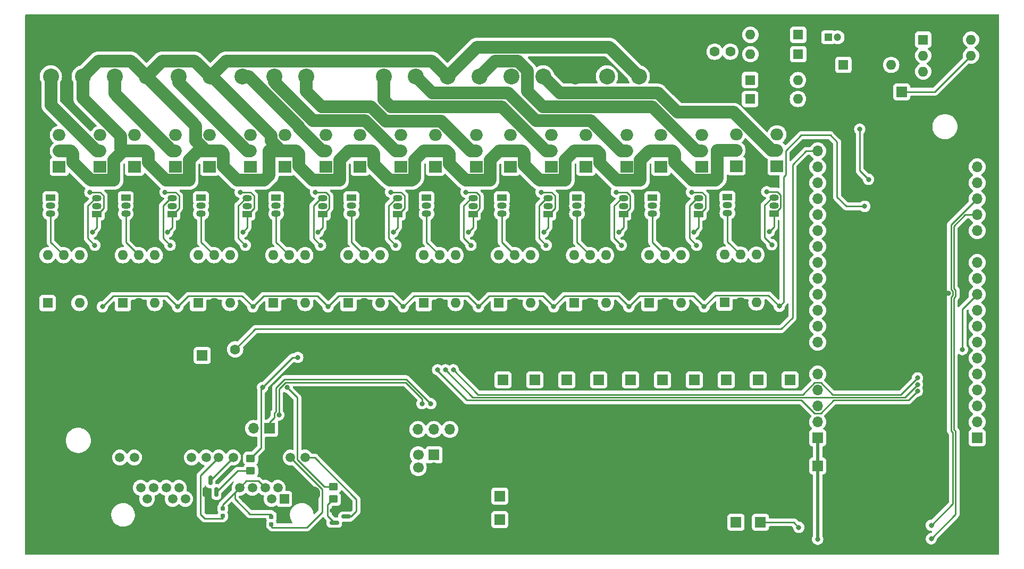
<source format=gbr>
%TF.GenerationSoftware,KiCad,Pcbnew,7.0.10*%
%TF.CreationDate,2024-07-06T13:40:55+02:00*%
%TF.ProjectId,OverlordDimmer,4f766572-6c6f-4726-9444-696d6d65722e,rev?*%
%TF.SameCoordinates,Original*%
%TF.FileFunction,Copper,L2,Bot*%
%TF.FilePolarity,Positive*%
%FSLAX46Y46*%
G04 Gerber Fmt 4.6, Leading zero omitted, Abs format (unit mm)*
G04 Created by KiCad (PCBNEW 7.0.10) date 2024-07-06 13:40:55*
%MOMM*%
%LPD*%
G01*
G04 APERTURE LIST*
G04 Aperture macros list*
%AMRoundRect*
0 Rectangle with rounded corners*
0 $1 Rounding radius*
0 $2 $3 $4 $5 $6 $7 $8 $9 X,Y pos of 4 corners*
0 Add a 4 corners polygon primitive as box body*
4,1,4,$2,$3,$4,$5,$6,$7,$8,$9,$2,$3,0*
0 Add four circle primitives for the rounded corners*
1,1,$1+$1,$2,$3*
1,1,$1+$1,$4,$5*
1,1,$1+$1,$6,$7*
1,1,$1+$1,$8,$9*
0 Add four rect primitives between the rounded corners*
20,1,$1+$1,$2,$3,$4,$5,0*
20,1,$1+$1,$4,$5,$6,$7,0*
20,1,$1+$1,$6,$7,$8,$9,0*
20,1,$1+$1,$8,$9,$2,$3,0*%
G04 Aperture macros list end*
%TA.AperFunction,ComponentPad*%
%ADD10R,1.600000X1.600000*%
%TD*%
%TA.AperFunction,ComponentPad*%
%ADD11O,1.600000X1.600000*%
%TD*%
%TA.AperFunction,ComponentPad*%
%ADD12R,2.000000X1.905000*%
%TD*%
%TA.AperFunction,ComponentPad*%
%ADD13O,2.000000X1.905000*%
%TD*%
%TA.AperFunction,ComponentPad*%
%ADD14R,1.700000X1.700000*%
%TD*%
%TA.AperFunction,ComponentPad*%
%ADD15R,1.500000X1.050000*%
%TD*%
%TA.AperFunction,ComponentPad*%
%ADD16O,1.500000X1.050000*%
%TD*%
%TA.AperFunction,ComponentPad*%
%ADD17O,1.700000X1.700000*%
%TD*%
%TA.AperFunction,ComponentPad*%
%ADD18R,1.200000X1.200000*%
%TD*%
%TA.AperFunction,ComponentPad*%
%ADD19C,1.200000*%
%TD*%
%TA.AperFunction,ComponentPad*%
%ADD20C,2.540000*%
%TD*%
%TA.AperFunction,ComponentPad*%
%ADD21R,1.500000X1.500000*%
%TD*%
%TA.AperFunction,ComponentPad*%
%ADD22C,1.500000*%
%TD*%
%TA.AperFunction,ComponentPad*%
%ADD23C,2.300000*%
%TD*%
%TA.AperFunction,ComponentPad*%
%ADD24C,1.600000*%
%TD*%
%TA.AperFunction,ComponentPad*%
%ADD25C,1.700000*%
%TD*%
%TA.AperFunction,ComponentPad*%
%ADD26C,3.500000*%
%TD*%
%TA.AperFunction,SMDPad,CuDef*%
%ADD27RoundRect,0.160000X0.160000X-0.197500X0.160000X0.197500X-0.160000X0.197500X-0.160000X-0.197500X0*%
%TD*%
%TA.AperFunction,SMDPad,CuDef*%
%ADD28RoundRect,0.250000X0.450000X-0.350000X0.450000X0.350000X-0.450000X0.350000X-0.450000X-0.350000X0*%
%TD*%
%TA.AperFunction,SMDPad,CuDef*%
%ADD29RoundRect,0.150000X-0.587500X-0.150000X0.587500X-0.150000X0.587500X0.150000X-0.587500X0.150000X0*%
%TD*%
%TA.AperFunction,SMDPad,CuDef*%
%ADD30RoundRect,0.150000X0.150000X-0.587500X0.150000X0.587500X-0.150000X0.587500X-0.150000X-0.587500X0*%
%TD*%
%TA.AperFunction,ViaPad*%
%ADD31C,0.800000*%
%TD*%
%TA.AperFunction,Conductor*%
%ADD32C,0.250000*%
%TD*%
%TA.AperFunction,Conductor*%
%ADD33C,2.000000*%
%TD*%
%TA.AperFunction,Conductor*%
%ADD34C,0.500000*%
%TD*%
G04 APERTURE END LIST*
D10*
%TO.P,U5,1*%
%TO.N,Net-(R31-Pad2)*%
X76989445Y-71550000D03*
D11*
%TO.P,U5,2*%
%TO.N,GND*%
X79529445Y-71550000D03*
%TO.P,U5,3,NC*%
%TO.N,unconnected-(U5-NC-Pad3)*%
X82069445Y-71550000D03*
%TO.P,U5,4*%
%TO.N,Net-(R21-Pad1)*%
X82069445Y-63930000D03*
%TO.P,U5,5*%
%TO.N,Net-(D5-K)*%
X79529445Y-63930000D03*
%TO.P,U5,6*%
%TO.N,unconnected-(U5-Pad6)*%
X76989445Y-63930000D03*
%TD*%
D12*
%TO.P,Q11,1,G*%
%TO.N,Net-(Q10-G)*%
X42907361Y-49850000D03*
D13*
%TO.P,Q11,2,D*%
%TO.N,L*%
X42907361Y-47310000D03*
%TO.P,Q11,3,S*%
%TO.N,Net-(Q10-S)*%
X42907361Y-44770000D03*
%TD*%
D14*
%TO.P,Dbg1,1,Pin_1*%
%TO.N,TRGR1*%
X101600000Y-83820000D03*
%TD*%
D15*
%TO.P,Q18,1,E*%
%TO.N,Net-(Q14-G)*%
X77449444Y-54780000D03*
D16*
%TO.P,Q18,2,B*%
%TO.N,Net-(Q17-B)*%
X77449444Y-56050000D03*
%TO.P,Q18,3,C*%
%TO.N,Net-(D5-K)*%
X77449444Y-57320000D03*
%TD*%
D14*
%TO.P,DbgCRX1,1,Pin_1*%
%TO.N,CAN_RX*%
X142600000Y-106500000D03*
%TD*%
D15*
%TO.P,Q34,1,E*%
%TO.N,Net-(Q32-G)*%
X137336249Y-54693809D03*
D16*
%TO.P,Q34,2,B*%
%TO.N,Net-(Q34-B)*%
X137336249Y-55963809D03*
%TO.P,Q34,3,C*%
%TO.N,Net-(D17-K)*%
X137336249Y-57233809D03*
%TD*%
D14*
%TO.P,11,1,Pin_1*%
%TO.N,CAN_L*%
X64435000Y-91535000D03*
D17*
%TO.P,11,2,Pin_2*%
%TO.N,Net-(11-Pin_2)*%
X61895000Y-91535000D03*
%TD*%
D15*
%TO.P,Q30,1,E*%
%TO.N,Net-(Q27-G)*%
X101404166Y-54780000D03*
D16*
%TO.P,Q30,2,B*%
%TO.N,Net-(Q29-B)*%
X101404166Y-56050000D03*
%TO.P,Q30,3,C*%
%TO.N,Net-(D7-K)*%
X101404166Y-57320000D03*
%TD*%
D14*
%TO.P,Dbg6,1,Pin_1*%
%TO.N,TRGR6*%
X127000000Y-83820000D03*
%TD*%
D10*
%TO.P,U10,1*%
%TO.N,Net-(R52-Pad2)*%
X124898889Y-71550000D03*
D11*
%TO.P,U10,2*%
%TO.N,GND*%
X127438889Y-71550000D03*
%TO.P,U10,3,NC*%
%TO.N,unconnected-(U10-NC-Pad3)*%
X129978889Y-71550000D03*
%TO.P,U10,4*%
%TO.N,Net-(R49-Pad1)*%
X129978889Y-63930000D03*
%TO.P,U10,5*%
%TO.N,Net-(D8-K)*%
X127438889Y-63930000D03*
%TO.P,U10,6*%
%TO.N,unconnected-(U10-Pad6)*%
X124898889Y-63930000D03*
%TD*%
D12*
%TO.P,Q42,1,G*%
%TO.N,Net-(Q32-G)*%
X145226249Y-49763809D03*
D13*
%TO.P,Q42,2,D*%
%TO.N,/triggerCircuit10/Load*%
X145226249Y-47223809D03*
%TO.P,Q42,3,S*%
%TO.N,Net-(Q32-S)*%
X145226249Y-44683809D03*
%TD*%
D12*
%TO.P,Q20,1,G*%
%TO.N,Net-(Q13-C)*%
X73362083Y-49850000D03*
D13*
%TO.P,Q20,2,D*%
%TO.N,/triggerCircuit4/Load*%
X73362083Y-47310000D03*
%TO.P,Q20,3,S*%
%TO.N,Net-(Q13-E)*%
X73362083Y-44770000D03*
%TD*%
D18*
%TO.P,C12,1*%
%TO.N,Net-(D10-K)*%
X153377401Y-29200000D03*
D19*
%TO.P,C12,2*%
%TO.N,Net-(D13-A)*%
X154877401Y-29200000D03*
%TD*%
D15*
%TO.P,Q17,1,E*%
%TO.N,Net-(Q14-S)*%
X84839445Y-57350000D03*
D16*
%TO.P,Q17,2,B*%
%TO.N,Net-(Q17-B)*%
X84839445Y-56080000D03*
%TO.P,Q17,3,C*%
%TO.N,Net-(Q14-G)*%
X84839445Y-54810000D03*
%TD*%
D10*
%TO.P,U2,1*%
%TO.N,Net-(R17-Pad2)*%
X53034723Y-71550000D03*
D11*
%TO.P,U2,2*%
%TO.N,GND*%
X55574723Y-71550000D03*
%TO.P,U2,3,NC*%
%TO.N,unconnected-(U2-NC-Pad3)*%
X58114723Y-71550000D03*
%TO.P,U2,4*%
%TO.N,Net-(R11-Pad1)*%
X58114723Y-63930000D03*
%TO.P,U2,5*%
%TO.N,Net-(D3-K)*%
X55574723Y-63930000D03*
%TO.P,U2,6*%
%TO.N,unconnected-(U2-Pad6)*%
X53034723Y-63930000D03*
%TD*%
D10*
%TO.P,D13,1,K*%
%TO.N,Net-(D12-A)*%
X155790000Y-33600000D03*
D11*
%TO.P,D13,2,A*%
%TO.N,Net-(D13-A)*%
X163410000Y-33600000D03*
%TD*%
D20*
%TO.P,J1,1,Pin_1*%
%TO.N,/triggerCircuit6/Load*%
X70220000Y-35450000D03*
%TO.P,J1,2,Pin_2*%
%TO.N,/triggerCircuit5/Load*%
X65140000Y-35450000D03*
%TO.P,J1,3,Pin_3*%
%TO.N,/triggerCircuit4/Load*%
X60060000Y-35450000D03*
%TO.P,J1,4,Pin_4*%
%TO.N,L*%
X54980000Y-35450000D03*
%TO.P,J1,5,Pin_5*%
%TO.N,/triggerCircuit3/Load*%
X49900000Y-35450000D03*
%TO.P,J1,6,Pin_6*%
%TO.N,L*%
X44820000Y-35450000D03*
%TO.P,J1,7,Pin_7*%
%TO.N,/triggerCircuit2/Load*%
X39740000Y-35450000D03*
%TO.P,J1,8,Pin_8*%
%TO.N,L*%
X34660000Y-35450000D03*
%TO.P,J1,9,Pin_9*%
%TO.N,/triggerCircuit1/Load*%
X29580000Y-35450000D03*
%TD*%
D12*
%TO.P,Q14,1,G*%
%TO.N,Net-(Q14-G)*%
X85339444Y-49850000D03*
D13*
%TO.P,Q14,2,D*%
%TO.N,/triggerCircuit5/Load*%
X85339444Y-47310000D03*
%TO.P,Q14,3,S*%
%TO.N,Net-(Q14-S)*%
X85339444Y-44770000D03*
%TD*%
D10*
%TO.P,U7,1*%
%TO.N,Net-(R43-Pad2)*%
X112921528Y-71550000D03*
D11*
%TO.P,U7,2*%
%TO.N,GND*%
X115461528Y-71550000D03*
%TO.P,U7,3,NC*%
%TO.N,unconnected-(U7-NC-Pad3)*%
X118001528Y-71550000D03*
%TO.P,U7,4*%
%TO.N,Net-(R38-Pad1)*%
X118001528Y-63930000D03*
%TO.P,U7,5*%
%TO.N,Net-(D9-K)*%
X115461528Y-63930000D03*
%TO.P,U7,6*%
%TO.N,unconnected-(U7-Pad6)*%
X112921528Y-63930000D03*
%TD*%
D15*
%TO.P,Q9,1,E*%
%TO.N,Net-(Q10-S)*%
X48907362Y-57350000D03*
D16*
%TO.P,Q9,2,B*%
%TO.N,Net-(Q8-B)*%
X48907362Y-56080000D03*
%TO.P,Q9,3,C*%
%TO.N,Net-(Q10-G)*%
X48907362Y-54810000D03*
%TD*%
D14*
%TO.P,Dbg3V3,1,Pin_1*%
%TO.N,+3.3V*%
X53700000Y-79900000D03*
%TD*%
D15*
%TO.P,Q13,1,E*%
%TO.N,Net-(Q13-E)*%
X72862084Y-57350000D03*
D16*
%TO.P,Q13,2,B*%
%TO.N,Net-(Q13-B)*%
X72862084Y-56080000D03*
%TO.P,Q13,3,C*%
%TO.N,Net-(Q13-C)*%
X72862084Y-54810000D03*
%TD*%
D15*
%TO.P,Q33,1,E*%
%TO.N,Net-(Q33-E)*%
X120771528Y-57350000D03*
D16*
%TO.P,Q33,2,B*%
%TO.N,Net-(Q23-B)*%
X120771528Y-56080000D03*
%TO.P,Q33,3,C*%
%TO.N,Net-(Q23-E)*%
X120771528Y-54810000D03*
%TD*%
D21*
%TO.P,J3,1*%
%TO.N,CAN_H*%
X66750000Y-102770000D03*
D22*
%TO.P,J3,2*%
%TO.N,CAN_L*%
X65734000Y-100990000D03*
%TO.P,J3,3*%
%TO.N,unconnected-(J3-Pad3)*%
X64718000Y-102770000D03*
%TO.P,J3,4*%
%TO.N,+12V*%
X63702000Y-100990000D03*
%TO.P,J3,5*%
%TO.N,GND*%
X62686000Y-102770000D03*
%TO.P,J3,6*%
%TO.N,unconnected-(J3-Pad6)*%
X61670000Y-100990000D03*
%TO.P,J3,7*%
%TO.N,GND*%
X60654000Y-102770000D03*
%TO.P,J3,8*%
%TO.N,+12V*%
X59638000Y-100990000D03*
%TO.P,J3,9*%
%TO.N,Net-(Q21-D)*%
X70050000Y-96170000D03*
%TO.P,J3,10*%
%TO.N,Net-(J3-Pad10)*%
X67760000Y-96170000D03*
%TO.P,J3,11*%
%TO.N,Net-(Q22-D)*%
X58620000Y-96170000D03*
%TO.P,J3,12*%
%TO.N,Net-(J3-Pad12)*%
X56330000Y-96170000D03*
%TO.P,J3,13*%
%TO.N,unconnected-(J3-Pad13)*%
X51000000Y-102770000D03*
%TO.P,J3,14*%
%TO.N,unconnected-(J3-Pad14)*%
X49984000Y-100990000D03*
%TO.P,J3,15*%
%TO.N,unconnected-(J3-Pad15)*%
X48968000Y-102770000D03*
%TO.P,J3,16*%
%TO.N,+5V*%
X47952000Y-100990000D03*
%TO.P,J3,17*%
%TO.N,GND*%
X46936000Y-102770000D03*
%TO.P,J3,18*%
%TO.N,unconnected-(J3-Pad18)*%
X45920000Y-100990000D03*
%TO.P,J3,19*%
%TO.N,unconnected-(J3-Pad19)*%
X44904000Y-102770000D03*
%TO.P,J3,20*%
%TO.N,unconnected-(J3-Pad20)*%
X43888000Y-100990000D03*
%TO.P,J3,21*%
%TO.N,unconnected-(J3-Pad21)*%
X54300000Y-96170000D03*
%TO.P,J3,22*%
%TO.N,unconnected-(J3-Pad22)*%
X52010000Y-96170000D03*
%TO.P,J3,23*%
%TO.N,unconnected-(J3-Pad23)*%
X42870000Y-96170000D03*
%TO.P,J3,24*%
%TO.N,unconnected-(J3-Pad24)*%
X40580000Y-96170000D03*
D23*
%TO.P,J3,SH*%
%TO.N,GND*%
X71320000Y-101880000D03*
X39320000Y-101880000D03*
%TD*%
D10*
%TO.P,D11,1,K*%
%TO.N,Net-(D10-K)*%
X148610000Y-31900000D03*
D11*
%TO.P,D11,2,A*%
%TO.N,Net-(D11-A)*%
X140990000Y-31900000D03*
%TD*%
D12*
%TO.P,Q4,1,G*%
%TO.N,Net-(Q1-G)*%
X37430000Y-49850000D03*
D13*
%TO.P,Q4,2,D*%
%TO.N,/triggerCircuit1/Load*%
X37430000Y-47310000D03*
%TO.P,Q4,3,S*%
%TO.N,Net-(Q1-S)*%
X37430000Y-44770000D03*
%TD*%
D10*
%TO.P,D10,1,K*%
%TO.N,Net-(D10-K)*%
X148610000Y-28800000D03*
D11*
%TO.P,D10,2,A*%
%TO.N,Net-(D10-A)*%
X140990000Y-28800000D03*
%TD*%
D12*
%TO.P,Q32,1,G*%
%TO.N,Net-(Q32-G)*%
X138726249Y-49763809D03*
D13*
%TO.P,Q32,2,D*%
%TO.N,L*%
X138726249Y-47223809D03*
%TO.P,Q32,3,S*%
%TO.N,Net-(Q32-S)*%
X138726249Y-44683809D03*
%TD*%
D12*
%TO.P,Q28,1,G*%
%TO.N,Net-(Q27-G)*%
X102794166Y-49850000D03*
D13*
%TO.P,Q28,2,D*%
%TO.N,L*%
X102794166Y-47310000D03*
%TO.P,Q28,3,S*%
%TO.N,Net-(Q27-S)*%
X102794166Y-44770000D03*
%TD*%
D14*
%TO.P,Dbg9,1,Pin_1*%
%TO.N,TRGR9*%
X142240000Y-83820000D03*
%TD*%
D10*
%TO.P,U3,1*%
%TO.N,Net-(R18-Pad2)*%
X41057362Y-71550000D03*
D11*
%TO.P,U3,2*%
%TO.N,GND*%
X43597362Y-71550000D03*
%TO.P,U3,3,NC*%
%TO.N,unconnected-(U3-NC-Pad3)*%
X46137362Y-71550000D03*
%TO.P,U3,4*%
%TO.N,Net-(R8-Pad1)*%
X46137362Y-63930000D03*
%TO.P,U3,5*%
%TO.N,Net-(D2-K)*%
X43597362Y-63930000D03*
%TO.P,U3,6*%
%TO.N,unconnected-(U3-Pad6)*%
X41057362Y-63930000D03*
%TD*%
D14*
%TO.P,DbgGND1,1,Pin_1*%
%TO.N,GND*%
X101075000Y-98515000D03*
%TD*%
D12*
%TO.P,Q40,1,G*%
%TO.N,Net-(Q37-E)*%
X133248888Y-49850000D03*
D13*
%TO.P,Q40,2,D*%
%TO.N,/triggerCircuit9/Load*%
X133248888Y-47310000D03*
%TO.P,Q40,3,S*%
%TO.N,Net-(Q38-E)*%
X133248888Y-44770000D03*
%TD*%
D15*
%TO.P,Q31,1,E*%
%TO.N,Net-(Q24-S)*%
X96816806Y-57350000D03*
D16*
%TO.P,Q31,2,B*%
%TO.N,Net-(Q26-B)*%
X96816806Y-56080000D03*
%TO.P,Q31,3,C*%
%TO.N,Net-(Q24-G)*%
X96816806Y-54810000D03*
%TD*%
D15*
%TO.P,Q38,1,E*%
%TO.N,Net-(Q38-E)*%
X132748889Y-57350000D03*
D16*
%TO.P,Q38,2,B*%
%TO.N,Net-(Q37-B)*%
X132748889Y-56080000D03*
%TO.P,Q38,3,C*%
%TO.N,Net-(Q37-E)*%
X132748889Y-54810000D03*
%TD*%
D12*
%TO.P,Q24,1,G*%
%TO.N,Net-(Q24-G)*%
X97316805Y-49850000D03*
D13*
%TO.P,Q24,2,D*%
%TO.N,/triggerCircuit6/Load*%
X97316805Y-47310000D03*
%TO.P,Q24,3,S*%
%TO.N,Net-(Q24-S)*%
X97316805Y-44770000D03*
%TD*%
D24*
%TO.P,C9,1*%
%TO.N,Net-(D10-A)*%
X135300000Y-31500000D03*
%TO.P,C9,2*%
%TO.N,Net-(D11-A)*%
X137800000Y-31500000D03*
%TD*%
D12*
%TO.P,Q10,1,G*%
%TO.N,Net-(Q10-G)*%
X49407361Y-49850000D03*
D13*
%TO.P,Q10,2,D*%
%TO.N,/triggerCircuit2/Load*%
X49407361Y-47310000D03*
%TO.P,Q10,3,S*%
%TO.N,Net-(Q10-S)*%
X49407361Y-44770000D03*
%TD*%
D15*
%TO.P,Q23,1,E*%
%TO.N,Net-(Q23-E)*%
X113381527Y-54780000D03*
D16*
%TO.P,Q23,2,B*%
%TO.N,Net-(Q23-B)*%
X113381527Y-56050000D03*
%TO.P,Q23,3,C*%
%TO.N,Net-(D9-K)*%
X113381527Y-57320000D03*
%TD*%
D14*
%TO.P,Dbg10,1,Pin_1*%
%TO.N,TRGR10*%
X147320000Y-83820000D03*
%TD*%
%TO.P,Dbg5V0,1,Pin_1*%
%TO.N,+5V*%
X151700000Y-97500000D03*
%TD*%
%TO.P,Dbg7,1,Pin_1*%
%TO.N,TRGR7*%
X132080000Y-83820000D03*
%TD*%
D15*
%TO.P,Q2,1,E*%
%TO.N,Net-(Q1-G)*%
X29540000Y-54780000D03*
D16*
%TO.P,Q2,2,B*%
%TO.N,Net-(Q2-B)*%
X29540000Y-56050000D03*
%TO.P,Q2,3,C*%
%TO.N,Net-(D1-K)*%
X29540000Y-57320000D03*
%TD*%
D14*
%TO.P,J5,1,VBUS*%
%TO.N,Net-(D18-A)*%
X90600000Y-95760000D03*
D25*
%TO.P,J5,2,D-*%
%TO.N,Net-(J2-Pin_2)*%
X88100000Y-95760000D03*
%TO.P,J5,3,D+*%
%TO.N,Net-(J2-Pin_3)*%
X88100000Y-97760000D03*
%TO.P,J5,4,GND*%
%TO.N,GND*%
X90600000Y-97760000D03*
D26*
%TO.P,J5,5,Shield*%
X95370000Y-100470000D03*
X83330000Y-100470000D03*
%TD*%
D10*
%TO.P,D12,1,K*%
%TO.N,Net-(D11-A)*%
X140940000Y-36030000D03*
D11*
%TO.P,D12,2,A*%
%TO.N,Net-(D12-A)*%
X148560000Y-36030000D03*
%TD*%
D12*
%TO.P,Q25,1,G*%
%TO.N,Net-(Q24-G)*%
X90816805Y-49850000D03*
D13*
%TO.P,Q25,2,D*%
%TO.N,L*%
X90816805Y-47310000D03*
%TO.P,Q25,3,S*%
%TO.N,Net-(Q24-S)*%
X90816805Y-44770000D03*
%TD*%
D12*
%TO.P,Q5,1,G*%
%TO.N,Net-(Q12-G)*%
X54884722Y-49850000D03*
D13*
%TO.P,Q5,2,D*%
%TO.N,L*%
X54884722Y-47310000D03*
%TO.P,Q5,3,S*%
%TO.N,Net-(Q12-S)*%
X54884722Y-44770000D03*
%TD*%
D14*
%TO.P,Dbg4,1,Pin_1*%
%TO.N,TRGR4*%
X116840000Y-83820000D03*
%TD*%
%TO.P,DbgCTX1,1,Pin_1*%
%TO.N,CAN_TX*%
X138700000Y-106500000D03*
%TD*%
D15*
%TO.P,Q29,1,E*%
%TO.N,Net-(Q27-S)*%
X108794167Y-57350000D03*
D16*
%TO.P,Q29,2,B*%
%TO.N,Net-(Q29-B)*%
X108794167Y-56080000D03*
%TO.P,Q29,3,C*%
%TO.N,Net-(Q27-G)*%
X108794167Y-54810000D03*
%TD*%
D15*
%TO.P,Q26,1,E*%
%TO.N,Net-(Q24-G)*%
X89426805Y-54780000D03*
D16*
%TO.P,Q26,2,B*%
%TO.N,Net-(Q26-B)*%
X89426805Y-56050000D03*
%TO.P,Q26,3,C*%
%TO.N,Net-(D6-K)*%
X89426805Y-57320000D03*
%TD*%
D10*
%TO.P,U11,1*%
%TO.N,Net-(R55-Pad2)*%
X136876250Y-71463809D03*
D11*
%TO.P,U11,2*%
%TO.N,GND*%
X139416250Y-71463809D03*
%TO.P,U11,3,NC*%
%TO.N,unconnected-(U11-NC-Pad3)*%
X141956250Y-71463809D03*
%TO.P,U11,4*%
%TO.N,Net-(R50-Pad1)*%
X141956250Y-63843809D03*
%TO.P,U11,5*%
%TO.N,Net-(D17-K)*%
X139416250Y-63843809D03*
%TO.P,U11,6*%
%TO.N,unconnected-(U11-Pad6)*%
X136876250Y-63843809D03*
%TD*%
D10*
%TO.P,U12,1*%
%TO.N,Net-(R56-Pad2)*%
X168500000Y-29575000D03*
D11*
%TO.P,U12,2*%
%TO.N,Net-(Q44-C)*%
X168500000Y-32115000D03*
%TO.P,U12,3,NC*%
%TO.N,unconnected-(U12-NC-Pad3)*%
X168500000Y-34655000D03*
%TO.P,U12,4*%
%TO.N,GND*%
X176120000Y-34655000D03*
%TO.P,U12,5*%
%TO.N,EDGE_DETECT*%
X176120000Y-32115000D03*
%TO.P,U12,6*%
%TO.N,unconnected-(U12-Pad6)*%
X176120000Y-29575000D03*
%TD*%
D14*
%TO.P,DbgEdge1,1,Pin_1*%
%TO.N,EDGE_DETECT*%
X165100000Y-37900000D03*
%TD*%
D12*
%TO.P,Q35,1,G*%
%TO.N,Net-(Q23-E)*%
X114771527Y-49850000D03*
D13*
%TO.P,Q35,2,D*%
%TO.N,L*%
X114771527Y-47310000D03*
%TO.P,Q35,3,S*%
%TO.N,Net-(Q33-E)*%
X114771527Y-44770000D03*
%TD*%
D10*
%TO.P,D16,1,K*%
%TO.N,Net-(D10-A)*%
X140940000Y-39030000D03*
D11*
%TO.P,D16,2,A*%
%TO.N,Net-(D12-A)*%
X148560000Y-39030000D03*
%TD*%
D12*
%TO.P,Q27,1,G*%
%TO.N,Net-(Q27-G)*%
X109294166Y-49850000D03*
D13*
%TO.P,Q27,2,D*%
%TO.N,/triggerCircuit7/Load*%
X109294166Y-47310000D03*
%TO.P,Q27,3,S*%
%TO.N,Net-(Q27-S)*%
X109294166Y-44770000D03*
%TD*%
D14*
%TO.P,Dbg5,1,Pin_1*%
%TO.N,TRGR5*%
X121920000Y-83820000D03*
%TD*%
D15*
%TO.P,Q7,1,E*%
%TO.N,Net-(Q12-G)*%
X53494722Y-54780000D03*
D16*
%TO.P,Q7,2,B*%
%TO.N,Net-(Q6-B)*%
X53494722Y-56050000D03*
%TO.P,Q7,3,C*%
%TO.N,Net-(D3-K)*%
X53494722Y-57320000D03*
%TD*%
D12*
%TO.P,Q19,1,G*%
%TO.N,Net-(Q13-C)*%
X66862083Y-49850000D03*
D13*
%TO.P,Q19,2,D*%
%TO.N,L*%
X66862083Y-47310000D03*
%TO.P,Q19,3,S*%
%TO.N,Net-(Q13-E)*%
X66862083Y-44770000D03*
%TD*%
D14*
%TO.P,Dbg3,1,Pin_1*%
%TO.N,TRGR3*%
X111760000Y-83820000D03*
%TD*%
D15*
%TO.P,Q41,1,E*%
%TO.N,Net-(Q32-S)*%
X144726250Y-57263809D03*
D16*
%TO.P,Q41,2,B*%
%TO.N,Net-(Q34-B)*%
X144726250Y-55993809D03*
%TO.P,Q41,3,C*%
%TO.N,Net-(Q32-G)*%
X144726250Y-54723809D03*
%TD*%
D15*
%TO.P,Q3,1,E*%
%TO.N,Net-(Q1-S)*%
X36930000Y-57350000D03*
D16*
%TO.P,Q3,2,B*%
%TO.N,Net-(Q2-B)*%
X36930000Y-56080000D03*
%TO.P,Q3,3,C*%
%TO.N,Net-(Q1-G)*%
X36930000Y-54810000D03*
%TD*%
D10*
%TO.P,U9,1*%
%TO.N,Net-(R39-Pad2)*%
X100944167Y-71550000D03*
D11*
%TO.P,U9,2*%
%TO.N,GND*%
X103484167Y-71550000D03*
%TO.P,U9,3,NC*%
%TO.N,unconnected-(U9-NC-Pad3)*%
X106024167Y-71550000D03*
%TO.P,U9,4*%
%TO.N,Net-(R36-Pad1)*%
X106024167Y-63930000D03*
%TO.P,U9,5*%
%TO.N,Net-(D7-K)*%
X103484167Y-63930000D03*
%TO.P,U9,6*%
%TO.N,unconnected-(U9-Pad6)*%
X100944167Y-63930000D03*
%TD*%
D14*
%TO.P,J2,1,Pin_1*%
%TO.N,GND*%
X85500000Y-91700000D03*
D17*
%TO.P,J2,2,Pin_2*%
%TO.N,Net-(J2-Pin_2)*%
X88040000Y-91700000D03*
%TO.P,J2,3,Pin_3*%
%TO.N,Net-(J2-Pin_3)*%
X90580000Y-91700000D03*
%TO.P,J2,4,Pin_4*%
%TO.N,Net-(D18-K)*%
X93120000Y-91700000D03*
%TD*%
D10*
%TO.P,U8,1*%
%TO.N,Net-(R41-Pad2)*%
X88966806Y-71550000D03*
D11*
%TO.P,U8,2*%
%TO.N,GND*%
X91506806Y-71550000D03*
%TO.P,U8,3,NC*%
%TO.N,unconnected-(U8-NC-Pad3)*%
X94046806Y-71550000D03*
%TO.P,U8,4*%
%TO.N,Net-(R33-Pad1)*%
X94046806Y-63930000D03*
%TO.P,U8,5*%
%TO.N,Net-(D6-K)*%
X91506806Y-63930000D03*
%TO.P,U8,6*%
%TO.N,unconnected-(U8-Pad6)*%
X88966806Y-63930000D03*
%TD*%
D14*
%TO.P,DbgUTX1,1,Pin_1*%
%TO.N,UART_TX_0*%
X101075000Y-102315000D03*
%TD*%
D12*
%TO.P,Q1,1,G*%
%TO.N,Net-(Q1-G)*%
X30930000Y-49850000D03*
D13*
%TO.P,Q1,2,D*%
%TO.N,L*%
X30930000Y-47310000D03*
%TO.P,Q1,3,S*%
%TO.N,Net-(Q1-S)*%
X30930000Y-44770000D03*
%TD*%
D15*
%TO.P,Q37,1,E*%
%TO.N,Net-(Q37-E)*%
X125358888Y-54780000D03*
D16*
%TO.P,Q37,2,B*%
%TO.N,Net-(Q37-B)*%
X125358888Y-56050000D03*
%TO.P,Q37,3,C*%
%TO.N,Net-(D8-K)*%
X125358888Y-57320000D03*
%TD*%
D14*
%TO.P,DbgURX1,1,Pin_1*%
%TO.N,UART_RX_0*%
X101075000Y-106065000D03*
%TD*%
D10*
%TO.P,U6,1*%
%TO.N,Net-(R28-Pad2)*%
X65012084Y-71550000D03*
D11*
%TO.P,U6,2*%
%TO.N,GND*%
X67552084Y-71550000D03*
%TO.P,U6,3,NC*%
%TO.N,unconnected-(U6-NC-Pad3)*%
X70092084Y-71550000D03*
%TO.P,U6,4*%
%TO.N,Net-(R22-Pad1)*%
X70092084Y-63930000D03*
%TO.P,U6,5*%
%TO.N,Net-(D4-K)*%
X67552084Y-63930000D03*
%TO.P,U6,6*%
%TO.N,unconnected-(U6-Pad6)*%
X65012084Y-63930000D03*
%TD*%
D14*
%TO.P,Dbg8,1,Pin_1*%
%TO.N,TRGR8*%
X137160000Y-83820000D03*
%TD*%
D24*
%TO.P,C4,1*%
%TO.N,GND*%
X63935000Y-78935000D03*
%TO.P,C4,2*%
%TO.N,+3.3V*%
X58935000Y-78935000D03*
%TD*%
D15*
%TO.P,Q15,1,E*%
%TO.N,Net-(Q13-C)*%
X65472083Y-54780000D03*
D16*
%TO.P,Q15,2,B*%
%TO.N,Net-(Q13-B)*%
X65472083Y-56050000D03*
%TO.P,Q15,3,C*%
%TO.N,Net-(D4-K)*%
X65472083Y-57320000D03*
%TD*%
D15*
%TO.P,Q8,1,E*%
%TO.N,Net-(Q10-G)*%
X41517361Y-54780000D03*
D16*
%TO.P,Q8,2,B*%
%TO.N,Net-(Q8-B)*%
X41517361Y-56050000D03*
%TO.P,Q8,3,C*%
%TO.N,Net-(D2-K)*%
X41517361Y-57320000D03*
%TD*%
D15*
%TO.P,Q6,1,E*%
%TO.N,Net-(Q12-S)*%
X60884723Y-57350000D03*
D16*
%TO.P,Q6,2,B*%
%TO.N,Net-(Q6-B)*%
X60884723Y-56080000D03*
%TO.P,Q6,3,C*%
%TO.N,Net-(Q12-G)*%
X60884723Y-54810000D03*
%TD*%
D12*
%TO.P,Q12,1,G*%
%TO.N,Net-(Q12-G)*%
X61384722Y-49850000D03*
D13*
%TO.P,Q12,2,D*%
%TO.N,/triggerCircuit3/Load*%
X61384722Y-47310000D03*
%TO.P,Q12,3,S*%
%TO.N,Net-(Q12-S)*%
X61384722Y-44770000D03*
%TD*%
D10*
%TO.P,U1,1*%
%TO.N,Net-(R5-Pad2)*%
X29080000Y-71550000D03*
D11*
%TO.P,U1,2*%
%TO.N,GND*%
X31620000Y-71550000D03*
%TO.P,U1,3,NC*%
%TO.N,unconnected-(U1-NC-Pad3)*%
X34160000Y-71550000D03*
%TO.P,U1,4*%
%TO.N,Net-(R2-Pad1)*%
X34160000Y-63930000D03*
%TO.P,U1,5*%
%TO.N,Net-(D1-K)*%
X31620000Y-63930000D03*
%TO.P,U1,6*%
%TO.N,unconnected-(U1-Pad6)*%
X29080000Y-63930000D03*
%TD*%
D12*
%TO.P,Q39,1,G*%
%TO.N,Net-(Q37-E)*%
X126748888Y-49850000D03*
D13*
%TO.P,Q39,2,D*%
%TO.N,L*%
X126748888Y-47310000D03*
%TO.P,Q39,3,S*%
%TO.N,Net-(Q38-E)*%
X126748888Y-44770000D03*
%TD*%
D20*
%TO.P,J4,1,Pin_1*%
%TO.N,L*%
X123220000Y-35450000D03*
%TO.P,J4,2,Pin_2*%
%TO.N,N*%
X118140000Y-35450000D03*
%TO.P,J4,3,Pin_3*%
%TO.N,GND*%
X113060000Y-35450000D03*
%TO.P,J4,4,Pin_4*%
%TO.N,/triggerCircuit10/Load*%
X107980000Y-35450000D03*
%TO.P,J4,5,Pin_5*%
%TO.N,L*%
X102900000Y-35450000D03*
%TO.P,J4,6,Pin_6*%
%TO.N,/triggerCircuit9/Load*%
X97820000Y-35450000D03*
%TO.P,J4,7,Pin_7*%
%TO.N,L*%
X92740000Y-35450000D03*
%TO.P,J4,8,Pin_8*%
%TO.N,/triggerCircuit8/Load*%
X87660000Y-35450000D03*
%TO.P,J4,9,Pin_9*%
%TO.N,/triggerCircuit7/Load*%
X82580000Y-35450000D03*
%TD*%
D12*
%TO.P,Q16,1,G*%
%TO.N,Net-(Q14-G)*%
X78839444Y-49850000D03*
D13*
%TO.P,Q16,2,D*%
%TO.N,L*%
X78839444Y-47310000D03*
%TO.P,Q16,3,S*%
%TO.N,Net-(Q14-S)*%
X78839444Y-44770000D03*
%TD*%
D14*
%TO.P,ESP1,1,CLK*%
%TO.N,unconnected-(ESP1-CLK-Pad1)*%
X177100000Y-93040000D03*
D17*
%TO.P,ESP1,2,D0*%
%TO.N,unconnected-(ESP1-D0-Pad2)*%
X177100000Y-90500000D03*
%TO.P,ESP1,3,D1*%
%TO.N,unconnected-(ESP1-D1-Pad3)*%
X177100000Y-87960000D03*
%TO.P,ESP1,4,D15*%
%TO.N,STATUS_LED_R*%
X177100000Y-85420000D03*
%TO.P,ESP1,5,D2*%
%TO.N,STATUS_LED_G*%
X177100000Y-82880000D03*
%TO.P,ESP1,6,D0*%
%TO.N,STATUS_LED_B*%
X177100000Y-80340000D03*
%TO.P,ESP1,7,D4*%
%TO.N,CAN_RX*%
X177100000Y-77800000D03*
%TO.P,ESP1,8,RX_2*%
%TO.N,TRGR1*%
X177100000Y-75260000D03*
%TO.P,ESP1,9,TX_2*%
%TO.N,TRGR2*%
X177100000Y-72720000D03*
%TO.P,ESP1,10,D5*%
%TO.N,CAN_TX*%
X177100000Y-70180000D03*
%TO.P,ESP1,11,D18*%
%TO.N,TRGR3*%
X177100000Y-67640000D03*
%TO.P,ESP1,12,D19*%
%TO.N,TRGR4*%
X177100000Y-65100000D03*
%TO.P,ESP1,13,GND*%
%TO.N,GND*%
X177100000Y-62560000D03*
%TO.P,ESP1,14,D21*%
%TO.N,TRGR5*%
X177100000Y-60020000D03*
%TO.P,ESP1,15,RX_0*%
%TO.N,UART_RX_0*%
X177100000Y-57480000D03*
%TO.P,ESP1,16,TX_0*%
%TO.N,UART_TX_0*%
X177100000Y-54940000D03*
%TO.P,ESP1,17,D22*%
%TO.N,TRGR6*%
X177100000Y-52400000D03*
%TO.P,ESP1,18,D23*%
%TO.N,TRGR7*%
X177100000Y-49860000D03*
%TO.P,ESP1,19,GND*%
%TO.N,GND*%
X177100000Y-47320000D03*
D14*
%TO.P,ESP1,20,+5V*%
%TO.N,+5V*%
X151700000Y-93040000D03*
D17*
%TO.P,ESP1,21,CMD*%
%TO.N,unconnected-(ESP1-CMD-Pad21)*%
X151700000Y-90500000D03*
%TO.P,ESP1,22,TX_1*%
%TO.N,unconnected-(ESP1-TX_1-Pad22)*%
X151700000Y-87960000D03*
%TO.P,ESP1,23,RX_1*%
%TO.N,unconnected-(ESP1-RX_1-Pad23)*%
X151700000Y-85420000D03*
%TO.P,ESP1,24,D13*%
%TO.N,unconnected-(ESP1-D13-Pad24)*%
X151700000Y-82880000D03*
%TO.P,ESP1,25,GND*%
%TO.N,GND*%
X151700000Y-80340000D03*
%TO.P,ESP1,26,D12*%
%TO.N,unconnected-(ESP1-D12-Pad26)*%
X151700000Y-77800000D03*
%TO.P,ESP1,27,D14*%
%TO.N,unconnected-(ESP1-D14-Pad27)*%
X151700000Y-75260000D03*
%TO.P,ESP1,28,D27*%
%TO.N,TRGR10*%
X151700000Y-72720000D03*
%TO.P,ESP1,29,D26*%
%TO.N,TRGR9*%
X151700000Y-70180000D03*
%TO.P,ESP1,30,D25*%
%TO.N,TRGR8*%
X151700000Y-67640000D03*
%TO.P,ESP1,31,D33*%
%TO.N,unconnected-(ESP1-D33-Pad31)*%
X151700000Y-65100000D03*
%TO.P,ESP1,32,D32*%
%TO.N,unconnected-(ESP1-D32-Pad32)*%
X151700000Y-62560000D03*
%TO.P,ESP1,33,D35*%
%TO.N,unconnected-(ESP1-D35-Pad33)*%
X151700000Y-60020000D03*
%TO.P,ESP1,34,D34*%
%TO.N,EDGE_DETECT*%
X151700000Y-57480000D03*
%TO.P,ESP1,35,VN*%
%TO.N,unconnected-(ESP1-VN-Pad35)*%
X151700000Y-54940000D03*
%TO.P,ESP1,36,VP*%
%TO.N,unconnected-(ESP1-VP-Pad36)*%
X151700000Y-52400000D03*
%TO.P,ESP1,37,EN*%
%TO.N,unconnected-(ESP1-EN-Pad37)*%
X151700000Y-49860000D03*
%TO.P,ESP1,38,3V3*%
%TO.N,+3.3V*%
X151700000Y-47320000D03*
%TD*%
D14*
%TO.P,Dbg2,1,Pin_1*%
%TO.N,TRGR2*%
X106680000Y-83820000D03*
%TD*%
D12*
%TO.P,Q36,1,G*%
%TO.N,Net-(Q23-E)*%
X121271527Y-49850000D03*
D13*
%TO.P,Q36,2,D*%
%TO.N,/triggerCircuit8/Load*%
X121271527Y-47310000D03*
%TO.P,Q36,3,S*%
%TO.N,Net-(Q33-E)*%
X121271527Y-44770000D03*
%TD*%
D27*
%TO.P,R27,1*%
%TO.N,Net-(J3-Pad10)*%
X64710000Y-106807500D03*
%TO.P,R27,2*%
%TO.N,+12V*%
X64710000Y-105612500D03*
%TD*%
D28*
%TO.P,R25,1*%
%TO.N,Net-(Q22-G)*%
X61400000Y-98300000D03*
%TO.P,R25,2*%
%TO.N,CAN_RX*%
X61400000Y-96300000D03*
%TD*%
D27*
%TO.P,R15,1*%
%TO.N,Net-(J3-Pad12)*%
X56970000Y-105487500D03*
%TO.P,R15,2*%
%TO.N,+12V*%
X56970000Y-104292500D03*
%TD*%
D29*
%TO.P,Q21,1,G*%
%TO.N,Net-(Q21-G)*%
X74725000Y-106550000D03*
%TO.P,Q21,2,S*%
%TO.N,GND*%
X74725000Y-104650000D03*
%TO.P,Q21,3,D*%
%TO.N,Net-(Q21-D)*%
X76600000Y-105600000D03*
%TD*%
D30*
%TO.P,Q22,1,G*%
%TO.N,Net-(Q22-G)*%
X55950000Y-101675000D03*
%TO.P,Q22,2,S*%
%TO.N,GND*%
X54050000Y-101675000D03*
%TO.P,Q22,3,D*%
%TO.N,Net-(Q22-D)*%
X55000000Y-99800000D03*
%TD*%
D28*
%TO.P,R30,1*%
%TO.N,Net-(Q21-G)*%
X74600000Y-102800000D03*
%TO.P,R30,2*%
%TO.N,CAN_TX*%
X74600000Y-100800000D03*
%TD*%
D31*
%TO.N,GND*%
X48250000Y-82750000D03*
X62320000Y-26620000D03*
X75020000Y-26620000D03*
X179160000Y-44400000D03*
X156300000Y-26620000D03*
X26760000Y-110440000D03*
X97880000Y-26620000D03*
X105500000Y-26620000D03*
X179160000Y-90120000D03*
X108040000Y-110440000D03*
X91250000Y-53250000D03*
X92800000Y-110440000D03*
X59780000Y-26620000D03*
X26760000Y-57100000D03*
X128360000Y-110440000D03*
X151220000Y-110440000D03*
X174080000Y-26620000D03*
X138520000Y-110440000D03*
X179160000Y-39320000D03*
X29300000Y-26620000D03*
X161380000Y-110440000D03*
X172500000Y-70000000D03*
X176620000Y-26620000D03*
X179160000Y-64720000D03*
X174740000Y-59700000D03*
X34380000Y-110440000D03*
X179160000Y-105360000D03*
X166460000Y-26620000D03*
X115660000Y-26620000D03*
X80100000Y-26620000D03*
X146140000Y-110440000D03*
X114670000Y-93620000D03*
X179160000Y-54560000D03*
X49620000Y-110440000D03*
X179160000Y-95200000D03*
X176620000Y-110440000D03*
X169000000Y-26620000D03*
X111250000Y-95625000D03*
X94430000Y-104180000D03*
X179160000Y-36780000D03*
X104000000Y-88500000D03*
X161380000Y-26620000D03*
X170000000Y-82750000D03*
X44540000Y-110440000D03*
X110580000Y-104180000D03*
X158840000Y-110440000D03*
X179160000Y-110440000D03*
X164750000Y-66250000D03*
X64860000Y-26620000D03*
X158000000Y-29000000D03*
X123280000Y-110440000D03*
X67400000Y-110440000D03*
X135980000Y-26620000D03*
X179160000Y-41860000D03*
X62320000Y-110440000D03*
X135980000Y-110440000D03*
X165500000Y-31500000D03*
X95340000Y-26620000D03*
X53000000Y-89500000D03*
X39460000Y-110440000D03*
X26760000Y-85040000D03*
X57240000Y-110440000D03*
X26760000Y-29160000D03*
X179160000Y-74880000D03*
X31840000Y-110440000D03*
X99000000Y-84000000D03*
X110580000Y-26620000D03*
X179160000Y-100280000D03*
X57240000Y-26620000D03*
X168249998Y-76500000D03*
X179160000Y-62180000D03*
X120740000Y-26620000D03*
X26760000Y-87580000D03*
X102960000Y-26620000D03*
X143600000Y-26620000D03*
X130900000Y-110440000D03*
X26760000Y-64720000D03*
X26760000Y-100280000D03*
X26760000Y-74880000D03*
X42000000Y-110440000D03*
X153760000Y-26620000D03*
X155000000Y-62500000D03*
X72480000Y-110440000D03*
X105500000Y-110440000D03*
X47080000Y-110440000D03*
X118500000Y-102750000D03*
X26760000Y-39320000D03*
X179160000Y-92660000D03*
X170000000Y-66250000D03*
X69940000Y-110440000D03*
X82640000Y-110440000D03*
X179160000Y-67260000D03*
X26760000Y-36780000D03*
X163920000Y-26620000D03*
X120740000Y-110440000D03*
X129970000Y-100890000D03*
X161250000Y-34250000D03*
X113120000Y-26620000D03*
X26760000Y-52020000D03*
X146140000Y-26620000D03*
X161750000Y-74000000D03*
X179160000Y-72340000D03*
X158220000Y-106200000D03*
X109630000Y-88970000D03*
X54700000Y-26620000D03*
X42000000Y-26620000D03*
X179160000Y-49480000D03*
X60080000Y-106640000D03*
X36920000Y-110440000D03*
X162500000Y-70000000D03*
X44540000Y-26620000D03*
X138520000Y-26620000D03*
X75680000Y-86720000D03*
X80100000Y-110440000D03*
X90260000Y-26620000D03*
X26760000Y-34240000D03*
X26760000Y-62180000D03*
X85180000Y-110440000D03*
X179160000Y-52020000D03*
X90260000Y-110440000D03*
X113120000Y-110440000D03*
X179160000Y-82500000D03*
X26760000Y-69800000D03*
X179160000Y-87580000D03*
X179160000Y-77420000D03*
X174080000Y-110440000D03*
X26760000Y-97740000D03*
X128360000Y-26620000D03*
X43500000Y-89500000D03*
X67400000Y-26620000D03*
X169000000Y-110440000D03*
X156300000Y-110440000D03*
X179160000Y-102820000D03*
X26760000Y-54560000D03*
X26760000Y-107900000D03*
X139950000Y-99880000D03*
X92800000Y-26620000D03*
X26760000Y-77420000D03*
X114875000Y-99187500D03*
X168220000Y-96200000D03*
X26760000Y-72340000D03*
X144920000Y-99440000D03*
X172750000Y-55250000D03*
X155000000Y-67500000D03*
X179160000Y-85040000D03*
X26760000Y-90120000D03*
X26760000Y-105360000D03*
X179160000Y-34240000D03*
X69250000Y-100750000D03*
X141060000Y-26620000D03*
X54700000Y-110440000D03*
X26760000Y-95200000D03*
X87720000Y-26620000D03*
X55000000Y-104000000D03*
X179160000Y-69800000D03*
X26760000Y-46940000D03*
X102960000Y-110440000D03*
X52160000Y-26620000D03*
X135080000Y-100330000D03*
X95340000Y-110440000D03*
X119600000Y-97920000D03*
X29300000Y-110440000D03*
X133440000Y-26620000D03*
X133440000Y-110440000D03*
X148680000Y-110440000D03*
X95500000Y-80750000D03*
X179160000Y-57100000D03*
X26760000Y-26620000D03*
X155000000Y-60000000D03*
X43500000Y-53250000D03*
X82640000Y-26620000D03*
X170416664Y-74000000D03*
X85180000Y-26620000D03*
X55500000Y-53250000D03*
X26760000Y-31700000D03*
X110580000Y-110440000D03*
X26760000Y-59640000D03*
X171540000Y-110440000D03*
X115250000Y-53250000D03*
X179160000Y-46940000D03*
X75020000Y-110440000D03*
X97320000Y-104180000D03*
X77000000Y-104250000D03*
X179160000Y-79960000D03*
X163220000Y-101200000D03*
X141060000Y-110440000D03*
X61468000Y-87376000D03*
X69940000Y-26620000D03*
X151220000Y-26620000D03*
X143600000Y-110440000D03*
X160720000Y-103700000D03*
X153760000Y-110440000D03*
X72480000Y-26620000D03*
X170000000Y-86250000D03*
X123280000Y-26620000D03*
X26760000Y-82500000D03*
X26760000Y-67260000D03*
X118200000Y-26620000D03*
X125820000Y-26620000D03*
X49620000Y-26620000D03*
X100420000Y-26620000D03*
X100420000Y-110440000D03*
X118200000Y-110440000D03*
X26760000Y-102820000D03*
X77560000Y-110440000D03*
X163920000Y-110440000D03*
X155000000Y-65000000D03*
X52160000Y-110440000D03*
X167500000Y-70000000D03*
X179160000Y-31700000D03*
X107625000Y-92062500D03*
X163916666Y-76500000D03*
X127250000Y-53250000D03*
X26760000Y-44400000D03*
X64860000Y-110440000D03*
X130900000Y-26620000D03*
X179160000Y-29160000D03*
X67500000Y-53250000D03*
X108040000Y-26620000D03*
X179160000Y-107900000D03*
X39460000Y-26620000D03*
X148680000Y-26620000D03*
X36920000Y-26620000D03*
X87720000Y-110440000D03*
X26760000Y-41860000D03*
X31500000Y-53250000D03*
X26760000Y-92660000D03*
X47080000Y-26620000D03*
X26760000Y-49480000D03*
X171540000Y-26620000D03*
X34380000Y-26620000D03*
X158840000Y-26620000D03*
X79500000Y-53250000D03*
X166083332Y-74000000D03*
X170720000Y-93700000D03*
X124610000Y-101070000D03*
X31840000Y-26620000D03*
X103250000Y-53250000D03*
X115660000Y-110440000D03*
X165720000Y-98700000D03*
X179160000Y-97740000D03*
X97880000Y-110440000D03*
X59780000Y-110440000D03*
X139250000Y-53250000D03*
X113520000Y-104180000D03*
X179160000Y-59640000D03*
X179160000Y-26620000D03*
X77560000Y-26620000D03*
X26760000Y-79960000D03*
X166460000Y-110440000D03*
X125820000Y-110440000D03*
%TO.N,CAN_L*%
X90100000Y-87600000D03*
%TO.N,VCC*%
X37800000Y-72150000D03*
X49777361Y-72150000D03*
X145596249Y-72063809D03*
X73732083Y-72150000D03*
X121641527Y-72150000D03*
X97686805Y-72150000D03*
X85709444Y-72150000D03*
X109664166Y-72150000D03*
X133618888Y-72150000D03*
X159200000Y-56150000D03*
X61754722Y-72150000D03*
%TO.N,CAN_H*%
X88700000Y-87600000D03*
X65900000Y-89400000D03*
%TO.N,Net-(Q23-E)*%
X120441527Y-62350000D03*
%TO.N,+5V*%
X151700000Y-109200000D03*
%TO.N,CAN_TX*%
X174750000Y-78980000D03*
X67200000Y-85000000D03*
%TO.N,CAN_RX*%
X148700000Y-107300000D03*
X68900000Y-80225000D03*
X63300000Y-85000000D03*
%TO.N,UART_RX_0*%
X169800000Y-109120000D03*
%TO.N,UART_TX_0*%
X169790000Y-106980000D03*
%TO.N,Net-(Q38-E)*%
X132018888Y-60250000D03*
X131618888Y-53900000D03*
%TO.N,Net-(Q1-S)*%
X36200000Y-60250000D03*
X35800000Y-53900000D03*
%TO.N,Net-(Q12-S)*%
X60154722Y-60250000D03*
X59754722Y-53900000D03*
%TO.N,Net-(Q10-S)*%
X47777361Y-53900000D03*
X48177361Y-60250000D03*
%TO.N,Net-(Q13-E)*%
X72132083Y-60250000D03*
X71732083Y-53900000D03*
%TO.N,Net-(Q14-S)*%
X84109444Y-60250000D03*
X83709444Y-53900000D03*
%TO.N,Net-(Q27-S)*%
X107664166Y-53900000D03*
X108064166Y-60250000D03*
%TO.N,Net-(Q24-S)*%
X95686805Y-53900000D03*
X96086805Y-60250000D03*
%TO.N,Net-(Q33-E)*%
X120041527Y-60250000D03*
X119641527Y-53900000D03*
%TO.N,Net-(Q32-S)*%
X143596249Y-53813809D03*
X143996249Y-60163809D03*
%TO.N,Net-(D15-A)*%
X158400000Y-43850000D03*
X159800000Y-51850000D03*
%TO.N,Net-(J6-Pin_10)*%
X91175000Y-82200000D03*
X167600000Y-85600000D03*
%TO.N,Net-(J6-Pin_11)*%
X92425000Y-82200000D03*
X167600000Y-84550000D03*
%TO.N,Net-(J6-Pin_12)*%
X93675000Y-82200000D03*
X167600000Y-83500000D03*
%TO.N,Net-(Q1-G)*%
X36600000Y-62350000D03*
%TO.N,Net-(Q12-G)*%
X60554722Y-62350000D03*
%TO.N,Net-(Q10-G)*%
X48577361Y-62350000D03*
%TO.N,Net-(Q13-C)*%
X72532083Y-62350000D03*
%TO.N,Net-(Q14-G)*%
X84509444Y-62350000D03*
%TO.N,Net-(Q24-G)*%
X96486805Y-62350000D03*
%TO.N,Net-(Q27-G)*%
X108464166Y-62350000D03*
%TO.N,Net-(Q32-G)*%
X144396249Y-62263809D03*
%TO.N,Net-(Q37-E)*%
X132418888Y-62350000D03*
%TD*%
D32*
%TO.N,Net-(D1-K)*%
X29540000Y-61850000D02*
X31620000Y-63930000D01*
X29540000Y-57320000D02*
X29540000Y-61850000D01*
D33*
%TO.N,L*%
X64374722Y-47310000D02*
X64374722Y-51212500D01*
X40707361Y-46922500D02*
X41094861Y-47310000D01*
X39630000Y-52002500D02*
X35932500Y-52002500D01*
X80651944Y-47310000D02*
X78839444Y-47310000D01*
X114771527Y-47310000D02*
X112959027Y-47310000D01*
X55250000Y-35450000D02*
X54980000Y-35450000D01*
X123471527Y-52002500D02*
X119674027Y-52002500D01*
X75562083Y-52002500D02*
X71264583Y-52002500D01*
X116584027Y-47310000D02*
X114771527Y-47310000D01*
X64662083Y-45661595D02*
X64662083Y-44862083D01*
X66310488Y-47310000D02*
X64662083Y-45661595D01*
X51607361Y-48774861D02*
X51607361Y-52002500D01*
X40707361Y-44955766D02*
X40707361Y-46922500D01*
X68674583Y-47310000D02*
X66862083Y-47310000D01*
X99516805Y-48774861D02*
X99516805Y-52002500D01*
X83531944Y-52002500D02*
X81039444Y-49510000D01*
X37130000Y-32980000D02*
X42350000Y-32980000D01*
X32742500Y-47310000D02*
X30930000Y-47310000D01*
X104994166Y-47697500D02*
X104606666Y-47310000D01*
X126748888Y-47310000D02*
X124936388Y-47310000D01*
X104606666Y-47310000D02*
X102794166Y-47310000D01*
X45107361Y-49207361D02*
X45107361Y-47697500D01*
X51607361Y-52002500D02*
X47902500Y-52002500D01*
X135726249Y-51725139D02*
X135448888Y-52002500D01*
X57084722Y-49800000D02*
X57084722Y-47697500D01*
X33130000Y-49200000D02*
X33130000Y-47697500D01*
X69062083Y-49800000D02*
X69062083Y-47697500D01*
X95619305Y-52002500D02*
X93016805Y-49400000D01*
X64374722Y-51212500D02*
X63584722Y-52002500D01*
X107396666Y-52002500D02*
X104994166Y-49600000D01*
X54333127Y-47310000D02*
X54884722Y-47310000D01*
X34660000Y-35450000D02*
X37130000Y-32980000D01*
X111494166Y-52002500D02*
X107396666Y-52002500D01*
X45107361Y-47697500D02*
X44719861Y-47310000D01*
X63584722Y-52002500D02*
X59287222Y-52002500D01*
X66862083Y-47310000D02*
X66310488Y-47310000D01*
X77026944Y-47310000D02*
X75562083Y-48774861D01*
X128561388Y-47310000D02*
X126748888Y-47310000D01*
X128948888Y-49200000D02*
X128948888Y-47697500D01*
X44820000Y-35450000D02*
X52684722Y-43314722D01*
X71264583Y-52002500D02*
X69062083Y-49800000D01*
X34660000Y-38908405D02*
X40707361Y-44955766D01*
X90270000Y-32980000D02*
X57450000Y-32980000D01*
X87127859Y-52002500D02*
X83531944Y-52002500D01*
X123471527Y-48774861D02*
X123471527Y-52002500D01*
X135448888Y-52002500D02*
X131751388Y-52002500D01*
X52510000Y-32980000D02*
X54980000Y-35450000D01*
X93016805Y-47697500D02*
X92629305Y-47310000D01*
X66862083Y-47310000D02*
X64374722Y-47310000D01*
X44719861Y-47310000D02*
X42907361Y-47310000D01*
X116971527Y-47697500D02*
X116584027Y-47310000D01*
X92740000Y-35450000D02*
X97410000Y-30780000D01*
X92629305Y-47310000D02*
X90816805Y-47310000D01*
X81039444Y-49510000D02*
X81039444Y-47697500D01*
X59287222Y-52002500D02*
X57084722Y-49800000D01*
X44820000Y-35450000D02*
X47290000Y-32980000D01*
X35932500Y-52002500D02*
X33130000Y-49200000D01*
X116971527Y-49300000D02*
X116971527Y-47697500D01*
X102794166Y-47310000D02*
X100981666Y-47310000D01*
X112959027Y-47310000D02*
X111494166Y-48774861D01*
X100981666Y-47310000D02*
X99516805Y-48774861D01*
X81039444Y-47697500D02*
X80651944Y-47310000D01*
X56697222Y-47310000D02*
X54884722Y-47310000D01*
X131751388Y-52002500D02*
X128948888Y-49200000D01*
X52684722Y-45661595D02*
X54333127Y-47310000D01*
X42350000Y-32980000D02*
X44820000Y-35450000D01*
X92740000Y-35450000D02*
X90270000Y-32980000D01*
X39630000Y-48774861D02*
X39630000Y-52002500D01*
X47290000Y-32980000D02*
X52510000Y-32980000D01*
X97410000Y-30780000D02*
X118550000Y-30780000D01*
X69062083Y-47697500D02*
X68674583Y-47310000D01*
X41094861Y-47310000D02*
X42907361Y-47310000D01*
X54884722Y-47310000D02*
X53072222Y-47310000D01*
X64662083Y-44862083D02*
X55250000Y-35450000D01*
X53072222Y-47310000D02*
X51607361Y-48774861D01*
X119674027Y-52002500D02*
X116971527Y-49300000D01*
X90816805Y-47310000D02*
X89004305Y-47310000D01*
X57084722Y-47697500D02*
X56697222Y-47310000D01*
X89004305Y-47310000D02*
X87539444Y-48774861D01*
X135726249Y-47223809D02*
X135726249Y-51725139D01*
X99516805Y-52002500D02*
X95619305Y-52002500D01*
X47902500Y-52002500D02*
X45107361Y-49207361D01*
X118550000Y-30780000D02*
X123220000Y-35450000D01*
X33130000Y-47697500D02*
X32742500Y-47310000D01*
X87539444Y-51590915D02*
X87127859Y-52002500D01*
X124936388Y-47310000D02*
X123471527Y-48774861D01*
X128948888Y-47697500D02*
X128561388Y-47310000D01*
X111494166Y-48774861D02*
X111494166Y-52002500D01*
X78839444Y-47310000D02*
X77026944Y-47310000D01*
X52684722Y-43314722D02*
X52684722Y-45661595D01*
X104994166Y-49600000D02*
X104994166Y-47697500D01*
X41094861Y-47310000D02*
X39630000Y-48774861D01*
X57450000Y-32980000D02*
X54980000Y-35450000D01*
X93016805Y-49400000D02*
X93016805Y-47697500D01*
X87539444Y-48774861D02*
X87539444Y-51590915D01*
X138726249Y-47223809D02*
X135726249Y-47223809D01*
X34660000Y-35450000D02*
X34660000Y-38908405D01*
X75562083Y-48774861D02*
X75562083Y-52002500D01*
D32*
%TO.N,Net-(D6-K)*%
X89426805Y-61850000D02*
X91506805Y-63930000D01*
X89426805Y-57320000D02*
X89426805Y-61850000D01*
%TO.N,CAN_L*%
X65175000Y-89745000D02*
X65175000Y-89099695D01*
X66800000Y-83700000D02*
X86200000Y-83700000D01*
X64435000Y-91535000D02*
X64435000Y-90565000D01*
X86200000Y-83700000D02*
X90100000Y-87600000D01*
X65450000Y-88824695D02*
X65450000Y-85050000D01*
X65175000Y-89099695D02*
X65450000Y-88824695D01*
X65450000Y-85050000D02*
X66800000Y-83700000D01*
X64435000Y-90565000D02*
X65215000Y-89785000D01*
X65215000Y-89785000D02*
X65175000Y-89745000D01*
%TO.N,VCC*%
X146600000Y-51100000D02*
X146600000Y-47300000D01*
X149100000Y-44800000D02*
X153700000Y-44800000D01*
X61754722Y-72150000D02*
X63479722Y-70425000D01*
X49777361Y-72150000D02*
X51502361Y-70425000D01*
X83984444Y-70425000D02*
X85709444Y-72150000D01*
X39525000Y-70425000D02*
X48052361Y-70425000D01*
X143871249Y-70338809D02*
X145596249Y-72063809D01*
X107939166Y-70425000D02*
X109664166Y-72150000D01*
X73732083Y-72150000D02*
X75457083Y-70425000D01*
X146251249Y-51448751D02*
X146600000Y-51100000D01*
X135430079Y-70338809D02*
X143871249Y-70338809D01*
X133618888Y-72150000D02*
X135430079Y-70338809D01*
X99411805Y-70425000D02*
X107939166Y-70425000D01*
X85709444Y-72150000D02*
X87434444Y-70425000D01*
X109664166Y-72150000D02*
X111389166Y-70425000D01*
X145596249Y-72063809D02*
X146251249Y-71408809D01*
X60029722Y-70425000D02*
X61754722Y-72150000D01*
X95961805Y-70425000D02*
X97686805Y-72150000D01*
X146600000Y-47300000D02*
X149100000Y-44800000D01*
X119916527Y-70425000D02*
X121641527Y-72150000D01*
X75457083Y-70425000D02*
X83984444Y-70425000D01*
X72007083Y-70425000D02*
X73732083Y-72150000D01*
X63479722Y-70425000D02*
X72007083Y-70425000D01*
X154790000Y-45890000D02*
X154790000Y-54670000D01*
X51502361Y-70425000D02*
X60029722Y-70425000D01*
X123366527Y-70425000D02*
X131893888Y-70425000D01*
X121641527Y-72150000D02*
X123366527Y-70425000D01*
X97686805Y-72150000D02*
X99411805Y-70425000D01*
X37800000Y-72150000D02*
X39525000Y-70425000D01*
X87434444Y-70425000D02*
X95961805Y-70425000D01*
X146251249Y-71408809D02*
X146251249Y-51448751D01*
X156270000Y-56150000D02*
X159200000Y-56150000D01*
X154790000Y-54670000D02*
X156270000Y-56150000D01*
X48052361Y-70425000D02*
X49777361Y-72150000D01*
X153700000Y-44800000D02*
X154790000Y-45890000D01*
X111389166Y-70425000D02*
X119916527Y-70425000D01*
X131893888Y-70425000D02*
X133618888Y-72150000D01*
%TO.N,+3.3V*%
X147700000Y-73900000D02*
X147700000Y-49500000D01*
X149880000Y-47320000D02*
X151700000Y-47320000D01*
X147700000Y-49500000D02*
X149880000Y-47320000D01*
X62170000Y-75700000D02*
X145900000Y-75700000D01*
X145900000Y-75700000D02*
X147700000Y-73900000D01*
X58935000Y-78935000D02*
X62170000Y-75700000D01*
%TO.N,CAN_H*%
X88700000Y-87600000D02*
X88700000Y-87500000D01*
X65900000Y-85274695D02*
X66974695Y-84200000D01*
X88700000Y-86836396D02*
X88700000Y-87600000D01*
X65900000Y-89400000D02*
X65900000Y-85274695D01*
X66974695Y-84200000D02*
X86063604Y-84200000D01*
X86063604Y-84200000D02*
X88700000Y-86836396D01*
%TO.N,Net-(D8-K)*%
X125358888Y-61850000D02*
X127438888Y-63930000D01*
X125358888Y-57320000D02*
X125358888Y-61850000D01*
%TO.N,Net-(D9-K)*%
X113381527Y-57320000D02*
X113381527Y-61850000D01*
X113381527Y-61850000D02*
X115461527Y-63930000D01*
%TO.N,+12V*%
X64710000Y-105210000D02*
X61310000Y-105210000D01*
X61310000Y-105210000D02*
X59075000Y-102975000D01*
X62627000Y-99915000D02*
X63702000Y-100990000D01*
X59638000Y-100990000D02*
X58888000Y-101740000D01*
X59638000Y-100990000D02*
X60713000Y-99915000D01*
X60713000Y-99915000D02*
X62627000Y-99915000D01*
X59638000Y-100990000D02*
X56970000Y-103658000D01*
X56970000Y-103658000D02*
X56970000Y-104292500D01*
X58888000Y-102788000D02*
X59075000Y-102975000D01*
X58888000Y-101740000D02*
X58888000Y-102788000D01*
%TO.N,Net-(Q23-E)*%
X119316527Y-56040000D02*
X119316527Y-61225000D01*
X120546527Y-54810000D02*
X119316527Y-56040000D01*
X119316527Y-61225000D02*
X120441527Y-62350000D01*
X120771527Y-54810000D02*
X120546527Y-54810000D01*
D34*
%TO.N,+5V*%
X151700000Y-93040000D02*
X151700000Y-109200000D01*
D32*
%TO.N,Net-(D17-K)*%
X137336249Y-61763809D02*
X139416249Y-63843809D01*
X137336249Y-57233809D02*
X137336249Y-61763809D01*
%TO.N,CAN_TX*%
X174750000Y-72530000D02*
X177100000Y-70180000D01*
X73159720Y-100800000D02*
X68835000Y-96475280D01*
X174750000Y-78980000D02*
X174750000Y-72530000D01*
X74600000Y-100800000D02*
X73159720Y-100800000D01*
X68835000Y-86635000D02*
X67200000Y-85000000D01*
X68835000Y-96475280D02*
X68835000Y-86635000D01*
%TO.N,CAN_RX*%
X63200000Y-85000000D02*
X63300000Y-85000000D01*
X147900000Y-106500000D02*
X142600000Y-106500000D01*
X68900000Y-80225000D02*
X68075000Y-80225000D01*
X63070000Y-85130000D02*
X63200000Y-85000000D01*
X68075000Y-80225000D02*
X63300000Y-85000000D01*
X63070000Y-94630000D02*
X63070000Y-85130000D01*
X148700000Y-107300000D02*
X147900000Y-106500000D01*
X63300000Y-85000000D02*
X63300000Y-84900000D01*
X63300000Y-84900000D02*
X63200000Y-85000000D01*
X61400000Y-96300000D02*
X63070000Y-94630000D01*
%TO.N,EDGE_DETECT*%
X165100000Y-37900000D02*
X170335000Y-37900000D01*
X170335000Y-37900000D02*
X176120000Y-32115000D01*
%TO.N,UART_RX_0*%
X173380000Y-70781701D02*
X173380000Y-91718299D01*
X175196396Y-57480000D02*
X173380000Y-59296396D01*
X173675000Y-105195000D02*
X169790000Y-109080000D01*
X173380000Y-59296396D02*
X173380000Y-69218299D01*
X173675000Y-92013299D02*
X173675000Y-105195000D01*
X173380000Y-69218299D02*
X173675000Y-69513299D01*
X177100000Y-57480000D02*
X175196396Y-57480000D01*
X173380000Y-91718299D02*
X173675000Y-92013299D01*
X173675000Y-69513299D02*
X173675000Y-70486701D01*
X173675000Y-70486701D02*
X173380000Y-70781701D01*
%TO.N,UART_TX_0*%
X173225000Y-70300305D02*
X172930000Y-70595305D01*
X173225000Y-92199695D02*
X173225000Y-103545000D01*
X172930000Y-69404695D02*
X173225000Y-69699695D01*
X172930000Y-70595305D02*
X172930000Y-91904695D01*
X173225000Y-103545000D02*
X169790000Y-106980000D01*
X173225000Y-69699695D02*
X173225000Y-70300305D01*
X172930000Y-91904695D02*
X173225000Y-92199695D01*
X172930000Y-59110000D02*
X172930000Y-69404695D01*
X169790000Y-106980000D02*
X169830000Y-106940000D01*
X177100000Y-54940000D02*
X172930000Y-59110000D01*
D33*
%TO.N,/triggerCircuit10/Load*%
X138293159Y-41159124D02*
X144357844Y-47223809D01*
X110630000Y-38100000D02*
X126281753Y-38100000D01*
X107980000Y-35450000D02*
X110630000Y-38100000D01*
X144357844Y-47223809D02*
X145226249Y-47223809D01*
X126281753Y-38100000D02*
X129340877Y-41159124D01*
X129340877Y-41159124D02*
X138293159Y-41159124D01*
%TO.N,/triggerCircuit1/Load*%
X29580000Y-40011595D02*
X29580000Y-35450000D01*
X36878405Y-47310000D02*
X29580000Y-40011595D01*
X37430000Y-47310000D02*
X36878405Y-47310000D01*
%TO.N,/triggerCircuit2/Load*%
X48855766Y-47310000D02*
X39740000Y-38194234D01*
X39740000Y-38194234D02*
X39740000Y-35450000D01*
X49407361Y-47310000D02*
X48855766Y-47310000D01*
%TO.N,/triggerCircuit3/Load*%
X49900000Y-36376873D02*
X49900000Y-35450000D01*
X61384722Y-47310000D02*
X60833127Y-47310000D01*
X60833127Y-47310000D02*
X49900000Y-36376873D01*
%TO.N,/triggerCircuit4/Load*%
X60060000Y-35450000D02*
X61138730Y-35450000D01*
X61138730Y-35450000D02*
X69094365Y-43405635D01*
X69094365Y-43593877D02*
X72810488Y-47310000D01*
X72810488Y-47310000D02*
X73362083Y-47310000D01*
X69094365Y-43405635D02*
X69094365Y-43593877D01*
%TO.N,/triggerCircuit7/Load*%
X108425761Y-47310000D02*
X109294166Y-47310000D01*
X83691790Y-40308211D02*
X101423972Y-40308211D01*
X82580000Y-35450000D02*
X82580000Y-39196421D01*
X101423972Y-40308211D02*
X108425761Y-47310000D01*
X82580000Y-39196421D02*
X83691790Y-40308211D01*
%TO.N,/triggerCircuit6/Load*%
X70220000Y-35450000D02*
X70220000Y-37820000D01*
X96448400Y-47310000D02*
X97316805Y-47310000D01*
X80572309Y-40300000D02*
X82872309Y-42600000D01*
X70220000Y-37820000D02*
X72700000Y-40300000D01*
X82872309Y-42600000D02*
X91738400Y-42600000D01*
X91738400Y-42600000D02*
X96448400Y-47310000D01*
X72700000Y-40300000D02*
X80572309Y-40300000D01*
%TO.N,/triggerCircuit5/Load*%
X65140000Y-36340000D02*
X65140000Y-35450000D01*
X85339444Y-47310000D02*
X84471039Y-47310000D01*
X71300000Y-42500000D02*
X65140000Y-36340000D01*
X79661039Y-42500000D02*
X71300000Y-42500000D01*
X84471039Y-47310000D02*
X79661039Y-42500000D01*
D32*
%TO.N,Net-(Q38-E)*%
X133823888Y-54457918D02*
X133823888Y-56432082D01*
X132748888Y-59520000D02*
X132748888Y-57350000D01*
X133823888Y-56432082D02*
X132905970Y-57350000D01*
X132905970Y-57350000D02*
X132748888Y-57350000D01*
X132018888Y-60250000D02*
X132748888Y-59520000D01*
X133265970Y-53900000D02*
X133823888Y-54457918D01*
X131618888Y-53900000D02*
X133265970Y-53900000D01*
D33*
%TO.N,/triggerCircuit8/Load*%
X115593122Y-42500000D02*
X120403122Y-47310000D01*
X106800000Y-42500000D02*
X115593122Y-42500000D01*
X120403122Y-47310000D02*
X121271527Y-47310000D01*
X87660000Y-35450000D02*
X90318211Y-38108211D01*
X90318211Y-38108211D02*
X102408211Y-38108211D01*
X102408211Y-38108211D02*
X106800000Y-42500000D01*
%TO.N,/triggerCircuit9/Load*%
X103923108Y-32980000D02*
X105455635Y-34512527D01*
X132380483Y-47310000D02*
X133248888Y-47310000D01*
X125370483Y-40300000D02*
X132380483Y-47310000D01*
X107900000Y-40300000D02*
X125370483Y-40300000D01*
X105455635Y-34512527D02*
X105455635Y-37855635D01*
X97820000Y-35450000D02*
X100290000Y-32980000D01*
X100290000Y-32980000D02*
X103923108Y-32980000D01*
X105455635Y-37855635D02*
X107900000Y-40300000D01*
D32*
%TO.N,Net-(Q1-S)*%
X37447082Y-53900000D02*
X38005000Y-54457918D01*
X36200000Y-60250000D02*
X36930000Y-59520000D01*
X38005000Y-54457918D02*
X38005000Y-56432082D01*
X35800000Y-53900000D02*
X37447082Y-53900000D01*
X37087082Y-57350000D02*
X36930000Y-57350000D01*
X36930000Y-59520000D02*
X36930000Y-57350000D01*
X38005000Y-56432082D02*
X37087082Y-57350000D01*
%TO.N,Net-(Q12-S)*%
X61959722Y-56432082D02*
X61041804Y-57350000D01*
X60154722Y-60250000D02*
X60884722Y-59520000D01*
X60884722Y-59520000D02*
X60884722Y-57350000D01*
X61401804Y-53900000D02*
X61959722Y-54457918D01*
X59754722Y-53900000D02*
X61401804Y-53900000D01*
X61959722Y-54457918D02*
X61959722Y-56432082D01*
X61041804Y-57350000D02*
X60884722Y-57350000D01*
%TO.N,Net-(D3-K)*%
X53494722Y-61850000D02*
X55574722Y-63930000D01*
X53494722Y-57320000D02*
X53494722Y-61850000D01*
%TO.N,Net-(Q10-S)*%
X49982361Y-56432082D02*
X49064443Y-57350000D01*
X49424443Y-53900000D02*
X49982361Y-54457918D01*
X48907361Y-59520000D02*
X48907361Y-57350000D01*
X47777361Y-53900000D02*
X49424443Y-53900000D01*
X48177361Y-60250000D02*
X48907361Y-59520000D01*
X49982361Y-54457918D02*
X49982361Y-56432082D01*
X49064443Y-57350000D02*
X48907361Y-57350000D01*
%TO.N,Net-(D2-K)*%
X41517361Y-57320000D02*
X41517361Y-61850000D01*
X41517361Y-61850000D02*
X43597361Y-63930000D01*
%TO.N,Net-(Q13-E)*%
X73379165Y-53900000D02*
X73937083Y-54457918D01*
X72132083Y-60250000D02*
X72862083Y-59520000D01*
X73937083Y-54457918D02*
X73937083Y-56432082D01*
X73019165Y-57350000D02*
X72862083Y-57350000D01*
X71732083Y-53900000D02*
X73379165Y-53900000D01*
X73937083Y-56432082D02*
X73019165Y-57350000D01*
X72862083Y-59520000D02*
X72862083Y-57350000D01*
%TO.N,Net-(D4-K)*%
X65472083Y-57320000D02*
X65472083Y-61850000D01*
X65472083Y-61850000D02*
X67552083Y-63930000D01*
%TO.N,Net-(Q14-S)*%
X84839444Y-59520000D02*
X84839444Y-57350000D01*
X85914444Y-54457918D02*
X85914444Y-56432082D01*
X84109444Y-60250000D02*
X84839444Y-59520000D01*
X85914444Y-56432082D02*
X84996526Y-57350000D01*
X85356526Y-53900000D02*
X85914444Y-54457918D01*
X83709444Y-53900000D02*
X85356526Y-53900000D01*
X84996526Y-57350000D02*
X84839444Y-57350000D01*
%TO.N,Net-(D5-K)*%
X77449444Y-61850000D02*
X79529444Y-63930000D01*
X77449444Y-57320000D02*
X77449444Y-61850000D01*
%TO.N,Net-(Q27-S)*%
X109869166Y-56432082D02*
X108951248Y-57350000D01*
X108794166Y-59520000D02*
X108794166Y-57350000D01*
X109311248Y-53900000D02*
X109869166Y-54457918D01*
X108951248Y-57350000D02*
X108794166Y-57350000D01*
X109869166Y-54457918D02*
X109869166Y-56432082D01*
X107664166Y-53900000D02*
X109311248Y-53900000D01*
X108064166Y-60250000D02*
X108794166Y-59520000D01*
%TO.N,Net-(D7-K)*%
X101404166Y-57320000D02*
X101404166Y-61850000D01*
X101404166Y-61850000D02*
X103484166Y-63930000D01*
%TO.N,Net-(Q24-S)*%
X97891805Y-54457918D02*
X97891805Y-56432082D01*
X97333887Y-53900000D02*
X97891805Y-54457918D01*
X95686805Y-53900000D02*
X97333887Y-53900000D01*
X97891805Y-56432082D02*
X96973887Y-57350000D01*
X96086805Y-60250000D02*
X96816805Y-59520000D01*
X96816805Y-59520000D02*
X96816805Y-57350000D01*
X96973887Y-57350000D02*
X96816805Y-57350000D01*
%TO.N,Net-(Q33-E)*%
X121846527Y-54457918D02*
X121846527Y-56432082D01*
X121288609Y-53900000D02*
X121846527Y-54457918D01*
X120041527Y-60250000D02*
X120771527Y-59520000D01*
X120928609Y-57350000D02*
X120771527Y-57350000D01*
X120771527Y-59520000D02*
X120771527Y-57350000D01*
X119641527Y-53900000D02*
X121288609Y-53900000D01*
X121846527Y-56432082D02*
X120928609Y-57350000D01*
%TO.N,Net-(Q32-S)*%
X144883331Y-57263809D02*
X144726249Y-57263809D01*
X143996249Y-60163809D02*
X144726249Y-59433809D01*
X143596249Y-53813809D02*
X145243331Y-53813809D01*
X144726249Y-59433809D02*
X144726249Y-57263809D01*
X145243331Y-53813809D02*
X145801249Y-54371727D01*
X145801249Y-56345891D02*
X144883331Y-57263809D01*
X145801249Y-54371727D02*
X145801249Y-56345891D01*
%TO.N,Net-(D15-A)*%
X158400000Y-50450000D02*
X158400000Y-43850000D01*
X159800000Y-51850000D02*
X158400000Y-50450000D01*
%TO.N,Net-(J3-Pad12)*%
X53425000Y-105225000D02*
X54090000Y-105890000D01*
X53425000Y-105225000D02*
X53425000Y-99075000D01*
X54090000Y-105890000D02*
X56970000Y-105890000D01*
X53425000Y-99075000D02*
X56330000Y-96170000D01*
%TO.N,Net-(Q22-D)*%
X58620000Y-96180000D02*
X58620000Y-96170000D01*
X55000000Y-99800000D02*
X58620000Y-96180000D01*
%TO.N,Net-(J3-Pad10)*%
X64810000Y-107310000D02*
X70368427Y-107310000D01*
X64710000Y-107210000D02*
X64810000Y-107310000D01*
X72795000Y-101205000D02*
X67760000Y-96170000D01*
X70368427Y-107310000D02*
X72795000Y-104883427D01*
X72795000Y-104883427D02*
X72795000Y-101205000D01*
%TO.N,Net-(Q21-D)*%
X76600000Y-105600000D02*
X77400000Y-105600000D01*
X78250000Y-102829900D02*
X71590100Y-96170000D01*
X71590100Y-96170000D02*
X70050000Y-96170000D01*
X78250000Y-104750000D02*
X78250000Y-102829900D01*
X77400000Y-105600000D02*
X78250000Y-104750000D01*
%TO.N,Net-(J6-Pin_10)*%
X91175000Y-82375000D02*
X91175000Y-82200000D01*
X167600000Y-85600000D02*
X166155000Y-87045000D01*
X152186701Y-89135000D02*
X151213299Y-89135000D01*
X95845000Y-87045000D02*
X91175000Y-82375000D01*
X151213299Y-89135000D02*
X149123298Y-87045000D01*
X149123298Y-87045000D02*
X95845000Y-87045000D01*
X154276701Y-87045000D02*
X152186701Y-89135000D01*
X166155000Y-87045000D02*
X154276701Y-87045000D01*
%TO.N,Net-(J6-Pin_11)*%
X92500000Y-82300000D02*
X92500000Y-82100000D01*
X96795000Y-86595000D02*
X92500000Y-82300000D01*
X92500000Y-82100000D02*
X92300000Y-82100000D01*
X165555000Y-86595000D02*
X96795000Y-86595000D01*
X167600000Y-84550000D02*
X165555000Y-86595000D01*
X92300000Y-82100000D02*
X92400000Y-82200000D01*
%TO.N,Net-(J6-Pin_12)*%
X97620000Y-86145000D02*
X149313298Y-86145000D01*
X149313298Y-86145000D02*
X151213299Y-84245000D01*
X93675000Y-82200000D02*
X97620000Y-86145000D01*
X164955000Y-86145000D02*
X167600000Y-83500000D01*
X151213299Y-84245000D02*
X152186701Y-84245000D01*
X152186701Y-84245000D02*
X154086701Y-86145000D01*
X154086701Y-86145000D02*
X164955000Y-86145000D01*
%TO.N,Net-(Q1-G)*%
X35475000Y-56040000D02*
X35475000Y-61225000D01*
X36705000Y-54810000D02*
X35475000Y-56040000D01*
X35475000Y-61225000D02*
X36600000Y-62350000D01*
X36930000Y-54810000D02*
X36705000Y-54810000D01*
%TO.N,Net-(Q12-G)*%
X59429722Y-61225000D02*
X60554722Y-62350000D01*
X60659722Y-54810000D02*
X59429722Y-56040000D01*
X60884722Y-54810000D02*
X60659722Y-54810000D01*
X59429722Y-56040000D02*
X59429722Y-61225000D01*
%TO.N,Net-(Q10-G)*%
X48682361Y-54810000D02*
X47452361Y-56040000D01*
X47452361Y-61225000D02*
X48577361Y-62350000D01*
X48907361Y-54810000D02*
X48682361Y-54810000D01*
X47452361Y-56040000D02*
X47452361Y-61225000D01*
%TO.N,Net-(Q13-C)*%
X71407083Y-56040000D02*
X71407083Y-61225000D01*
X72637083Y-54810000D02*
X71407083Y-56040000D01*
X71407083Y-61225000D02*
X72532083Y-62350000D01*
X72862083Y-54810000D02*
X72637083Y-54810000D01*
%TO.N,Net-(Q14-G)*%
X84614444Y-54810000D02*
X83384444Y-56040000D01*
X83384444Y-61225000D02*
X84509444Y-62350000D01*
X83384444Y-56040000D02*
X83384444Y-61225000D01*
X84839444Y-54810000D02*
X84614444Y-54810000D01*
%TO.N,Net-(Q21-G)*%
X73662500Y-103737500D02*
X73662500Y-105487500D01*
X74600000Y-102800000D02*
X73662500Y-103737500D01*
X73662500Y-105487500D02*
X74725000Y-106550000D01*
%TO.N,Net-(Q22-G)*%
X61400000Y-98300000D02*
X59325000Y-98300000D01*
X59325000Y-98300000D02*
X55950000Y-101675000D01*
%TO.N,Net-(Q24-G)*%
X96816805Y-54810000D02*
X96591805Y-54810000D01*
X96591805Y-54810000D02*
X95361805Y-56040000D01*
X95361805Y-56040000D02*
X95361805Y-61225000D01*
X95361805Y-61225000D02*
X96486805Y-62350000D01*
%TO.N,Net-(Q27-G)*%
X108569166Y-54810000D02*
X107339166Y-56040000D01*
X107339166Y-61225000D02*
X108464166Y-62350000D01*
X108794166Y-54810000D02*
X108569166Y-54810000D01*
X107339166Y-56040000D02*
X107339166Y-61225000D01*
%TO.N,Net-(Q32-G)*%
X144726249Y-54723809D02*
X144501249Y-54723809D01*
X143271249Y-61138809D02*
X144396249Y-62263809D01*
X144501249Y-54723809D02*
X143271249Y-55953809D01*
X143271249Y-55953809D02*
X143271249Y-61138809D01*
%TO.N,Net-(Q37-E)*%
X131293888Y-61225000D02*
X132418888Y-62350000D01*
X132523888Y-54810000D02*
X131293888Y-56040000D01*
X132748888Y-54810000D02*
X132523888Y-54810000D01*
X131293888Y-56040000D02*
X131293888Y-61225000D01*
%TD*%
%TA.AperFunction,Conductor*%
%TO.N,GND*%
G36*
X66722385Y-85766071D02*
G01*
X66747269Y-85784150D01*
X66747270Y-85784151D01*
X66920192Y-85861142D01*
X66920197Y-85861144D01*
X67105354Y-85900500D01*
X67164548Y-85900500D01*
X67231587Y-85920185D01*
X67252229Y-85936819D01*
X68173181Y-86857771D01*
X68206666Y-86919094D01*
X68209500Y-86945452D01*
X68209500Y-94834229D01*
X68189815Y-94901268D01*
X68137011Y-94947023D01*
X68067853Y-94956967D01*
X68053407Y-94954004D01*
X67977977Y-94933793D01*
X67760002Y-94914723D01*
X67759998Y-94914723D01*
X67614682Y-94927436D01*
X67542023Y-94933793D01*
X67542020Y-94933793D01*
X67330677Y-94990422D01*
X67330668Y-94990426D01*
X67132361Y-95082898D01*
X67132357Y-95082900D01*
X66953121Y-95208402D01*
X66798402Y-95363121D01*
X66672900Y-95542357D01*
X66672898Y-95542361D01*
X66580426Y-95740668D01*
X66580422Y-95740677D01*
X66523793Y-95952020D01*
X66523793Y-95952024D01*
X66504723Y-96169997D01*
X66504723Y-96170002D01*
X66523793Y-96387975D01*
X66523793Y-96387979D01*
X66580422Y-96599322D01*
X66580424Y-96599326D01*
X66580425Y-96599330D01*
X66607720Y-96657864D01*
X66672897Y-96797638D01*
X66696831Y-96831819D01*
X66798402Y-96976877D01*
X66953123Y-97131598D01*
X67132361Y-97257102D01*
X67330670Y-97349575D01*
X67542023Y-97406207D01*
X67724926Y-97422208D01*
X67759998Y-97425277D01*
X67760000Y-97425277D01*
X67760002Y-97425277D01*
X67790212Y-97422633D01*
X67977977Y-97406207D01*
X67977985Y-97406205D01*
X68006336Y-97398608D01*
X68014221Y-97396495D01*
X68084071Y-97398156D01*
X68133998Y-97428588D01*
X72133181Y-101427771D01*
X72166666Y-101489094D01*
X72169500Y-101515452D01*
X72169500Y-104572973D01*
X72149815Y-104640012D01*
X72133181Y-104660654D01*
X71615152Y-105178682D01*
X71553829Y-105212167D01*
X71484137Y-105207183D01*
X71428204Y-105165311D01*
X71404215Y-105104563D01*
X71390740Y-104982098D01*
X71389236Y-104968429D01*
X71345831Y-104802402D01*
X71319797Y-104702821D01*
X71318571Y-104699937D01*
X71212423Y-104450148D01*
X71069405Y-104215804D01*
X71067666Y-104213715D01*
X70893800Y-104004792D01*
X70893795Y-104004787D01*
X70893791Y-104004782D01*
X70751786Y-103877544D01*
X70689327Y-103821580D01*
X70689324Y-103821578D01*
X70689323Y-103821577D01*
X70460359Y-103670096D01*
X70211779Y-103553567D01*
X70064362Y-103509216D01*
X69948879Y-103474472D01*
X69814927Y-103454759D01*
X69677269Y-103434500D01*
X69471453Y-103434500D01*
X69471435Y-103434500D01*
X69266195Y-103449523D01*
X69266185Y-103449524D01*
X68998229Y-103509214D01*
X68998224Y-103509216D01*
X68741799Y-103607290D01*
X68502392Y-103741652D01*
X68502387Y-103741655D01*
X68285097Y-103909441D01*
X68285088Y-103909450D01*
X68094549Y-104107080D01*
X68094547Y-104107082D01*
X67934805Y-104330361D01*
X67934802Y-104330366D01*
X67809275Y-104574515D01*
X67809271Y-104574525D01*
X67720632Y-104834344D01*
X67720629Y-104834358D01*
X67670765Y-105104314D01*
X67670763Y-105104334D01*
X67660737Y-105378678D01*
X67690762Y-105651559D01*
X67690763Y-105651569D01*
X67760202Y-105917178D01*
X67857377Y-106145851D01*
X67867577Y-106169852D01*
X68006568Y-106397597D01*
X68010592Y-106404191D01*
X68010599Y-106404201D01*
X68074662Y-106481181D01*
X68102415Y-106545302D01*
X68091096Y-106614249D01*
X68044298Y-106666130D01*
X67979350Y-106684500D01*
X65654499Y-106684500D01*
X65587460Y-106664815D01*
X65541705Y-106612011D01*
X65530499Y-106560500D01*
X65530499Y-106556611D01*
X65524453Y-106490073D01*
X65524452Y-106490070D01*
X65524452Y-106490067D01*
X65490096Y-106379815D01*
X65476734Y-106336933D01*
X65475141Y-106334298D01*
X65438779Y-106274149D01*
X65420944Y-106206595D01*
X65438780Y-106145850D01*
X65450287Y-106126815D01*
X65476733Y-106083069D01*
X65524452Y-105929933D01*
X65530500Y-105863381D01*
X65530499Y-105361620D01*
X65530499Y-105361611D01*
X65524453Y-105295073D01*
X65524452Y-105295070D01*
X65524452Y-105295067D01*
X65490262Y-105185348D01*
X65476734Y-105141933D01*
X65476732Y-105141929D01*
X65393757Y-105004670D01*
X65393756Y-105004669D01*
X65393754Y-105004667D01*
X65393753Y-105004665D01*
X65280335Y-104891247D01*
X65272640Y-104886595D01*
X65253680Y-104875133D01*
X65213134Y-104835459D01*
X65195788Y-104808126D01*
X65195787Y-104808125D01*
X65195786Y-104808123D01*
X65080582Y-104699938D01*
X65080579Y-104699936D01*
X65080577Y-104699934D01*
X64942095Y-104623804D01*
X64942087Y-104623801D01*
X64789021Y-104584500D01*
X64789019Y-104584500D01*
X61620453Y-104584500D01*
X61553414Y-104564815D01*
X61532772Y-104548181D01*
X59549819Y-102565228D01*
X59516334Y-102503905D01*
X59513500Y-102477547D01*
X59513500Y-102369277D01*
X59533185Y-102302238D01*
X59585989Y-102256483D01*
X59632657Y-102246330D01*
X59632607Y-102245749D01*
X59637162Y-102245350D01*
X59637500Y-102245277D01*
X59638002Y-102245277D01*
X59666254Y-102242805D01*
X59855977Y-102226207D01*
X60067330Y-102169575D01*
X60265639Y-102077102D01*
X60444877Y-101951598D01*
X60566319Y-101830156D01*
X60627642Y-101796671D01*
X60697334Y-101801655D01*
X60741681Y-101830156D01*
X60863123Y-101951598D01*
X61042361Y-102077102D01*
X61240670Y-102169575D01*
X61452023Y-102226207D01*
X61634926Y-102242208D01*
X61669998Y-102245277D01*
X61670000Y-102245277D01*
X61670002Y-102245277D01*
X61698254Y-102242805D01*
X61887977Y-102226207D01*
X62099330Y-102169575D01*
X62297639Y-102077102D01*
X62476877Y-101951598D01*
X62598319Y-101830156D01*
X62659642Y-101796671D01*
X62729334Y-101801655D01*
X62773681Y-101830156D01*
X62895123Y-101951598D01*
X63074361Y-102077102D01*
X63272670Y-102169575D01*
X63272676Y-102169576D01*
X63272677Y-102169577D01*
X63443620Y-102215381D01*
X63503281Y-102251746D01*
X63533810Y-102314593D01*
X63531302Y-102367249D01*
X63481793Y-102552020D01*
X63481793Y-102552023D01*
X63480638Y-102565228D01*
X63462723Y-102769997D01*
X63462723Y-102770002D01*
X63470968Y-102864244D01*
X63475233Y-102912999D01*
X63481793Y-102987975D01*
X63481793Y-102987979D01*
X63538422Y-103199322D01*
X63538424Y-103199326D01*
X63538425Y-103199330D01*
X63579501Y-103287418D01*
X63630897Y-103397638D01*
X63630898Y-103397639D01*
X63756402Y-103576877D01*
X63911123Y-103731598D01*
X64090361Y-103857102D01*
X64288670Y-103949575D01*
X64500023Y-104006207D01*
X64682926Y-104022208D01*
X64717998Y-104025277D01*
X64718000Y-104025277D01*
X64718002Y-104025277D01*
X64746254Y-104022805D01*
X64935977Y-104006207D01*
X65147330Y-103949575D01*
X65345639Y-103857102D01*
X65431935Y-103796676D01*
X65498140Y-103774349D01*
X65565907Y-103791359D01*
X65602324Y-103823940D01*
X65642452Y-103877544D01*
X65642455Y-103877547D01*
X65757664Y-103963793D01*
X65757671Y-103963797D01*
X65892517Y-104014091D01*
X65892516Y-104014091D01*
X65899444Y-104014835D01*
X65952127Y-104020500D01*
X67547872Y-104020499D01*
X67607483Y-104014091D01*
X67742331Y-103963796D01*
X67857546Y-103877546D01*
X67943796Y-103762331D01*
X67994091Y-103627483D01*
X68000500Y-103567873D01*
X68000499Y-101972128D01*
X67994091Y-101912517D01*
X67963372Y-101830156D01*
X67943797Y-101777671D01*
X67943793Y-101777664D01*
X67857547Y-101662455D01*
X67857544Y-101662452D01*
X67742335Y-101576206D01*
X67742328Y-101576202D01*
X67607482Y-101525908D01*
X67607483Y-101525908D01*
X67547883Y-101519501D01*
X67547881Y-101519500D01*
X67547873Y-101519500D01*
X67547865Y-101519500D01*
X67048334Y-101519500D01*
X66981295Y-101499815D01*
X66935540Y-101447011D01*
X66925596Y-101377853D01*
X66928556Y-101363419D01*
X66970207Y-101207977D01*
X66989277Y-100990000D01*
X66970207Y-100772023D01*
X66913575Y-100560670D01*
X66821102Y-100362362D01*
X66821100Y-100362359D01*
X66821099Y-100362357D01*
X66695599Y-100183124D01*
X66623406Y-100110931D01*
X66540877Y-100028402D01*
X66361639Y-99902898D01*
X66361640Y-99902898D01*
X66361638Y-99902897D01*
X66262484Y-99856661D01*
X66163330Y-99810425D01*
X66163326Y-99810424D01*
X66163322Y-99810422D01*
X65951977Y-99753793D01*
X65734002Y-99734723D01*
X65733998Y-99734723D01*
X65588682Y-99747436D01*
X65516023Y-99753793D01*
X65516020Y-99753793D01*
X65304677Y-99810422D01*
X65304668Y-99810426D01*
X65106361Y-99902898D01*
X65106357Y-99902900D01*
X64927124Y-100028400D01*
X64805680Y-100149844D01*
X64744357Y-100183328D01*
X64674665Y-100178344D01*
X64630318Y-100149843D01*
X64508881Y-100028406D01*
X64508877Y-100028402D01*
X64329639Y-99902898D01*
X64329640Y-99902898D01*
X64329638Y-99902897D01*
X64230484Y-99856661D01*
X64131330Y-99810425D01*
X64131326Y-99810424D01*
X64131322Y-99810422D01*
X63919977Y-99753793D01*
X63702002Y-99734723D01*
X63701998Y-99734723D01*
X63556682Y-99747436D01*
X63484023Y-99753793D01*
X63484021Y-99753793D01*
X63484017Y-99753794D01*
X63447775Y-99763505D01*
X63377925Y-99761842D01*
X63328002Y-99731411D01*
X63127803Y-99531212D01*
X63117980Y-99518950D01*
X63117759Y-99519134D01*
X63112786Y-99513122D01*
X63063776Y-99467099D01*
X63060977Y-99464386D01*
X63041477Y-99444885D01*
X63041471Y-99444880D01*
X63038286Y-99442409D01*
X63029434Y-99434848D01*
X62997582Y-99404938D01*
X62997580Y-99404936D01*
X62997577Y-99404935D01*
X62980029Y-99395288D01*
X62963763Y-99384604D01*
X62947932Y-99372324D01*
X62907849Y-99354978D01*
X62897363Y-99349841D01*
X62859094Y-99328803D01*
X62859092Y-99328802D01*
X62839693Y-99323822D01*
X62821281Y-99317518D01*
X62802898Y-99309562D01*
X62802892Y-99309560D01*
X62759760Y-99302729D01*
X62748322Y-99300361D01*
X62706020Y-99289500D01*
X62706019Y-99289500D01*
X62685984Y-99289500D01*
X62666586Y-99287973D01*
X62659162Y-99286797D01*
X62646805Y-99284840D01*
X62646804Y-99284840D01*
X62603325Y-99288950D01*
X62591656Y-99289500D01*
X62559509Y-99289500D01*
X62492470Y-99269815D01*
X62446715Y-99217011D01*
X62436771Y-99147853D01*
X62453970Y-99100404D01*
X62494055Y-99035415D01*
X62534814Y-98969334D01*
X62589999Y-98802797D01*
X62600500Y-98700009D01*
X62600499Y-97899992D01*
X62589999Y-97797203D01*
X62534814Y-97630666D01*
X62442712Y-97481344D01*
X62349049Y-97387681D01*
X62315564Y-97326358D01*
X62320548Y-97256666D01*
X62349049Y-97212319D01*
X62442712Y-97118656D01*
X62534814Y-96969334D01*
X62589999Y-96802797D01*
X62600500Y-96700009D01*
X62600499Y-96035450D01*
X62620183Y-95968412D01*
X62636813Y-95947775D01*
X63453786Y-95130802D01*
X63466048Y-95120980D01*
X63465865Y-95120759D01*
X63471868Y-95115791D01*
X63471877Y-95115786D01*
X63517934Y-95066739D01*
X63520582Y-95064006D01*
X63540120Y-95044470D01*
X63542570Y-95041310D01*
X63550154Y-95032429D01*
X63580062Y-95000582D01*
X63589714Y-94983023D01*
X63600389Y-94966772D01*
X63612674Y-94950936D01*
X63630030Y-94910825D01*
X63635161Y-94900354D01*
X63656194Y-94862098D01*
X63656194Y-94862097D01*
X63656197Y-94862092D01*
X63661180Y-94842680D01*
X63667477Y-94824291D01*
X63675438Y-94805895D01*
X63682270Y-94762748D01*
X63684639Y-94751316D01*
X63695499Y-94709022D01*
X63695500Y-94709017D01*
X63695500Y-94688983D01*
X63697027Y-94669582D01*
X63697331Y-94667664D01*
X63700160Y-94649804D01*
X63696050Y-94606324D01*
X63695500Y-94594655D01*
X63695500Y-93009499D01*
X63715185Y-92942460D01*
X63767989Y-92896705D01*
X63819500Y-92885499D01*
X65332871Y-92885499D01*
X65332872Y-92885499D01*
X65392483Y-92879091D01*
X65527331Y-92828796D01*
X65642546Y-92742546D01*
X65728796Y-92627331D01*
X65779091Y-92492483D01*
X65785500Y-92432873D01*
X65785499Y-90637128D01*
X65779091Y-90577517D01*
X65779091Y-90577516D01*
X65738182Y-90467833D01*
X65733198Y-90398141D01*
X65766683Y-90336818D01*
X65828007Y-90303334D01*
X65854364Y-90300500D01*
X65994644Y-90300500D01*
X65994646Y-90300500D01*
X66179803Y-90261144D01*
X66352730Y-90184151D01*
X66505871Y-90072888D01*
X66632533Y-89932216D01*
X66727179Y-89768284D01*
X66785674Y-89588256D01*
X66805460Y-89400000D01*
X66785674Y-89211744D01*
X66727179Y-89031716D01*
X66632533Y-88867784D01*
X66632368Y-88867601D01*
X66557350Y-88784284D01*
X66527120Y-88721292D01*
X66525500Y-88701312D01*
X66525500Y-85866389D01*
X66545185Y-85799350D01*
X66597989Y-85753595D01*
X66667147Y-85743651D01*
X66722385Y-85766071D01*
G37*
%TD.AperFunction*%
%TA.AperFunction,Conductor*%
G36*
X75911850Y-101385388D02*
G01*
X75944174Y-101408665D01*
X77588181Y-103052671D01*
X77621666Y-103113994D01*
X77624500Y-103140352D01*
X77624500Y-104439546D01*
X77604815Y-104506585D01*
X77588181Y-104527227D01*
X77351754Y-104763653D01*
X77290431Y-104797138D01*
X77255635Y-104799504D01*
X77255632Y-104799596D01*
X77254781Y-104799562D01*
X77254364Y-104799591D01*
X77253224Y-104799501D01*
X77253198Y-104799500D01*
X77253194Y-104799500D01*
X75946806Y-104799500D01*
X75946798Y-104799500D01*
X75909932Y-104802401D01*
X75909926Y-104802402D01*
X75752106Y-104848254D01*
X75752103Y-104848255D01*
X75610637Y-104931917D01*
X75610629Y-104931923D01*
X75494423Y-105048129D01*
X75494417Y-105048137D01*
X75410755Y-105189603D01*
X75410754Y-105189606D01*
X75364902Y-105347426D01*
X75364901Y-105347432D01*
X75362000Y-105384298D01*
X75362000Y-105625500D01*
X75342315Y-105692539D01*
X75289511Y-105738294D01*
X75238000Y-105749500D01*
X74860452Y-105749500D01*
X74793413Y-105729815D01*
X74772771Y-105713181D01*
X74324319Y-105264728D01*
X74290834Y-105203405D01*
X74288000Y-105177047D01*
X74288000Y-104047952D01*
X74307685Y-103980913D01*
X74324319Y-103960271D01*
X74347772Y-103936818D01*
X74409095Y-103903333D01*
X74435453Y-103900499D01*
X75100002Y-103900499D01*
X75100008Y-103900499D01*
X75202797Y-103889999D01*
X75369334Y-103834814D01*
X75518656Y-103742712D01*
X75642712Y-103618656D01*
X75734814Y-103469334D01*
X75789999Y-103302797D01*
X75800500Y-103200009D01*
X75800499Y-102399992D01*
X75800327Y-102398313D01*
X75789999Y-102297203D01*
X75789998Y-102297200D01*
X75772949Y-102245749D01*
X75734814Y-102130666D01*
X75642712Y-101981344D01*
X75549049Y-101887681D01*
X75515564Y-101826358D01*
X75520548Y-101756666D01*
X75549049Y-101712319D01*
X75578471Y-101682897D01*
X75642712Y-101618656D01*
X75734814Y-101469334D01*
X75738787Y-101457343D01*
X75778558Y-101399898D01*
X75843074Y-101373074D01*
X75911850Y-101385388D01*
G37*
%TD.AperFunction*%
%TA.AperFunction,Conductor*%
G36*
X58624107Y-99987996D02*
G01*
X58680040Y-100029868D01*
X58704457Y-100095332D01*
X58689605Y-100163605D01*
X58679374Y-100178595D01*
X58679507Y-100178688D01*
X58550900Y-100362357D01*
X58550898Y-100362361D01*
X58458426Y-100560668D01*
X58458422Y-100560677D01*
X58401793Y-100772020D01*
X58401793Y-100772024D01*
X58382723Y-100989997D01*
X58382723Y-100990002D01*
X58401793Y-101207975D01*
X58401793Y-101207979D01*
X58411505Y-101244223D01*
X58409842Y-101314073D01*
X58379411Y-101363997D01*
X56586208Y-103157199D01*
X56573951Y-103167020D01*
X56574134Y-103167241D01*
X56568122Y-103172214D01*
X56522098Y-103221223D01*
X56519391Y-103224016D01*
X56499889Y-103243517D01*
X56499875Y-103243534D01*
X56497407Y-103246715D01*
X56489843Y-103255570D01*
X56459937Y-103287418D01*
X56459936Y-103287420D01*
X56450284Y-103304976D01*
X56439610Y-103321226D01*
X56427329Y-103337061D01*
X56427324Y-103337068D01*
X56409975Y-103377158D01*
X56404838Y-103387644D01*
X56383803Y-103425906D01*
X56378822Y-103445307D01*
X56372521Y-103463710D01*
X56364562Y-103482102D01*
X56364561Y-103482105D01*
X56357728Y-103525243D01*
X56355360Y-103536674D01*
X56344501Y-103578971D01*
X56343523Y-103586718D01*
X56341161Y-103586419D01*
X56324815Y-103642088D01*
X56308181Y-103662730D01*
X56286249Y-103684661D01*
X56286248Y-103684662D01*
X56203265Y-103821933D01*
X56155548Y-103975065D01*
X56149500Y-104041621D01*
X56149500Y-104543388D01*
X56155546Y-104609926D01*
X56155548Y-104609933D01*
X56203265Y-104763066D01*
X56203267Y-104763070D01*
X56241219Y-104825851D01*
X56259055Y-104893406D01*
X56241219Y-104954149D01*
X56203267Y-105016929D01*
X56203265Y-105016933D01*
X56153596Y-105176331D01*
X56150965Y-105175511D01*
X56124205Y-105226631D01*
X56063478Y-105261186D01*
X56035000Y-105264500D01*
X54400452Y-105264500D01*
X54333413Y-105244815D01*
X54312771Y-105228181D01*
X54086819Y-105002228D01*
X54053334Y-104940905D01*
X54050500Y-104914547D01*
X54050500Y-100766778D01*
X54070185Y-100699739D01*
X54122989Y-100653984D01*
X54192147Y-100644040D01*
X54255703Y-100673065D01*
X54281232Y-100703658D01*
X54331914Y-100789358D01*
X54331923Y-100789370D01*
X54448129Y-100905576D01*
X54448133Y-100905579D01*
X54448135Y-100905581D01*
X54589602Y-100989244D01*
X54631224Y-101001336D01*
X54747426Y-101035097D01*
X54747429Y-101035097D01*
X54747431Y-101035098D01*
X54784306Y-101038000D01*
X55025500Y-101038000D01*
X55092539Y-101057685D01*
X55138294Y-101110489D01*
X55149500Y-101162000D01*
X55149500Y-102328201D01*
X55152401Y-102365067D01*
X55152402Y-102365073D01*
X55198254Y-102522893D01*
X55198255Y-102522896D01*
X55198256Y-102522898D01*
X55215481Y-102552024D01*
X55281917Y-102664362D01*
X55281923Y-102664370D01*
X55398129Y-102780576D01*
X55398133Y-102780579D01*
X55398135Y-102780581D01*
X55539602Y-102864244D01*
X55581224Y-102876336D01*
X55697426Y-102910097D01*
X55697429Y-102910097D01*
X55697431Y-102910098D01*
X55734306Y-102913000D01*
X55734314Y-102913000D01*
X56165686Y-102913000D01*
X56165694Y-102913000D01*
X56202569Y-102910098D01*
X56202571Y-102910097D01*
X56202573Y-102910097D01*
X56247666Y-102896996D01*
X56360398Y-102864244D01*
X56501865Y-102780581D01*
X56618081Y-102664365D01*
X56701744Y-102522898D01*
X56746028Y-102370472D01*
X56747597Y-102365073D01*
X56747598Y-102365067D01*
X56750500Y-102328194D01*
X56750500Y-101810452D01*
X56770185Y-101743413D01*
X56786819Y-101722771D01*
X57604014Y-100905576D01*
X58493094Y-100016495D01*
X58554415Y-99983012D01*
X58624107Y-99987996D01*
G37*
%TD.AperFunction*%
%TA.AperFunction,Conductor*%
G36*
X117944149Y-32300185D02*
G01*
X117964791Y-32316819D01*
X121469203Y-35821230D01*
X121502413Y-35881318D01*
X121515951Y-35940633D01*
X121523414Y-35973327D01*
X121523416Y-35973332D01*
X121620361Y-36220345D01*
X121731879Y-36413500D01*
X121748352Y-36481400D01*
X121725499Y-36547427D01*
X121670578Y-36590618D01*
X121624492Y-36599500D01*
X119735508Y-36599500D01*
X119668469Y-36579815D01*
X119622714Y-36527011D01*
X119612770Y-36457853D01*
X119628121Y-36413500D01*
X119680934Y-36322025D01*
X119739639Y-36220345D01*
X119836586Y-35973327D01*
X119895635Y-35714619D01*
X119900099Y-35655047D01*
X119915465Y-35450004D01*
X119915465Y-35449995D01*
X119895636Y-35185390D01*
X119895635Y-35185385D01*
X119895635Y-35185381D01*
X119836586Y-34926673D01*
X119739639Y-34679655D01*
X119606958Y-34449845D01*
X119441508Y-34242377D01*
X119246984Y-34061886D01*
X119224411Y-34046496D01*
X119027736Y-33912404D01*
X119027725Y-33912397D01*
X118788655Y-33797268D01*
X118788636Y-33797261D01*
X118535083Y-33719051D01*
X118535073Y-33719048D01*
X118272688Y-33679500D01*
X118272681Y-33679500D01*
X118007319Y-33679500D01*
X118007311Y-33679500D01*
X117744926Y-33719048D01*
X117744916Y-33719051D01*
X117491363Y-33797261D01*
X117491344Y-33797268D01*
X117252276Y-33912397D01*
X117252274Y-33912398D01*
X117033015Y-34061886D01*
X116838494Y-34242375D01*
X116838492Y-34242377D01*
X116673042Y-34449845D01*
X116540361Y-34679654D01*
X116443416Y-34926667D01*
X116443410Y-34926686D01*
X116384364Y-35185385D01*
X116384363Y-35185390D01*
X116364535Y-35449995D01*
X116364535Y-35450004D01*
X116384363Y-35714609D01*
X116384364Y-35714614D01*
X116443410Y-35973313D01*
X116443411Y-35973315D01*
X116443414Y-35973327D01*
X116443416Y-35973332D01*
X116540361Y-36220345D01*
X116651879Y-36413500D01*
X116668352Y-36481400D01*
X116645499Y-36547427D01*
X116590578Y-36590618D01*
X116544492Y-36599500D01*
X111302890Y-36599500D01*
X111235851Y-36579815D01*
X111215209Y-36563181D01*
X109730796Y-35078768D01*
X109697586Y-35018679D01*
X109676589Y-34926686D01*
X109676588Y-34926685D01*
X109676586Y-34926673D01*
X109579639Y-34679655D01*
X109446958Y-34449845D01*
X109281508Y-34242377D01*
X109086984Y-34061886D01*
X109064411Y-34046496D01*
X108867736Y-33912404D01*
X108867725Y-33912397D01*
X108628655Y-33797268D01*
X108628636Y-33797261D01*
X108375083Y-33719051D01*
X108375073Y-33719048D01*
X108112688Y-33679500D01*
X108112681Y-33679500D01*
X107847319Y-33679500D01*
X107847311Y-33679500D01*
X107584926Y-33719048D01*
X107584916Y-33719051D01*
X107331363Y-33797261D01*
X107331344Y-33797268D01*
X107092276Y-33912397D01*
X107092269Y-33912401D01*
X107092268Y-33912402D01*
X107085791Y-33916818D01*
X107015539Y-33964714D01*
X106949060Y-33986213D01*
X106881510Y-33968358D01*
X106834337Y-33916818D01*
X106830182Y-33907360D01*
X106808290Y-33851253D01*
X106796268Y-33831076D01*
X106789238Y-33817417D01*
X106779811Y-33795926D01*
X106779808Y-33795920D01*
X106730150Y-33719912D01*
X106727468Y-33715616D01*
X106681001Y-33637633D01*
X106665824Y-33619714D01*
X106656637Y-33607392D01*
X106643801Y-33587745D01*
X106643800Y-33587744D01*
X106643799Y-33587742D01*
X106582327Y-33520966D01*
X106578936Y-33517125D01*
X106560537Y-33495401D01*
X106560532Y-33495397D01*
X106540418Y-33475283D01*
X106536868Y-33471583D01*
X106475382Y-33404792D01*
X106475374Y-33404785D01*
X106456847Y-33390365D01*
X106445327Y-33380192D01*
X105557317Y-32492181D01*
X105523832Y-32430858D01*
X105528816Y-32361166D01*
X105570688Y-32305233D01*
X105636152Y-32280816D01*
X105644998Y-32280500D01*
X117877110Y-32280500D01*
X117944149Y-32300185D01*
G37*
%TD.AperFunction*%
%TA.AperFunction,Conductor*%
G36*
X180542539Y-25580185D02*
G01*
X180588294Y-25632989D01*
X180599500Y-25684500D01*
X180599500Y-111535500D01*
X180579815Y-111602539D01*
X180527011Y-111648294D01*
X180475500Y-111659500D01*
X25624500Y-111659500D01*
X25557461Y-111639815D01*
X25511706Y-111587011D01*
X25500500Y-111535500D01*
X25500500Y-105378678D01*
X39210737Y-105378678D01*
X39240762Y-105651559D01*
X39240763Y-105651569D01*
X39310202Y-105917178D01*
X39407377Y-106145851D01*
X39417577Y-106169852D01*
X39556568Y-106397597D01*
X39560592Y-106404191D01*
X39560599Y-106404201D01*
X39736199Y-106615207D01*
X39736204Y-106615212D01*
X39736209Y-106615218D01*
X39791562Y-106664815D01*
X39940672Y-106798419D01*
X39940674Y-106798420D01*
X39940677Y-106798423D01*
X40169641Y-106949904D01*
X40418221Y-107066433D01*
X40681119Y-107145527D01*
X40952731Y-107185500D01*
X40952736Y-107185500D01*
X41158545Y-107185500D01*
X41158547Y-107185500D01*
X41158552Y-107185499D01*
X41158564Y-107185499D01*
X41196614Y-107182713D01*
X41363805Y-107170477D01*
X41631775Y-107110784D01*
X41888198Y-107012711D01*
X42127609Y-106878347D01*
X42344904Y-106710557D01*
X42535454Y-106512916D01*
X42695196Y-106289637D01*
X42820727Y-106045479D01*
X42904072Y-105801177D01*
X42909367Y-105785655D01*
X42909367Y-105785654D01*
X42909370Y-105785646D01*
X42959236Y-105515674D01*
X42969262Y-105241320D01*
X42939236Y-104968429D01*
X42895831Y-104802402D01*
X42869797Y-104702821D01*
X42868571Y-104699937D01*
X42762423Y-104450148D01*
X42619405Y-104215804D01*
X42617666Y-104213715D01*
X42443800Y-104004792D01*
X42443795Y-104004787D01*
X42443791Y-104004782D01*
X42301786Y-103877544D01*
X42239327Y-103821580D01*
X42239324Y-103821578D01*
X42239323Y-103821577D01*
X42010359Y-103670096D01*
X41761779Y-103553567D01*
X41614362Y-103509216D01*
X41498879Y-103474472D01*
X41364927Y-103454759D01*
X41227269Y-103434500D01*
X41021453Y-103434500D01*
X41021435Y-103434500D01*
X40816195Y-103449523D01*
X40816185Y-103449524D01*
X40548229Y-103509214D01*
X40548224Y-103509216D01*
X40291799Y-103607290D01*
X40052392Y-103741652D01*
X40052387Y-103741655D01*
X39835097Y-103909441D01*
X39835088Y-103909450D01*
X39644549Y-104107080D01*
X39644547Y-104107082D01*
X39484805Y-104330361D01*
X39484802Y-104330366D01*
X39359275Y-104574515D01*
X39359271Y-104574525D01*
X39270632Y-104834344D01*
X39270629Y-104834358D01*
X39220765Y-105104314D01*
X39220763Y-105104334D01*
X39210737Y-105378678D01*
X25500500Y-105378678D01*
X25500500Y-100990002D01*
X42632723Y-100990002D01*
X42651793Y-101207975D01*
X42651793Y-101207979D01*
X42708422Y-101419322D01*
X42708424Y-101419326D01*
X42708425Y-101419330D01*
X42753247Y-101515452D01*
X42800897Y-101617638D01*
X42800898Y-101617639D01*
X42926402Y-101796877D01*
X43081123Y-101951598D01*
X43260361Y-102077102D01*
X43458670Y-102169575D01*
X43458676Y-102169576D01*
X43458677Y-102169577D01*
X43629620Y-102215381D01*
X43689281Y-102251746D01*
X43719810Y-102314593D01*
X43717302Y-102367249D01*
X43667793Y-102552020D01*
X43667793Y-102552023D01*
X43666638Y-102565228D01*
X43648723Y-102769997D01*
X43648723Y-102770002D01*
X43656968Y-102864244D01*
X43661233Y-102912999D01*
X43667793Y-102987975D01*
X43667793Y-102987979D01*
X43724422Y-103199322D01*
X43724424Y-103199326D01*
X43724425Y-103199330D01*
X43765501Y-103287418D01*
X43816897Y-103397638D01*
X43816898Y-103397639D01*
X43942402Y-103576877D01*
X44097123Y-103731598D01*
X44276361Y-103857102D01*
X44474670Y-103949575D01*
X44686023Y-104006207D01*
X44868926Y-104022208D01*
X44903998Y-104025277D01*
X44904000Y-104025277D01*
X44904002Y-104025277D01*
X44932254Y-104022805D01*
X45121977Y-104006207D01*
X45333330Y-103949575D01*
X45531639Y-103857102D01*
X45710877Y-103731598D01*
X45865598Y-103576877D01*
X45991102Y-103397639D01*
X46083575Y-103199330D01*
X46140207Y-102987977D01*
X46158352Y-102780576D01*
X46159277Y-102770002D01*
X46159277Y-102769997D01*
X46150800Y-102673104D01*
X46140207Y-102552023D01*
X46099467Y-102399980D01*
X46090697Y-102367249D01*
X46092360Y-102297400D01*
X46131522Y-102239537D01*
X46178377Y-102215381D01*
X46349330Y-102169575D01*
X46547639Y-102077102D01*
X46726877Y-101951598D01*
X46848319Y-101830156D01*
X46909642Y-101796671D01*
X46979334Y-101801655D01*
X47023681Y-101830156D01*
X47145123Y-101951598D01*
X47324361Y-102077102D01*
X47522670Y-102169575D01*
X47522676Y-102169576D01*
X47522677Y-102169577D01*
X47693620Y-102215381D01*
X47753281Y-102251746D01*
X47783810Y-102314593D01*
X47781302Y-102367249D01*
X47731793Y-102552020D01*
X47731793Y-102552023D01*
X47730638Y-102565228D01*
X47712723Y-102769997D01*
X47712723Y-102770002D01*
X47720968Y-102864244D01*
X47725233Y-102912999D01*
X47731793Y-102987975D01*
X47731793Y-102987979D01*
X47788422Y-103199322D01*
X47788424Y-103199326D01*
X47788425Y-103199330D01*
X47829501Y-103287418D01*
X47880897Y-103397638D01*
X47880898Y-103397639D01*
X48006402Y-103576877D01*
X48161123Y-103731598D01*
X48340361Y-103857102D01*
X48538670Y-103949575D01*
X48750023Y-104006207D01*
X48932926Y-104022208D01*
X48967998Y-104025277D01*
X48968000Y-104025277D01*
X48968002Y-104025277D01*
X48996254Y-104022805D01*
X49185977Y-104006207D01*
X49397330Y-103949575D01*
X49595639Y-103857102D01*
X49774877Y-103731598D01*
X49896319Y-103610156D01*
X49957642Y-103576671D01*
X50027334Y-103581655D01*
X50071681Y-103610156D01*
X50193123Y-103731598D01*
X50372361Y-103857102D01*
X50570670Y-103949575D01*
X50782023Y-104006207D01*
X50964926Y-104022208D01*
X50999998Y-104025277D01*
X51000000Y-104025277D01*
X51000002Y-104025277D01*
X51028254Y-104022805D01*
X51217977Y-104006207D01*
X51429330Y-103949575D01*
X51627639Y-103857102D01*
X51806877Y-103731598D01*
X51961598Y-103576877D01*
X52087102Y-103397639D01*
X52179575Y-103199330D01*
X52236207Y-102987977D01*
X52254352Y-102780576D01*
X52255277Y-102770002D01*
X52255277Y-102769997D01*
X52246800Y-102673104D01*
X52236207Y-102552023D01*
X52195020Y-102398311D01*
X52179577Y-102340677D01*
X52179576Y-102340676D01*
X52179575Y-102340670D01*
X52087102Y-102142362D01*
X52087100Y-102142359D01*
X52087099Y-102142357D01*
X51961599Y-101963124D01*
X51886156Y-101887681D01*
X51806877Y-101808402D01*
X51627639Y-101682898D01*
X51627640Y-101682898D01*
X51627638Y-101682897D01*
X51528484Y-101636661D01*
X51429330Y-101590425D01*
X51429326Y-101590424D01*
X51429324Y-101590423D01*
X51258378Y-101544618D01*
X51198718Y-101508253D01*
X51168189Y-101445406D01*
X51170697Y-101392749D01*
X51220207Y-101207977D01*
X51239277Y-100990000D01*
X51220207Y-100772023D01*
X51163575Y-100560670D01*
X51071102Y-100362362D01*
X51071100Y-100362359D01*
X51071099Y-100362357D01*
X50945599Y-100183124D01*
X50873406Y-100110931D01*
X50790877Y-100028402D01*
X50611639Y-99902898D01*
X50611640Y-99902898D01*
X50611638Y-99902897D01*
X50512484Y-99856661D01*
X50413330Y-99810425D01*
X50413326Y-99810424D01*
X50413322Y-99810422D01*
X50201977Y-99753793D01*
X49984002Y-99734723D01*
X49983998Y-99734723D01*
X49838682Y-99747436D01*
X49766023Y-99753793D01*
X49766020Y-99753793D01*
X49554677Y-99810422D01*
X49554668Y-99810426D01*
X49356361Y-99902898D01*
X49356357Y-99902900D01*
X49177124Y-100028400D01*
X49055680Y-100149844D01*
X48994357Y-100183328D01*
X48924665Y-100178344D01*
X48880318Y-100149843D01*
X48758881Y-100028406D01*
X48758877Y-100028402D01*
X48579639Y-99902898D01*
X48579640Y-99902898D01*
X48579638Y-99902897D01*
X48480484Y-99856661D01*
X48381330Y-99810425D01*
X48381326Y-99810424D01*
X48381322Y-99810422D01*
X48169977Y-99753793D01*
X47952002Y-99734723D01*
X47951998Y-99734723D01*
X47806682Y-99747436D01*
X47734023Y-99753793D01*
X47734020Y-99753793D01*
X47522677Y-99810422D01*
X47522668Y-99810426D01*
X47324361Y-99902898D01*
X47324357Y-99902900D01*
X47145124Y-100028400D01*
X47023680Y-100149844D01*
X46962357Y-100183328D01*
X46892665Y-100178344D01*
X46848318Y-100149843D01*
X46726881Y-100028406D01*
X46726877Y-100028402D01*
X46547639Y-99902898D01*
X46547640Y-99902898D01*
X46547638Y-99902897D01*
X46448484Y-99856661D01*
X46349330Y-99810425D01*
X46349326Y-99810424D01*
X46349322Y-99810422D01*
X46137977Y-99753793D01*
X45920002Y-99734723D01*
X45919998Y-99734723D01*
X45774682Y-99747436D01*
X45702023Y-99753793D01*
X45702020Y-99753793D01*
X45490677Y-99810422D01*
X45490668Y-99810426D01*
X45292361Y-99902898D01*
X45292357Y-99902900D01*
X45113124Y-100028400D01*
X44991680Y-100149844D01*
X44930357Y-100183328D01*
X44860665Y-100178344D01*
X44816318Y-100149843D01*
X44694881Y-100028406D01*
X44694877Y-100028402D01*
X44515639Y-99902898D01*
X44515640Y-99902898D01*
X44515638Y-99902897D01*
X44416484Y-99856661D01*
X44317330Y-99810425D01*
X44317326Y-99810424D01*
X44317322Y-99810422D01*
X44105977Y-99753793D01*
X43888002Y-99734723D01*
X43887998Y-99734723D01*
X43742682Y-99747436D01*
X43670023Y-99753793D01*
X43670020Y-99753793D01*
X43458677Y-99810422D01*
X43458668Y-99810426D01*
X43260361Y-99902898D01*
X43260357Y-99902900D01*
X43081121Y-100028402D01*
X42926402Y-100183121D01*
X42800900Y-100362357D01*
X42800898Y-100362361D01*
X42708426Y-100560668D01*
X42708422Y-100560677D01*
X42651793Y-100772020D01*
X42651793Y-100772024D01*
X42632723Y-100989997D01*
X42632723Y-100990002D01*
X25500500Y-100990002D01*
X25500500Y-96170002D01*
X39324723Y-96170002D01*
X39343793Y-96387975D01*
X39343793Y-96387979D01*
X39400422Y-96599322D01*
X39400424Y-96599326D01*
X39400425Y-96599330D01*
X39427720Y-96657864D01*
X39492897Y-96797638D01*
X39516831Y-96831819D01*
X39618402Y-96976877D01*
X39773123Y-97131598D01*
X39952361Y-97257102D01*
X40150670Y-97349575D01*
X40362023Y-97406207D01*
X40544926Y-97422208D01*
X40579998Y-97425277D01*
X40580000Y-97425277D01*
X40580002Y-97425277D01*
X40608254Y-97422805D01*
X40797977Y-97406207D01*
X41009330Y-97349575D01*
X41207639Y-97257102D01*
X41386877Y-97131598D01*
X41541598Y-96976877D01*
X41623426Y-96860013D01*
X41678002Y-96816390D01*
X41747501Y-96809198D01*
X41809855Y-96840720D01*
X41826570Y-96860010D01*
X41908402Y-96976877D01*
X42063123Y-97131598D01*
X42242361Y-97257102D01*
X42440670Y-97349575D01*
X42652023Y-97406207D01*
X42834926Y-97422208D01*
X42869998Y-97425277D01*
X42870000Y-97425277D01*
X42870002Y-97425277D01*
X42898254Y-97422805D01*
X43087977Y-97406207D01*
X43299330Y-97349575D01*
X43497639Y-97257102D01*
X43676877Y-97131598D01*
X43831598Y-96976877D01*
X43957102Y-96797639D01*
X44049575Y-96599330D01*
X44106207Y-96387977D01*
X44125277Y-96170002D01*
X50754723Y-96170002D01*
X50773793Y-96387975D01*
X50773793Y-96387979D01*
X50830422Y-96599322D01*
X50830424Y-96599326D01*
X50830425Y-96599330D01*
X50857720Y-96657864D01*
X50922897Y-96797638D01*
X50946831Y-96831819D01*
X51048402Y-96976877D01*
X51203123Y-97131598D01*
X51382361Y-97257102D01*
X51580670Y-97349575D01*
X51792023Y-97406207D01*
X51974926Y-97422208D01*
X52009998Y-97425277D01*
X52010000Y-97425277D01*
X52010002Y-97425277D01*
X52038254Y-97422805D01*
X52227977Y-97406207D01*
X52439330Y-97349575D01*
X52637639Y-97257102D01*
X52816877Y-97131598D01*
X52971598Y-96976877D01*
X53053426Y-96860013D01*
X53108002Y-96816390D01*
X53177501Y-96809198D01*
X53239855Y-96840720D01*
X53256570Y-96860010D01*
X53338402Y-96976877D01*
X53493123Y-97131598D01*
X53672361Y-97257102D01*
X53870670Y-97349575D01*
X53870676Y-97349576D01*
X53870677Y-97349577D01*
X53974868Y-97377495D01*
X54034529Y-97413860D01*
X54065058Y-97476707D01*
X54056763Y-97546082D01*
X54030456Y-97584951D01*
X53041208Y-98574199D01*
X53028951Y-98584020D01*
X53029134Y-98584241D01*
X53023122Y-98589214D01*
X52977098Y-98638223D01*
X52974391Y-98641016D01*
X52954889Y-98660517D01*
X52954875Y-98660534D01*
X52952407Y-98663715D01*
X52944843Y-98672570D01*
X52914937Y-98704418D01*
X52914936Y-98704420D01*
X52905284Y-98721976D01*
X52894610Y-98738226D01*
X52882329Y-98754061D01*
X52882324Y-98754068D01*
X52864975Y-98794158D01*
X52859838Y-98804644D01*
X52838803Y-98842906D01*
X52833822Y-98862307D01*
X52827521Y-98880710D01*
X52819562Y-98899102D01*
X52819561Y-98899105D01*
X52812728Y-98942243D01*
X52810360Y-98953674D01*
X52799501Y-98995971D01*
X52799500Y-98995982D01*
X52799500Y-99016016D01*
X52797973Y-99035415D01*
X52794840Y-99055194D01*
X52794840Y-99055195D01*
X52798950Y-99098674D01*
X52799500Y-99110343D01*
X52799500Y-105142255D01*
X52797775Y-105157872D01*
X52798061Y-105157899D01*
X52797326Y-105165665D01*
X52799439Y-105232872D01*
X52799500Y-105236767D01*
X52799500Y-105264357D01*
X52800003Y-105268335D01*
X52800918Y-105279967D01*
X52802290Y-105323624D01*
X52802291Y-105323627D01*
X52807880Y-105342867D01*
X52811824Y-105361911D01*
X52813943Y-105378678D01*
X52814336Y-105381792D01*
X52830414Y-105422403D01*
X52834197Y-105433452D01*
X52846382Y-105475390D01*
X52846656Y-105475854D01*
X52856580Y-105492634D01*
X52865136Y-105510100D01*
X52871439Y-105526017D01*
X52872514Y-105528732D01*
X52898181Y-105564060D01*
X52904593Y-105573821D01*
X52926828Y-105611417D01*
X52926833Y-105611424D01*
X52940990Y-105625580D01*
X52953628Y-105640376D01*
X52965405Y-105656586D01*
X52965406Y-105656587D01*
X52999057Y-105684425D01*
X53007698Y-105692288D01*
X53589197Y-106273788D01*
X53599022Y-106286051D01*
X53599243Y-106285869D01*
X53604211Y-106291874D01*
X53604213Y-106291876D01*
X53604214Y-106291877D01*
X53649387Y-106334298D01*
X53653222Y-106337899D01*
X53656021Y-106340612D01*
X53675522Y-106360114D01*
X53675526Y-106360117D01*
X53675529Y-106360120D01*
X53678702Y-106362581D01*
X53687574Y-106370159D01*
X53719418Y-106400062D01*
X53736976Y-106409714D01*
X53753233Y-106420393D01*
X53769064Y-106432673D01*
X53798803Y-106445542D01*
X53809152Y-106450021D01*
X53819641Y-106455160D01*
X53823827Y-106457461D01*
X53857908Y-106476197D01*
X53870523Y-106479435D01*
X53877305Y-106481177D01*
X53895719Y-106487481D01*
X53914104Y-106495438D01*
X53957261Y-106502273D01*
X53968656Y-106504632D01*
X54010981Y-106515500D01*
X54031016Y-106515500D01*
X54050413Y-106517026D01*
X54070196Y-106520160D01*
X54113675Y-106516050D01*
X54125344Y-106515500D01*
X57009348Y-106515500D01*
X57009350Y-106515500D01*
X57009355Y-106515499D01*
X57009359Y-106515499D01*
X57029781Y-106512919D01*
X57126792Y-106500664D01*
X57273732Y-106442486D01*
X57401587Y-106349594D01*
X57482458Y-106251836D01*
X57513847Y-106224765D01*
X57540335Y-106208753D01*
X57653753Y-106095335D01*
X57660598Y-106084013D01*
X57700928Y-106017298D01*
X57736733Y-105958069D01*
X57784452Y-105804933D01*
X57790500Y-105738381D01*
X57790499Y-105236620D01*
X57790499Y-105236619D01*
X57790499Y-105236611D01*
X57784453Y-105170073D01*
X57784452Y-105170070D01*
X57784452Y-105170067D01*
X57736733Y-105016931D01*
X57698779Y-104954149D01*
X57680944Y-104886595D01*
X57698780Y-104825850D01*
X57736733Y-104763069D01*
X57784452Y-104609933D01*
X57790500Y-104543381D01*
X57790499Y-104041620D01*
X57790499Y-104041619D01*
X57790499Y-104041611D01*
X57784453Y-103975073D01*
X57784452Y-103975069D01*
X57784452Y-103975067D01*
X57748086Y-103858367D01*
X57746935Y-103788508D01*
X57778789Y-103733799D01*
X58274522Y-103238066D01*
X58335843Y-103204583D01*
X58405535Y-103209567D01*
X58441239Y-103230203D01*
X58457353Y-103243534D01*
X58462055Y-103247423D01*
X58470686Y-103255276D01*
X58622737Y-103407328D01*
X58663640Y-103448231D01*
X58663655Y-103448245D01*
X60809197Y-105593788D01*
X60819022Y-105606051D01*
X60819243Y-105605869D01*
X60824211Y-105611874D01*
X60824213Y-105611876D01*
X60824214Y-105611877D01*
X60845406Y-105631778D01*
X60873222Y-105657899D01*
X60876021Y-105660612D01*
X60895522Y-105680114D01*
X60895526Y-105680117D01*
X60895529Y-105680120D01*
X60898702Y-105682581D01*
X60907574Y-105690159D01*
X60939418Y-105720062D01*
X60956976Y-105729714D01*
X60973235Y-105740395D01*
X60989064Y-105752673D01*
X61029155Y-105770021D01*
X61039626Y-105775151D01*
X61062180Y-105787550D01*
X61077902Y-105796194D01*
X61077904Y-105796195D01*
X61077908Y-105796197D01*
X61097316Y-105801180D01*
X61115719Y-105807481D01*
X61134101Y-105815436D01*
X61134102Y-105815436D01*
X61134104Y-105815437D01*
X61177250Y-105822270D01*
X61188672Y-105824636D01*
X61230981Y-105835500D01*
X61251016Y-105835500D01*
X61270414Y-105837026D01*
X61290194Y-105840159D01*
X61290195Y-105840160D01*
X61290195Y-105840159D01*
X61290196Y-105840160D01*
X61333675Y-105836050D01*
X61345344Y-105835500D01*
X63775000Y-105835500D01*
X63842039Y-105855185D01*
X63887794Y-105907989D01*
X63892928Y-105923877D01*
X63893596Y-105923669D01*
X63943265Y-106083066D01*
X63943267Y-106083070D01*
X63981219Y-106145851D01*
X63999055Y-106213406D01*
X63981219Y-106274149D01*
X63943267Y-106336929D01*
X63943265Y-106336933D01*
X63895548Y-106490065D01*
X63895548Y-106490066D01*
X63895548Y-106490067D01*
X63890529Y-106545302D01*
X63889500Y-106556621D01*
X63889500Y-107058388D01*
X63895546Y-107124926D01*
X63895548Y-107124933D01*
X63943265Y-107278066D01*
X63943267Y-107278070D01*
X64026242Y-107415329D01*
X64026243Y-107415330D01*
X64026245Y-107415332D01*
X64026247Y-107415335D01*
X64139665Y-107528753D01*
X64163001Y-107542860D01*
X64205578Y-107585850D01*
X64211829Y-107596419D01*
X64309199Y-107693790D01*
X64319022Y-107706051D01*
X64319243Y-107705869D01*
X64324212Y-107711875D01*
X64324213Y-107711876D01*
X64324214Y-107711877D01*
X64349841Y-107735942D01*
X64373224Y-107757900D01*
X64376024Y-107760614D01*
X64395529Y-107780120D01*
X64398700Y-107782580D01*
X64407576Y-107790162D01*
X64439410Y-107820055D01*
X64439412Y-107820056D01*
X64439418Y-107820062D01*
X64456976Y-107829714D01*
X64473235Y-107840395D01*
X64489064Y-107852673D01*
X64529155Y-107870021D01*
X64539626Y-107875151D01*
X64549356Y-107880500D01*
X64577902Y-107896194D01*
X64577904Y-107896195D01*
X64577908Y-107896197D01*
X64597316Y-107901180D01*
X64615719Y-107907481D01*
X64634101Y-107915436D01*
X64634102Y-107915436D01*
X64634104Y-107915437D01*
X64677250Y-107922270D01*
X64688672Y-107924636D01*
X64730981Y-107935500D01*
X64751016Y-107935500D01*
X64770414Y-107937026D01*
X64790194Y-107940159D01*
X64790195Y-107940160D01*
X64790195Y-107940159D01*
X64790196Y-107940160D01*
X64833675Y-107936050D01*
X64845344Y-107935500D01*
X70285684Y-107935500D01*
X70301304Y-107937224D01*
X70301331Y-107936939D01*
X70309087Y-107937671D01*
X70309094Y-107937673D01*
X70376300Y-107935561D01*
X70380195Y-107935500D01*
X70407773Y-107935500D01*
X70407777Y-107935500D01*
X70411751Y-107934997D01*
X70423390Y-107934080D01*
X70467054Y-107932709D01*
X70486296Y-107927117D01*
X70505339Y-107923174D01*
X70525219Y-107920664D01*
X70565828Y-107904585D01*
X70576871Y-107900803D01*
X70618817Y-107888618D01*
X70636056Y-107878422D01*
X70653530Y-107869862D01*
X70672154Y-107862488D01*
X70672154Y-107862487D01*
X70672159Y-107862486D01*
X70707510Y-107836800D01*
X70717241Y-107830408D01*
X70754847Y-107808170D01*
X70769016Y-107793999D01*
X70783806Y-107781368D01*
X70800014Y-107769594D01*
X70827865Y-107735926D01*
X70835706Y-107727309D01*
X72877371Y-105685645D01*
X72938692Y-105652162D01*
X73008384Y-105657146D01*
X73064317Y-105699018D01*
X73080250Y-105730960D01*
X73080783Y-105730730D01*
X73083879Y-105737885D01*
X73083882Y-105737890D01*
X73092624Y-105752673D01*
X73094080Y-105755134D01*
X73102638Y-105772603D01*
X73110014Y-105791232D01*
X73135681Y-105826560D01*
X73142093Y-105836321D01*
X73164328Y-105873917D01*
X73164333Y-105873924D01*
X73178490Y-105888080D01*
X73191128Y-105902876D01*
X73202905Y-105919086D01*
X73202906Y-105919087D01*
X73236557Y-105946925D01*
X73245198Y-105954788D01*
X73460095Y-106169685D01*
X73493580Y-106231008D01*
X73491493Y-106291951D01*
X73489904Y-106297420D01*
X73489901Y-106297436D01*
X73487000Y-106334298D01*
X73487000Y-106765701D01*
X73489901Y-106802567D01*
X73489902Y-106802573D01*
X73535754Y-106960393D01*
X73535755Y-106960396D01*
X73535756Y-106960398D01*
X73537226Y-106962883D01*
X73619417Y-107101862D01*
X73619423Y-107101870D01*
X73735629Y-107218076D01*
X73735633Y-107218079D01*
X73735635Y-107218081D01*
X73877102Y-107301744D01*
X73918724Y-107313836D01*
X74034926Y-107347597D01*
X74034929Y-107347597D01*
X74034931Y-107347598D01*
X74071806Y-107350500D01*
X74071814Y-107350500D01*
X75378186Y-107350500D01*
X75378194Y-107350500D01*
X75415069Y-107347598D01*
X75415071Y-107347597D01*
X75415073Y-107347597D01*
X75456691Y-107335505D01*
X75572898Y-107301744D01*
X75714365Y-107218081D01*
X75830581Y-107101865D01*
X75912782Y-106962870D01*
X99724500Y-106962870D01*
X99724501Y-106962876D01*
X99730908Y-107022483D01*
X99781202Y-107157328D01*
X99781206Y-107157335D01*
X99867452Y-107272544D01*
X99867455Y-107272547D01*
X99982664Y-107358793D01*
X99982671Y-107358797D01*
X100117517Y-107409091D01*
X100117516Y-107409091D01*
X100124444Y-107409835D01*
X100177127Y-107415500D01*
X101972872Y-107415499D01*
X102032483Y-107409091D01*
X102062568Y-107397870D01*
X137349500Y-107397870D01*
X137349501Y-107397876D01*
X137355908Y-107457483D01*
X137406202Y-107592328D01*
X137406206Y-107592335D01*
X137492452Y-107707544D01*
X137492455Y-107707547D01*
X137607664Y-107793793D01*
X137607671Y-107793797D01*
X137742517Y-107844091D01*
X137742516Y-107844091D01*
X137749444Y-107844835D01*
X137802127Y-107850500D01*
X139597872Y-107850499D01*
X139657483Y-107844091D01*
X139792331Y-107793796D01*
X139907546Y-107707546D01*
X139993796Y-107592331D01*
X140044091Y-107457483D01*
X140050500Y-107397873D01*
X140050500Y-107397870D01*
X141249500Y-107397870D01*
X141249501Y-107397876D01*
X141255908Y-107457483D01*
X141306202Y-107592328D01*
X141306206Y-107592335D01*
X141392452Y-107707544D01*
X141392455Y-107707547D01*
X141507664Y-107793793D01*
X141507671Y-107793797D01*
X141642517Y-107844091D01*
X141642516Y-107844091D01*
X141649444Y-107844835D01*
X141702127Y-107850500D01*
X143497872Y-107850499D01*
X143557483Y-107844091D01*
X143692331Y-107793796D01*
X143807546Y-107707546D01*
X143893796Y-107592331D01*
X143944091Y-107457483D01*
X143950500Y-107397873D01*
X143950500Y-107249500D01*
X143970185Y-107182461D01*
X144022989Y-107136706D01*
X144074500Y-107125500D01*
X147589547Y-107125500D01*
X147656586Y-107145185D01*
X147677228Y-107161819D01*
X147761039Y-107245630D01*
X147794524Y-107306953D01*
X147796678Y-107320343D01*
X147814326Y-107488256D01*
X147814327Y-107488259D01*
X147872818Y-107668277D01*
X147872821Y-107668284D01*
X147967467Y-107832216D01*
X148076212Y-107952989D01*
X148094129Y-107972888D01*
X148247265Y-108084148D01*
X148247270Y-108084151D01*
X148420192Y-108161142D01*
X148420197Y-108161144D01*
X148605354Y-108200500D01*
X148605355Y-108200500D01*
X148794644Y-108200500D01*
X148794646Y-108200500D01*
X148979803Y-108161144D01*
X149152730Y-108084151D01*
X149305871Y-107972888D01*
X149432533Y-107832216D01*
X149527179Y-107668284D01*
X149585674Y-107488256D01*
X149605460Y-107300000D01*
X149585674Y-107111744D01*
X149527179Y-106931716D01*
X149432533Y-106767784D01*
X149305871Y-106627112D01*
X149289509Y-106615224D01*
X149152734Y-106515851D01*
X149152729Y-106515848D01*
X148979807Y-106438857D01*
X148979802Y-106438855D01*
X148834001Y-106407865D01*
X148794646Y-106399500D01*
X148794645Y-106399500D01*
X148735453Y-106399500D01*
X148668414Y-106379815D01*
X148647772Y-106363181D01*
X148400803Y-106116212D01*
X148390980Y-106103950D01*
X148390759Y-106104134D01*
X148385786Y-106098122D01*
X148336776Y-106052099D01*
X148333977Y-106049386D01*
X148314477Y-106029885D01*
X148314471Y-106029880D01*
X148311286Y-106027409D01*
X148302434Y-106019848D01*
X148270582Y-105989938D01*
X148270580Y-105989936D01*
X148270577Y-105989935D01*
X148253029Y-105980288D01*
X148236763Y-105969604D01*
X148221892Y-105958069D01*
X148220936Y-105957327D01*
X148220935Y-105957326D01*
X148220932Y-105957324D01*
X148180849Y-105939978D01*
X148170363Y-105934841D01*
X148132094Y-105913803D01*
X148132092Y-105913802D01*
X148112693Y-105908822D01*
X148094281Y-105902518D01*
X148075898Y-105894562D01*
X148075892Y-105894560D01*
X148032760Y-105887729D01*
X148021322Y-105885361D01*
X147979020Y-105874500D01*
X147979019Y-105874500D01*
X147958984Y-105874500D01*
X147939586Y-105872973D01*
X147932162Y-105871797D01*
X147919805Y-105869840D01*
X147919804Y-105869840D01*
X147876325Y-105873950D01*
X147864656Y-105874500D01*
X144074499Y-105874500D01*
X144007460Y-105854815D01*
X143961705Y-105802011D01*
X143950499Y-105750500D01*
X143950499Y-105602129D01*
X143950498Y-105602123D01*
X143950497Y-105602116D01*
X143944091Y-105542517D01*
X143942957Y-105539477D01*
X143893797Y-105407671D01*
X143893793Y-105407664D01*
X143807547Y-105292455D01*
X143807544Y-105292452D01*
X143692335Y-105206206D01*
X143692328Y-105206202D01*
X143557482Y-105155908D01*
X143557483Y-105155908D01*
X143497883Y-105149501D01*
X143497881Y-105149500D01*
X143497873Y-105149500D01*
X143497864Y-105149500D01*
X141702129Y-105149500D01*
X141702123Y-105149501D01*
X141642516Y-105155908D01*
X141507671Y-105206202D01*
X141507664Y-105206206D01*
X141392455Y-105292452D01*
X141392452Y-105292455D01*
X141306206Y-105407664D01*
X141306202Y-105407671D01*
X141255908Y-105542517D01*
X141249501Y-105602116D01*
X141249501Y-105602123D01*
X141249500Y-105602135D01*
X141249500Y-107397870D01*
X140050500Y-107397870D01*
X140050499Y-105602128D01*
X140044091Y-105542517D01*
X140042957Y-105539477D01*
X139993797Y-105407671D01*
X139993793Y-105407664D01*
X139907547Y-105292455D01*
X139907544Y-105292452D01*
X139792335Y-105206206D01*
X139792328Y-105206202D01*
X139657482Y-105155908D01*
X139657483Y-105155908D01*
X139597883Y-105149501D01*
X139597881Y-105149500D01*
X139597873Y-105149500D01*
X139597864Y-105149500D01*
X137802129Y-105149500D01*
X137802123Y-105149501D01*
X137742516Y-105155908D01*
X137607671Y-105206202D01*
X137607664Y-105206206D01*
X137492455Y-105292452D01*
X137492452Y-105292455D01*
X137406206Y-105407664D01*
X137406202Y-105407671D01*
X137355908Y-105542517D01*
X137349501Y-105602116D01*
X137349501Y-105602123D01*
X137349500Y-105602135D01*
X137349500Y-107397870D01*
X102062568Y-107397870D01*
X102167331Y-107358796D01*
X102282546Y-107272546D01*
X102368796Y-107157331D01*
X102419091Y-107022483D01*
X102425500Y-106962873D01*
X102425499Y-105167128D01*
X102419091Y-105107517D01*
X102417989Y-105104563D01*
X102368797Y-104972671D01*
X102368793Y-104972664D01*
X102282547Y-104857455D01*
X102282544Y-104857452D01*
X102167335Y-104771206D01*
X102167328Y-104771202D01*
X102032482Y-104720908D01*
X102032483Y-104720908D01*
X101972883Y-104714501D01*
X101972881Y-104714500D01*
X101972873Y-104714500D01*
X101972864Y-104714500D01*
X100177129Y-104714500D01*
X100177123Y-104714501D01*
X100117516Y-104720908D01*
X99982671Y-104771202D01*
X99982664Y-104771206D01*
X99867455Y-104857452D01*
X99867452Y-104857455D01*
X99781206Y-104972664D01*
X99781202Y-104972671D01*
X99730908Y-105107517D01*
X99724785Y-105164472D01*
X99724501Y-105167123D01*
X99724500Y-105167135D01*
X99724500Y-106962870D01*
X75912782Y-106962870D01*
X75914244Y-106960398D01*
X75960098Y-106802569D01*
X75963000Y-106765694D01*
X75963000Y-106524500D01*
X75982685Y-106457461D01*
X76035489Y-106411706D01*
X76087000Y-106400500D01*
X77253186Y-106400500D01*
X77253194Y-106400500D01*
X77290069Y-106397598D01*
X77290071Y-106397597D01*
X77290073Y-106397597D01*
X77351278Y-106379815D01*
X77447898Y-106351744D01*
X77589365Y-106268081D01*
X77701329Y-106156116D01*
X77716114Y-106143489D01*
X77739074Y-106126807D01*
X77748819Y-106120406D01*
X77786420Y-106098170D01*
X77800589Y-106083999D01*
X77815379Y-106071368D01*
X77831587Y-106059594D01*
X77859438Y-106025926D01*
X77867279Y-106017309D01*
X78633786Y-105250802D01*
X78646048Y-105240980D01*
X78645865Y-105240759D01*
X78651868Y-105235791D01*
X78651877Y-105235786D01*
X78697934Y-105186739D01*
X78700582Y-105184006D01*
X78720120Y-105164470D01*
X78722570Y-105161310D01*
X78730154Y-105152429D01*
X78760062Y-105120582D01*
X78769714Y-105103023D01*
X78780389Y-105086772D01*
X78792674Y-105070936D01*
X78810030Y-105030825D01*
X78815161Y-105020354D01*
X78836194Y-104982098D01*
X78836194Y-104982097D01*
X78836197Y-104982092D01*
X78841180Y-104962680D01*
X78847477Y-104944291D01*
X78855438Y-104925895D01*
X78862270Y-104882748D01*
X78864639Y-104871316D01*
X78870560Y-104848256D01*
X78875500Y-104829019D01*
X78875500Y-104808983D01*
X78877027Y-104789582D01*
X78880160Y-104769804D01*
X78876050Y-104726324D01*
X78875500Y-104714655D01*
X78875500Y-103212870D01*
X99724500Y-103212870D01*
X99724501Y-103212876D01*
X99730908Y-103272483D01*
X99781202Y-103407328D01*
X99781206Y-103407335D01*
X99867452Y-103522544D01*
X99867455Y-103522547D01*
X99982664Y-103608793D01*
X99982671Y-103608797D01*
X100117517Y-103659091D01*
X100117516Y-103659091D01*
X100124444Y-103659835D01*
X100177127Y-103665500D01*
X101972872Y-103665499D01*
X102032483Y-103659091D01*
X102167331Y-103608796D01*
X102282546Y-103522546D01*
X102368796Y-103407331D01*
X102419091Y-103272483D01*
X102425500Y-103212873D01*
X102425499Y-101417128D01*
X102419091Y-101357517D01*
X102407161Y-101325532D01*
X102368797Y-101222671D01*
X102368793Y-101222664D01*
X102282547Y-101107455D01*
X102282544Y-101107452D01*
X102167335Y-101021206D01*
X102167328Y-101021202D01*
X102032482Y-100970908D01*
X102032483Y-100970908D01*
X101972883Y-100964501D01*
X101972881Y-100964500D01*
X101972873Y-100964500D01*
X101972864Y-100964500D01*
X100177129Y-100964500D01*
X100177123Y-100964501D01*
X100117516Y-100970908D01*
X99982671Y-101021202D01*
X99982664Y-101021206D01*
X99867455Y-101107452D01*
X99867452Y-101107455D01*
X99781206Y-101222664D01*
X99781202Y-101222671D01*
X99730908Y-101357517D01*
X99724501Y-101417116D01*
X99724501Y-101417123D01*
X99724500Y-101417135D01*
X99724500Y-103212870D01*
X78875500Y-103212870D01*
X78875500Y-102912642D01*
X78877224Y-102897022D01*
X78876939Y-102896996D01*
X78877671Y-102889240D01*
X78877673Y-102889233D01*
X78875561Y-102822026D01*
X78875500Y-102818131D01*
X78875500Y-102790554D01*
X78875500Y-102790550D01*
X78874996Y-102786565D01*
X78874080Y-102774921D01*
X78872709Y-102731273D01*
X78867122Y-102712044D01*
X78863174Y-102692984D01*
X78860663Y-102673104D01*
X78844588Y-102632504D01*
X78840804Y-102621452D01*
X78828618Y-102579509D01*
X78828616Y-102579506D01*
X78818423Y-102562271D01*
X78809861Y-102544794D01*
X78802487Y-102526169D01*
X78776816Y-102490837D01*
X78770405Y-102481077D01*
X78748170Y-102443480D01*
X78748168Y-102443478D01*
X78748165Y-102443474D01*
X78734006Y-102429315D01*
X78721368Y-102414519D01*
X78710818Y-102399998D01*
X78709594Y-102398313D01*
X78675940Y-102370472D01*
X78667299Y-102362609D01*
X74064691Y-97760000D01*
X86744341Y-97760000D01*
X86764936Y-97995403D01*
X86764938Y-97995413D01*
X86826094Y-98223655D01*
X86826096Y-98223659D01*
X86826097Y-98223663D01*
X86907331Y-98397870D01*
X86925965Y-98437830D01*
X86925967Y-98437834D01*
X86999126Y-98542315D01*
X87061505Y-98631401D01*
X87228599Y-98798495D01*
X87302870Y-98850500D01*
X87422165Y-98934032D01*
X87422167Y-98934033D01*
X87422170Y-98934035D01*
X87636337Y-99033903D01*
X87864592Y-99095063D01*
X88052918Y-99111539D01*
X88099999Y-99115659D01*
X88100000Y-99115659D01*
X88100001Y-99115659D01*
X88139234Y-99112226D01*
X88335408Y-99095063D01*
X88563663Y-99033903D01*
X88777830Y-98934035D01*
X88971401Y-98798495D01*
X89138495Y-98631401D01*
X89274035Y-98437830D01*
X89373903Y-98223663D01*
X89435063Y-97995408D01*
X89455659Y-97760000D01*
X89435063Y-97524592D01*
X89378406Y-97313144D01*
X89373905Y-97296344D01*
X89373902Y-97296335D01*
X89336034Y-97215128D01*
X89325542Y-97146051D01*
X89354061Y-97082267D01*
X89412538Y-97044027D01*
X89482405Y-97043472D01*
X89507002Y-97053547D01*
X89507668Y-97053795D01*
X89507669Y-97053796D01*
X89642517Y-97104091D01*
X89642516Y-97104091D01*
X89649444Y-97104835D01*
X89702127Y-97110500D01*
X91497872Y-97110499D01*
X91557483Y-97104091D01*
X91692331Y-97053796D01*
X91807546Y-96967546D01*
X91893796Y-96852331D01*
X91944091Y-96717483D01*
X91950500Y-96657873D01*
X91950499Y-94862128D01*
X91944091Y-94802517D01*
X91929503Y-94763405D01*
X91893797Y-94667671D01*
X91893793Y-94667664D01*
X91807547Y-94552455D01*
X91807544Y-94552452D01*
X91692335Y-94466206D01*
X91692328Y-94466202D01*
X91557482Y-94415908D01*
X91557483Y-94415908D01*
X91497883Y-94409501D01*
X91497881Y-94409500D01*
X91497873Y-94409500D01*
X91497864Y-94409500D01*
X89702129Y-94409500D01*
X89702123Y-94409501D01*
X89642516Y-94415908D01*
X89507671Y-94466202D01*
X89507664Y-94466206D01*
X89392455Y-94552452D01*
X89392452Y-94552455D01*
X89306206Y-94667664D01*
X89306202Y-94667671D01*
X89268056Y-94769948D01*
X89226185Y-94825882D01*
X89160721Y-94850299D01*
X89092448Y-94835447D01*
X89064193Y-94814297D01*
X89019844Y-94769948D01*
X88971401Y-94721505D01*
X88971397Y-94721502D01*
X88971396Y-94721501D01*
X88777834Y-94585967D01*
X88777830Y-94585965D01*
X88777828Y-94585964D01*
X88563663Y-94486097D01*
X88563659Y-94486096D01*
X88563655Y-94486094D01*
X88335413Y-94424938D01*
X88335403Y-94424936D01*
X88100001Y-94404341D01*
X88099999Y-94404341D01*
X87864596Y-94424936D01*
X87864586Y-94424938D01*
X87636344Y-94486094D01*
X87636335Y-94486098D01*
X87422171Y-94585964D01*
X87422169Y-94585965D01*
X87228597Y-94721505D01*
X87061505Y-94888597D01*
X86925965Y-95082169D01*
X86925964Y-95082171D01*
X86826098Y-95296335D01*
X86826094Y-95296344D01*
X86764938Y-95524586D01*
X86764936Y-95524596D01*
X86744341Y-95759999D01*
X86744341Y-95760000D01*
X86764936Y-95995403D01*
X86764938Y-95995413D01*
X86826094Y-96223655D01*
X86826096Y-96223659D01*
X86826097Y-96223663D01*
X86902717Y-96387975D01*
X86925965Y-96437830D01*
X86925967Y-96437834D01*
X87061501Y-96631395D01*
X87061506Y-96631402D01*
X87102422Y-96672318D01*
X87135907Y-96733641D01*
X87130923Y-96803333D01*
X87102423Y-96847679D01*
X87061506Y-96888596D01*
X86925965Y-97082169D01*
X86925964Y-97082171D01*
X86826098Y-97296335D01*
X86826094Y-97296344D01*
X86764938Y-97524586D01*
X86764936Y-97524596D01*
X86744341Y-97759999D01*
X86744341Y-97760000D01*
X74064691Y-97760000D01*
X72090903Y-95786212D01*
X72081080Y-95773950D01*
X72080859Y-95774134D01*
X72075886Y-95768122D01*
X72026876Y-95722099D01*
X72024077Y-95719386D01*
X72004577Y-95699885D01*
X72004571Y-95699880D01*
X72001386Y-95697409D01*
X71992534Y-95689848D01*
X71960682Y-95659938D01*
X71960680Y-95659936D01*
X71960677Y-95659935D01*
X71943129Y-95650288D01*
X71926863Y-95639604D01*
X71915340Y-95630666D01*
X71911036Y-95627327D01*
X71911035Y-95627326D01*
X71911032Y-95627324D01*
X71870949Y-95609978D01*
X71860463Y-95604841D01*
X71822194Y-95583803D01*
X71822192Y-95583802D01*
X71802793Y-95578822D01*
X71784381Y-95572518D01*
X71765998Y-95564562D01*
X71765992Y-95564560D01*
X71722860Y-95557729D01*
X71711422Y-95555361D01*
X71669120Y-95544500D01*
X71669119Y-95544500D01*
X71649084Y-95544500D01*
X71629686Y-95542973D01*
X71622262Y-95541797D01*
X71609905Y-95539840D01*
X71609904Y-95539840D01*
X71566425Y-95543950D01*
X71554756Y-95544500D01*
X71203150Y-95544500D01*
X71136111Y-95524815D01*
X71101575Y-95491623D01*
X71011599Y-95363124D01*
X70944810Y-95296335D01*
X70856877Y-95208402D01*
X70677639Y-95082898D01*
X70677640Y-95082898D01*
X70677638Y-95082897D01*
X70569382Y-95032417D01*
X70479330Y-94990425D01*
X70479326Y-94990424D01*
X70479322Y-94990422D01*
X70267977Y-94933793D01*
X70050002Y-94914723D01*
X70049998Y-94914723D01*
X69904682Y-94927436D01*
X69832023Y-94933793D01*
X69832020Y-94933793D01*
X69616593Y-94991517D01*
X69546743Y-94989854D01*
X69488881Y-94950691D01*
X69461377Y-94886463D01*
X69460500Y-94871742D01*
X69460500Y-91700000D01*
X86684341Y-91700000D01*
X86704936Y-91935403D01*
X86704938Y-91935413D01*
X86766094Y-92163655D01*
X86766096Y-92163659D01*
X86766097Y-92163663D01*
X86846004Y-92335023D01*
X86865965Y-92377830D01*
X86865967Y-92377834D01*
X86922650Y-92458785D01*
X87001505Y-92571401D01*
X87168599Y-92738495D01*
X87211988Y-92768876D01*
X87362165Y-92874032D01*
X87362167Y-92874033D01*
X87362170Y-92874035D01*
X87576337Y-92973903D01*
X87804592Y-93035063D01*
X87992918Y-93051539D01*
X88039999Y-93055659D01*
X88040000Y-93055659D01*
X88040001Y-93055659D01*
X88079234Y-93052226D01*
X88275408Y-93035063D01*
X88503663Y-92973903D01*
X88717830Y-92874035D01*
X88911401Y-92738495D01*
X89078495Y-92571401D01*
X89208425Y-92385842D01*
X89263002Y-92342217D01*
X89332500Y-92335023D01*
X89394855Y-92366546D01*
X89411575Y-92385842D01*
X89541500Y-92571395D01*
X89541505Y-92571401D01*
X89708599Y-92738495D01*
X89751988Y-92768876D01*
X89902165Y-92874032D01*
X89902167Y-92874033D01*
X89902170Y-92874035D01*
X90116337Y-92973903D01*
X90344592Y-93035063D01*
X90532918Y-93051539D01*
X90579999Y-93055659D01*
X90580000Y-93055659D01*
X90580001Y-93055659D01*
X90619234Y-93052226D01*
X90815408Y-93035063D01*
X91043663Y-92973903D01*
X91257830Y-92874035D01*
X91451401Y-92738495D01*
X91618495Y-92571401D01*
X91748425Y-92385842D01*
X91803002Y-92342217D01*
X91872500Y-92335023D01*
X91934855Y-92366546D01*
X91951575Y-92385842D01*
X92081500Y-92571395D01*
X92081505Y-92571401D01*
X92248599Y-92738495D01*
X92291988Y-92768876D01*
X92442165Y-92874032D01*
X92442167Y-92874033D01*
X92442170Y-92874035D01*
X92656337Y-92973903D01*
X92884592Y-93035063D01*
X93072918Y-93051539D01*
X93119999Y-93055659D01*
X93120000Y-93055659D01*
X93120001Y-93055659D01*
X93159234Y-93052226D01*
X93355408Y-93035063D01*
X93583663Y-92973903D01*
X93797830Y-92874035D01*
X93991401Y-92738495D01*
X94158495Y-92571401D01*
X94294035Y-92377830D01*
X94393903Y-92163663D01*
X94455063Y-91935408D01*
X94475659Y-91700000D01*
X94474740Y-91689501D01*
X94469153Y-91625633D01*
X94455063Y-91464592D01*
X94393903Y-91236337D01*
X94294035Y-91022171D01*
X94288425Y-91014158D01*
X94158494Y-90828597D01*
X93991402Y-90661506D01*
X93991395Y-90661501D01*
X93797834Y-90525967D01*
X93797830Y-90525965D01*
X93734653Y-90496505D01*
X93583663Y-90426097D01*
X93583659Y-90426096D01*
X93583655Y-90426094D01*
X93355413Y-90364938D01*
X93355403Y-90364936D01*
X93120001Y-90344341D01*
X93119999Y-90344341D01*
X92884596Y-90364936D01*
X92884586Y-90364938D01*
X92656344Y-90426094D01*
X92656335Y-90426098D01*
X92442171Y-90525964D01*
X92442169Y-90525965D01*
X92248597Y-90661505D01*
X92081505Y-90828597D01*
X91951575Y-91014158D01*
X91896998Y-91057783D01*
X91827500Y-91064977D01*
X91765145Y-91033454D01*
X91748425Y-91014158D01*
X91618494Y-90828597D01*
X91451402Y-90661506D01*
X91451395Y-90661501D01*
X91257834Y-90525967D01*
X91257830Y-90525965D01*
X91194653Y-90496505D01*
X91043663Y-90426097D01*
X91043659Y-90426096D01*
X91043655Y-90426094D01*
X90815413Y-90364938D01*
X90815403Y-90364936D01*
X90580001Y-90344341D01*
X90579999Y-90344341D01*
X90344596Y-90364936D01*
X90344586Y-90364938D01*
X90116344Y-90426094D01*
X90116335Y-90426098D01*
X89902171Y-90525964D01*
X89902169Y-90525965D01*
X89708597Y-90661505D01*
X89541505Y-90828597D01*
X89411575Y-91014158D01*
X89356998Y-91057783D01*
X89287500Y-91064977D01*
X89225145Y-91033454D01*
X89208425Y-91014158D01*
X89078494Y-90828597D01*
X88911402Y-90661506D01*
X88911395Y-90661501D01*
X88717834Y-90525967D01*
X88717830Y-90525965D01*
X88654653Y-90496505D01*
X88503663Y-90426097D01*
X88503659Y-90426096D01*
X88503655Y-90426094D01*
X88275413Y-90364938D01*
X88275403Y-90364936D01*
X88040001Y-90344341D01*
X88039999Y-90344341D01*
X87804596Y-90364936D01*
X87804586Y-90364938D01*
X87576344Y-90426094D01*
X87576335Y-90426098D01*
X87362171Y-90525964D01*
X87362169Y-90525965D01*
X87168597Y-90661505D01*
X87001505Y-90828597D01*
X86865965Y-91022169D01*
X86865964Y-91022171D01*
X86766098Y-91236335D01*
X86766094Y-91236344D01*
X86704938Y-91464586D01*
X86704936Y-91464596D01*
X86684341Y-91699999D01*
X86684341Y-91700000D01*
X69460500Y-91700000D01*
X69460500Y-86717737D01*
X69462223Y-86702120D01*
X69461938Y-86702093D01*
X69462672Y-86694331D01*
X69460561Y-86627144D01*
X69460500Y-86623250D01*
X69460500Y-86595651D01*
X69460500Y-86595650D01*
X69459997Y-86591670D01*
X69459080Y-86580021D01*
X69457709Y-86536373D01*
X69452122Y-86517144D01*
X69448174Y-86498084D01*
X69445664Y-86478208D01*
X69429585Y-86437597D01*
X69425804Y-86426552D01*
X69413619Y-86384612D01*
X69413346Y-86384151D01*
X69403418Y-86367363D01*
X69394860Y-86349894D01*
X69387486Y-86331268D01*
X69387483Y-86331264D01*
X69387483Y-86331263D01*
X69361816Y-86295935D01*
X69355403Y-86286172D01*
X69333172Y-86248583D01*
X69333170Y-86248579D01*
X69333166Y-86248575D01*
X69333163Y-86248571D01*
X69319005Y-86234413D01*
X69306370Y-86219620D01*
X69294593Y-86203412D01*
X69260945Y-86175576D01*
X69252304Y-86167713D01*
X68138960Y-85054369D01*
X68105475Y-84993046D01*
X68103322Y-84979660D01*
X68101514Y-84962456D01*
X68114085Y-84893728D01*
X68161819Y-84842706D01*
X68224835Y-84825500D01*
X85753152Y-84825500D01*
X85820191Y-84845185D01*
X85840833Y-84861819D01*
X87929223Y-86950210D01*
X87962708Y-87011533D01*
X87957724Y-87081225D01*
X87948930Y-87099890D01*
X87872820Y-87231718D01*
X87872818Y-87231722D01*
X87814327Y-87411740D01*
X87814326Y-87411744D01*
X87794540Y-87600000D01*
X87814326Y-87788256D01*
X87814327Y-87788259D01*
X87872818Y-87968277D01*
X87872821Y-87968284D01*
X87967467Y-88132216D01*
X88090210Y-88268535D01*
X88094129Y-88272888D01*
X88247265Y-88384148D01*
X88247270Y-88384151D01*
X88420192Y-88461142D01*
X88420197Y-88461144D01*
X88605354Y-88500500D01*
X88605355Y-88500500D01*
X88794644Y-88500500D01*
X88794646Y-88500500D01*
X88979803Y-88461144D01*
X89152730Y-88384151D01*
X89305871Y-88272888D01*
X89305875Y-88272884D01*
X89307849Y-88270692D01*
X89309309Y-88269792D01*
X89310706Y-88268535D01*
X89310935Y-88268790D01*
X89367335Y-88234043D01*
X89437192Y-88235372D01*
X89489110Y-88268738D01*
X89489294Y-88268535D01*
X89490539Y-88269656D01*
X89492151Y-88270692D01*
X89494124Y-88272884D01*
X89494130Y-88272889D01*
X89647265Y-88384148D01*
X89647270Y-88384151D01*
X89820192Y-88461142D01*
X89820197Y-88461144D01*
X90005354Y-88500500D01*
X90005355Y-88500500D01*
X90194644Y-88500500D01*
X90194646Y-88500500D01*
X90379803Y-88461144D01*
X90552730Y-88384151D01*
X90705871Y-88272888D01*
X90832533Y-88132216D01*
X90927179Y-87968284D01*
X90985674Y-87788256D01*
X91005460Y-87600000D01*
X90985674Y-87411744D01*
X90927179Y-87231716D01*
X90832533Y-87067784D01*
X90705871Y-86927112D01*
X90698154Y-86921505D01*
X90552734Y-86815851D01*
X90552729Y-86815848D01*
X90379807Y-86738857D01*
X90379802Y-86738855D01*
X90234001Y-86707865D01*
X90194646Y-86699500D01*
X90194645Y-86699500D01*
X90135452Y-86699500D01*
X90068413Y-86679815D01*
X90047771Y-86663181D01*
X88385363Y-85000773D01*
X86700803Y-83316212D01*
X86690980Y-83303950D01*
X86690759Y-83304134D01*
X86685786Y-83298122D01*
X86636776Y-83252099D01*
X86633977Y-83249386D01*
X86614477Y-83229885D01*
X86614471Y-83229880D01*
X86611286Y-83227409D01*
X86602434Y-83219848D01*
X86570582Y-83189938D01*
X86570580Y-83189936D01*
X86570577Y-83189935D01*
X86553029Y-83180288D01*
X86536763Y-83169604D01*
X86520932Y-83157324D01*
X86480849Y-83139978D01*
X86470363Y-83134841D01*
X86432094Y-83113803D01*
X86432092Y-83113802D01*
X86412693Y-83108822D01*
X86394281Y-83102518D01*
X86375898Y-83094562D01*
X86375892Y-83094560D01*
X86332760Y-83087729D01*
X86321322Y-83085361D01*
X86279020Y-83074500D01*
X86279019Y-83074500D01*
X86258984Y-83074500D01*
X86239586Y-83072973D01*
X86232162Y-83071797D01*
X86219805Y-83069840D01*
X86219804Y-83069840D01*
X86176325Y-83073950D01*
X86164656Y-83074500D01*
X66882737Y-83074500D01*
X66867120Y-83072776D01*
X66867093Y-83073062D01*
X66859331Y-83072327D01*
X66792144Y-83074439D01*
X66788250Y-83074500D01*
X66760650Y-83074500D01*
X66756962Y-83074965D01*
X66756649Y-83075005D01*
X66745031Y-83075918D01*
X66701377Y-83077290D01*
X66701367Y-83077292D01*
X66682134Y-83082879D01*
X66663094Y-83086822D01*
X66643217Y-83089334D01*
X66643210Y-83089335D01*
X66643208Y-83089336D01*
X66643206Y-83089336D01*
X66643205Y-83089337D01*
X66602584Y-83105419D01*
X66591537Y-83109201D01*
X66549611Y-83121382D01*
X66549608Y-83121383D01*
X66532363Y-83131581D01*
X66514901Y-83140135D01*
X66496272Y-83147511D01*
X66496267Y-83147514D01*
X66460926Y-83173189D01*
X66451168Y-83179599D01*
X66413580Y-83201828D01*
X66399408Y-83216000D01*
X66384623Y-83228628D01*
X66368412Y-83240407D01*
X66340571Y-83274059D01*
X66332711Y-83282696D01*
X65066208Y-84549199D01*
X65053951Y-84559020D01*
X65054134Y-84559241D01*
X65048122Y-84564214D01*
X65002098Y-84613223D01*
X64999391Y-84616016D01*
X64979889Y-84635517D01*
X64979875Y-84635534D01*
X64977407Y-84638715D01*
X64969843Y-84647570D01*
X64939937Y-84679418D01*
X64939936Y-84679420D01*
X64930284Y-84696976D01*
X64919610Y-84713226D01*
X64907329Y-84729061D01*
X64907324Y-84729068D01*
X64889975Y-84769158D01*
X64884838Y-84779644D01*
X64863803Y-84817906D01*
X64858822Y-84837307D01*
X64852521Y-84855710D01*
X64844562Y-84874102D01*
X64844561Y-84874105D01*
X64837728Y-84917243D01*
X64835360Y-84928674D01*
X64824501Y-84970971D01*
X64824500Y-84970982D01*
X64824500Y-84991016D01*
X64822973Y-85010413D01*
X64822249Y-85014983D01*
X64819840Y-85030194D01*
X64819840Y-85030195D01*
X64823950Y-85073674D01*
X64824500Y-85085343D01*
X64824500Y-88513135D01*
X64804815Y-88580174D01*
X64777680Y-88607195D01*
X64779126Y-88608943D01*
X64773119Y-88613911D01*
X64727096Y-88662920D01*
X64724389Y-88665713D01*
X64704889Y-88685212D01*
X64704875Y-88685229D01*
X64702407Y-88688410D01*
X64694843Y-88697265D01*
X64664937Y-88729113D01*
X64664936Y-88729115D01*
X64655284Y-88746671D01*
X64644610Y-88762921D01*
X64632329Y-88778756D01*
X64632324Y-88778763D01*
X64614975Y-88818853D01*
X64609838Y-88829339D01*
X64588803Y-88867601D01*
X64583822Y-88887002D01*
X64577521Y-88905405D01*
X64569562Y-88923797D01*
X64569561Y-88923800D01*
X64562728Y-88966938D01*
X64560360Y-88978369D01*
X64549501Y-89020666D01*
X64549500Y-89020677D01*
X64549500Y-89040711D01*
X64547973Y-89060110D01*
X64544840Y-89079889D01*
X64544840Y-89079890D01*
X64548950Y-89123369D01*
X64549500Y-89135038D01*
X64549500Y-89514546D01*
X64529815Y-89581585D01*
X64513181Y-89602227D01*
X64051208Y-90064199D01*
X64038951Y-90074020D01*
X64039134Y-90074241D01*
X64033122Y-90079214D01*
X63987098Y-90128223D01*
X63984392Y-90131016D01*
X63967230Y-90148179D01*
X63905908Y-90181665D01*
X63879546Y-90184500D01*
X63819500Y-90184500D01*
X63752461Y-90164815D01*
X63706706Y-90112011D01*
X63695500Y-90060500D01*
X63695500Y-85888784D01*
X63715185Y-85821745D01*
X63748759Y-85789741D01*
X63747473Y-85787971D01*
X63817879Y-85736817D01*
X63905871Y-85672888D01*
X64032533Y-85532216D01*
X64127179Y-85368284D01*
X64185674Y-85188256D01*
X64203321Y-85020345D01*
X64229905Y-84955732D01*
X64238952Y-84945636D01*
X66984588Y-82200000D01*
X90269540Y-82200000D01*
X90289326Y-82388256D01*
X90289327Y-82388259D01*
X90347818Y-82568277D01*
X90347821Y-82568284D01*
X90442467Y-82732216D01*
X90527911Y-82827111D01*
X90569129Y-82872888D01*
X90722265Y-82984148D01*
X90722270Y-82984151D01*
X90895197Y-83061144D01*
X90962588Y-83075468D01*
X91024067Y-83108658D01*
X91024483Y-83109073D01*
X93196530Y-85281121D01*
X95344197Y-87428788D01*
X95354022Y-87441051D01*
X95354243Y-87440869D01*
X95359211Y-87446874D01*
X95408222Y-87492899D01*
X95411021Y-87495612D01*
X95430522Y-87515114D01*
X95430526Y-87515117D01*
X95430529Y-87515120D01*
X95433702Y-87517581D01*
X95442574Y-87525159D01*
X95474418Y-87555062D01*
X95491976Y-87564714D01*
X95508235Y-87575395D01*
X95524064Y-87587673D01*
X95564155Y-87605021D01*
X95574626Y-87610151D01*
X95597180Y-87622550D01*
X95612902Y-87631194D01*
X95612904Y-87631195D01*
X95612908Y-87631197D01*
X95632316Y-87636180D01*
X95650719Y-87642481D01*
X95669101Y-87650436D01*
X95669102Y-87650436D01*
X95669104Y-87650437D01*
X95712250Y-87657270D01*
X95723672Y-87659636D01*
X95765981Y-87670500D01*
X95786016Y-87670500D01*
X95805414Y-87672026D01*
X95825194Y-87675159D01*
X95825195Y-87675160D01*
X95825195Y-87675159D01*
X95825196Y-87675160D01*
X95868675Y-87671050D01*
X95880344Y-87670500D01*
X148812845Y-87670500D01*
X148879884Y-87690185D01*
X148900526Y-87706819D01*
X150654526Y-89460818D01*
X150688011Y-89522141D01*
X150683027Y-89591833D01*
X150664313Y-89623956D01*
X150664610Y-89624164D01*
X150662124Y-89627713D01*
X150661847Y-89628190D01*
X150661508Y-89628594D01*
X150525965Y-89822169D01*
X150525964Y-89822171D01*
X150426098Y-90036335D01*
X150426094Y-90036344D01*
X150364938Y-90264586D01*
X150364936Y-90264596D01*
X150344341Y-90499999D01*
X150344341Y-90500000D01*
X150364936Y-90735403D01*
X150364938Y-90735413D01*
X150426094Y-90963655D01*
X150426096Y-90963659D01*
X150426097Y-90963663D01*
X150476310Y-91071344D01*
X150525965Y-91177830D01*
X150525967Y-91177834D01*
X150634281Y-91332521D01*
X150661501Y-91371396D01*
X150661506Y-91371402D01*
X150783430Y-91493326D01*
X150816915Y-91554649D01*
X150811931Y-91624341D01*
X150770059Y-91680274D01*
X150739083Y-91697189D01*
X150607669Y-91746203D01*
X150607664Y-91746206D01*
X150492455Y-91832452D01*
X150492452Y-91832455D01*
X150406206Y-91947664D01*
X150406202Y-91947671D01*
X150355908Y-92082517D01*
X150350093Y-92136612D01*
X150349501Y-92142123D01*
X150349500Y-92142135D01*
X150349500Y-93937870D01*
X150349501Y-93937876D01*
X150355908Y-93997483D01*
X150406202Y-94132328D01*
X150406206Y-94132335D01*
X150492452Y-94247544D01*
X150492455Y-94247547D01*
X150607664Y-94333793D01*
X150607671Y-94333797D01*
X150652618Y-94350561D01*
X150742517Y-94384091D01*
X150802127Y-94390500D01*
X150825497Y-94390499D01*
X150892536Y-94410181D01*
X150938292Y-94462983D01*
X150949500Y-94514499D01*
X150949500Y-96025500D01*
X150929815Y-96092539D01*
X150877011Y-96138294D01*
X150825505Y-96149500D01*
X150802132Y-96149500D01*
X150802123Y-96149501D01*
X150742516Y-96155908D01*
X150607671Y-96206202D01*
X150607664Y-96206206D01*
X150492455Y-96292452D01*
X150492452Y-96292455D01*
X150406206Y-96407664D01*
X150406202Y-96407671D01*
X150355908Y-96542517D01*
X150349501Y-96602116D01*
X150349501Y-96602123D01*
X150349500Y-96602135D01*
X150349500Y-98397870D01*
X150349501Y-98397876D01*
X150355908Y-98457483D01*
X150406202Y-98592328D01*
X150406206Y-98592335D01*
X150492452Y-98707544D01*
X150492455Y-98707547D01*
X150607664Y-98793793D01*
X150607671Y-98793797D01*
X150631802Y-98802797D01*
X150742517Y-98844091D01*
X150802127Y-98850500D01*
X150825497Y-98850499D01*
X150892536Y-98870181D01*
X150938292Y-98922983D01*
X150949500Y-98974499D01*
X150949500Y-108665677D01*
X150932887Y-108727677D01*
X150872821Y-108831714D01*
X150814327Y-109011740D01*
X150814326Y-109011744D01*
X150794540Y-109200000D01*
X150814326Y-109388256D01*
X150814327Y-109388259D01*
X150872818Y-109568277D01*
X150872821Y-109568284D01*
X150967467Y-109732216D01*
X151094129Y-109872888D01*
X151247265Y-109984148D01*
X151247270Y-109984151D01*
X151420192Y-110061142D01*
X151420197Y-110061144D01*
X151605354Y-110100500D01*
X151605355Y-110100500D01*
X151794644Y-110100500D01*
X151794646Y-110100500D01*
X151979803Y-110061144D01*
X152152730Y-109984151D01*
X152305871Y-109872888D01*
X152432533Y-109732216D01*
X152527179Y-109568284D01*
X152585674Y-109388256D01*
X152605460Y-109200000D01*
X152585674Y-109011744D01*
X152527179Y-108831716D01*
X152480995Y-108751722D01*
X152467113Y-108727677D01*
X152450500Y-108665677D01*
X152450500Y-106980000D01*
X168884540Y-106980000D01*
X168904326Y-107168256D01*
X168904327Y-107168259D01*
X168962818Y-107348277D01*
X168962821Y-107348284D01*
X169057467Y-107512216D01*
X169129603Y-107592331D01*
X169184129Y-107652888D01*
X169337265Y-107764148D01*
X169337270Y-107764151D01*
X169510192Y-107841142D01*
X169510197Y-107841144D01*
X169695354Y-107880500D01*
X169695355Y-107880500D01*
X169805547Y-107880500D01*
X169872586Y-107900185D01*
X169918341Y-107952989D01*
X169928285Y-108022147D01*
X169899260Y-108085703D01*
X169893228Y-108092181D01*
X169802228Y-108183181D01*
X169740905Y-108216666D01*
X169714547Y-108219500D01*
X169705354Y-108219500D01*
X169672897Y-108226398D01*
X169520197Y-108258855D01*
X169520192Y-108258857D01*
X169347270Y-108335848D01*
X169347265Y-108335851D01*
X169194129Y-108447111D01*
X169067466Y-108587785D01*
X168972821Y-108751715D01*
X168972818Y-108751722D01*
X168946827Y-108831716D01*
X168914326Y-108931744D01*
X168894540Y-109120000D01*
X168914326Y-109308256D01*
X168914327Y-109308259D01*
X168972818Y-109488277D01*
X168972821Y-109488284D01*
X169067467Y-109652216D01*
X169139498Y-109732214D01*
X169194129Y-109792888D01*
X169347265Y-109904148D01*
X169347270Y-109904151D01*
X169520192Y-109981142D01*
X169520197Y-109981144D01*
X169705354Y-110020500D01*
X169705355Y-110020500D01*
X169894644Y-110020500D01*
X169894646Y-110020500D01*
X170079803Y-109981144D01*
X170252730Y-109904151D01*
X170405871Y-109792888D01*
X170532533Y-109652216D01*
X170627179Y-109488284D01*
X170685674Y-109308256D01*
X170705460Y-109120000D01*
X170704902Y-109114694D01*
X170717467Y-109045966D01*
X170740538Y-109014050D01*
X174058786Y-105695802D01*
X174071048Y-105685980D01*
X174070865Y-105685759D01*
X174076868Y-105680791D01*
X174076877Y-105680786D01*
X174122934Y-105631739D01*
X174125582Y-105629006D01*
X174145120Y-105609470D01*
X174147570Y-105606310D01*
X174155154Y-105597429D01*
X174185062Y-105565582D01*
X174194714Y-105548023D01*
X174205389Y-105531772D01*
X174217674Y-105515936D01*
X174235030Y-105475825D01*
X174240161Y-105465354D01*
X174261194Y-105427098D01*
X174261194Y-105427097D01*
X174261197Y-105427092D01*
X174266180Y-105407680D01*
X174272477Y-105389291D01*
X174280438Y-105370895D01*
X174287270Y-105327748D01*
X174289639Y-105316316D01*
X174295095Y-105295067D01*
X174300500Y-105274019D01*
X174300500Y-105253983D01*
X174302027Y-105234582D01*
X174303041Y-105228181D01*
X174305160Y-105214804D01*
X174301050Y-105171324D01*
X174300500Y-105159655D01*
X174300500Y-92096041D01*
X174302224Y-92080421D01*
X174301939Y-92080395D01*
X174302671Y-92072639D01*
X174302673Y-92072632D01*
X174300561Y-92005425D01*
X174300500Y-92001530D01*
X174300500Y-91973953D01*
X174300500Y-91973949D01*
X174299996Y-91969964D01*
X174299080Y-91958320D01*
X174298757Y-91948030D01*
X174297709Y-91914672D01*
X174292122Y-91895443D01*
X174288174Y-91876383D01*
X174285663Y-91856503D01*
X174269588Y-91815903D01*
X174265804Y-91804851D01*
X174253618Y-91762908D01*
X174253616Y-91762905D01*
X174243423Y-91745670D01*
X174234861Y-91728193D01*
X174227487Y-91709568D01*
X174201816Y-91674236D01*
X174195405Y-91664476D01*
X174173170Y-91626879D01*
X174173168Y-91626877D01*
X174173165Y-91626873D01*
X174159006Y-91612714D01*
X174146368Y-91597918D01*
X174134594Y-91581712D01*
X174100948Y-91553878D01*
X174092306Y-91546014D01*
X174041818Y-91495525D01*
X174008334Y-91434202D01*
X174005500Y-91407845D01*
X174005500Y-79795531D01*
X174025185Y-79728492D01*
X174077989Y-79682737D01*
X174147147Y-79672793D01*
X174202382Y-79695211D01*
X174274894Y-79747894D01*
X174297270Y-79764151D01*
X174470192Y-79841142D01*
X174470197Y-79841144D01*
X174655354Y-79880500D01*
X174655355Y-79880500D01*
X174844644Y-79880500D01*
X174844646Y-79880500D01*
X175029803Y-79841144D01*
X175202730Y-79764151D01*
X175355871Y-79652888D01*
X175482533Y-79512216D01*
X175577179Y-79348284D01*
X175635674Y-79168256D01*
X175655460Y-78980000D01*
X175635674Y-78791744D01*
X175577179Y-78611716D01*
X175482533Y-78447784D01*
X175407350Y-78364284D01*
X175377120Y-78301292D01*
X175375500Y-78281312D01*
X175375500Y-72840452D01*
X175395185Y-72773413D01*
X175411819Y-72752771D01*
X175532660Y-72631930D01*
X175593983Y-72598445D01*
X175663675Y-72603429D01*
X175719608Y-72645301D01*
X175744025Y-72710765D01*
X175744341Y-72719611D01*
X175744341Y-72720000D01*
X175764936Y-72955403D01*
X175764938Y-72955413D01*
X175826094Y-73183655D01*
X175826096Y-73183659D01*
X175826097Y-73183663D01*
X175925965Y-73397830D01*
X175925967Y-73397834D01*
X176061501Y-73591395D01*
X176061506Y-73591402D01*
X176228597Y-73758493D01*
X176228603Y-73758498D01*
X176414158Y-73888425D01*
X176457783Y-73943002D01*
X176464977Y-74012500D01*
X176433454Y-74074855D01*
X176414158Y-74091575D01*
X176228597Y-74221505D01*
X176061505Y-74388597D01*
X175925965Y-74582169D01*
X175925964Y-74582171D01*
X175826098Y-74796335D01*
X175826094Y-74796344D01*
X175764938Y-75024586D01*
X175764936Y-75024596D01*
X175744341Y-75259999D01*
X175744341Y-75260000D01*
X175764936Y-75495403D01*
X175764938Y-75495413D01*
X175826094Y-75723655D01*
X175826096Y-75723659D01*
X175826097Y-75723663D01*
X175925965Y-75937830D01*
X175925967Y-75937834D01*
X176061501Y-76131395D01*
X176061506Y-76131402D01*
X176228597Y-76298493D01*
X176228603Y-76298498D01*
X176414158Y-76428425D01*
X176457783Y-76483002D01*
X176464977Y-76552500D01*
X176433454Y-76614855D01*
X176414158Y-76631575D01*
X176228597Y-76761505D01*
X176061505Y-76928597D01*
X175925965Y-77122169D01*
X175925964Y-77122171D01*
X175826098Y-77336335D01*
X175826094Y-77336344D01*
X175764938Y-77564586D01*
X175764936Y-77564596D01*
X175744341Y-77799999D01*
X175744341Y-77800000D01*
X175764936Y-78035403D01*
X175764938Y-78035413D01*
X175826094Y-78263655D01*
X175826096Y-78263659D01*
X175826097Y-78263663D01*
X175911954Y-78447784D01*
X175925965Y-78477830D01*
X175925967Y-78477834D01*
X176061501Y-78671395D01*
X176061506Y-78671402D01*
X176228597Y-78838493D01*
X176228603Y-78838498D01*
X176414158Y-78968425D01*
X176457783Y-79023002D01*
X176464977Y-79092500D01*
X176433454Y-79154855D01*
X176414158Y-79171575D01*
X176228597Y-79301505D01*
X176061505Y-79468597D01*
X175925965Y-79662169D01*
X175925964Y-79662171D01*
X175826098Y-79876335D01*
X175826094Y-79876344D01*
X175764938Y-80104586D01*
X175764936Y-80104596D01*
X175744341Y-80339999D01*
X175744341Y-80340000D01*
X175764936Y-80575403D01*
X175764938Y-80575413D01*
X175826094Y-80803655D01*
X175826096Y-80803659D01*
X175826097Y-80803663D01*
X175921917Y-81009148D01*
X175925965Y-81017830D01*
X175925967Y-81017834D01*
X176061501Y-81211395D01*
X176061506Y-81211402D01*
X176228597Y-81378493D01*
X176228603Y-81378498D01*
X176414158Y-81508425D01*
X176457783Y-81563002D01*
X176464977Y-81632500D01*
X176433454Y-81694855D01*
X176414158Y-81711575D01*
X176228597Y-81841505D01*
X176061505Y-82008597D01*
X175925965Y-82202169D01*
X175925964Y-82202171D01*
X175826098Y-82416335D01*
X175826094Y-82416344D01*
X175764938Y-82644586D01*
X175764936Y-82644596D01*
X175744341Y-82879999D01*
X175744341Y-82880000D01*
X175764936Y-83115403D01*
X175764938Y-83115413D01*
X175826094Y-83343655D01*
X175826096Y-83343659D01*
X175826097Y-83343663D01*
X175898998Y-83500000D01*
X175925965Y-83557830D01*
X175925967Y-83557834D01*
X176061501Y-83751395D01*
X176061506Y-83751402D01*
X176228597Y-83918493D01*
X176228603Y-83918498D01*
X176414158Y-84048425D01*
X176457783Y-84103002D01*
X176464977Y-84172500D01*
X176433454Y-84234855D01*
X176414158Y-84251575D01*
X176228597Y-84381505D01*
X176061505Y-84548597D01*
X175925965Y-84742169D01*
X175925964Y-84742171D01*
X175826098Y-84956335D01*
X175826094Y-84956344D01*
X175764938Y-85184586D01*
X175764936Y-85184596D01*
X175744341Y-85419999D01*
X175744341Y-85420000D01*
X175764936Y-85655403D01*
X175764938Y-85655413D01*
X175826094Y-85883655D01*
X175826096Y-85883659D01*
X175826097Y-85883663D01*
X175865557Y-85968284D01*
X175925965Y-86097830D01*
X175925967Y-86097834D01*
X176031515Y-86248571D01*
X176061368Y-86291206D01*
X176061501Y-86291395D01*
X176061506Y-86291402D01*
X176228597Y-86458493D01*
X176228603Y-86458498D01*
X176414158Y-86588425D01*
X176457783Y-86643002D01*
X176464977Y-86712500D01*
X176433454Y-86774855D01*
X176414158Y-86791575D01*
X176228597Y-86921505D01*
X176061505Y-87088597D01*
X175925965Y-87282169D01*
X175925964Y-87282171D01*
X175826098Y-87496335D01*
X175826094Y-87496344D01*
X175764938Y-87724586D01*
X175764936Y-87724596D01*
X175744341Y-87959999D01*
X175744341Y-87960000D01*
X175764936Y-88195403D01*
X175764938Y-88195413D01*
X175826094Y-88423655D01*
X175826096Y-88423659D01*
X175826097Y-88423663D01*
X175911680Y-88607195D01*
X175925965Y-88637830D01*
X175925967Y-88637834D01*
X176061501Y-88831395D01*
X176061506Y-88831402D01*
X176228597Y-88998493D01*
X176228603Y-88998498D01*
X176414158Y-89128425D01*
X176457783Y-89183002D01*
X176464977Y-89252500D01*
X176433454Y-89314855D01*
X176414158Y-89331575D01*
X176228597Y-89461505D01*
X176061505Y-89628597D01*
X175925965Y-89822169D01*
X175925964Y-89822171D01*
X175826098Y-90036335D01*
X175826094Y-90036344D01*
X175764938Y-90264586D01*
X175764936Y-90264596D01*
X175744341Y-90499999D01*
X175744341Y-90500000D01*
X175764936Y-90735403D01*
X175764938Y-90735413D01*
X175826094Y-90963655D01*
X175826096Y-90963659D01*
X175826097Y-90963663D01*
X175876310Y-91071344D01*
X175925965Y-91177830D01*
X175925967Y-91177834D01*
X176034281Y-91332521D01*
X176061501Y-91371396D01*
X176061506Y-91371402D01*
X176183430Y-91493326D01*
X176216915Y-91554649D01*
X176211931Y-91624341D01*
X176170059Y-91680274D01*
X176139083Y-91697189D01*
X176007669Y-91746203D01*
X176007664Y-91746206D01*
X175892455Y-91832452D01*
X175892452Y-91832455D01*
X175806206Y-91947664D01*
X175806202Y-91947671D01*
X175755908Y-92082517D01*
X175750093Y-92136612D01*
X175749501Y-92142123D01*
X175749500Y-92142135D01*
X175749500Y-93937870D01*
X175749501Y-93937876D01*
X175755908Y-93997483D01*
X175806202Y-94132328D01*
X175806206Y-94132335D01*
X175892452Y-94247544D01*
X175892455Y-94247547D01*
X176007664Y-94333793D01*
X176007671Y-94333797D01*
X176142517Y-94384091D01*
X176142516Y-94384091D01*
X176149444Y-94384835D01*
X176202127Y-94390500D01*
X177997872Y-94390499D01*
X178057483Y-94384091D01*
X178192331Y-94333796D01*
X178307546Y-94247546D01*
X178393796Y-94132331D01*
X178444091Y-93997483D01*
X178450500Y-93937873D01*
X178450499Y-92142128D01*
X178444091Y-92082517D01*
X178443309Y-92080421D01*
X178393797Y-91947671D01*
X178393793Y-91947664D01*
X178307547Y-91832455D01*
X178307544Y-91832452D01*
X178192335Y-91746206D01*
X178192328Y-91746202D01*
X178060917Y-91697189D01*
X178004983Y-91655318D01*
X177980566Y-91589853D01*
X177995418Y-91521580D01*
X178016563Y-91493332D01*
X178138495Y-91371401D01*
X178274035Y-91177830D01*
X178373903Y-90963663D01*
X178435063Y-90735408D01*
X178455659Y-90500000D01*
X178435063Y-90264592D01*
X178373903Y-90036337D01*
X178274035Y-89822171D01*
X178236299Y-89768277D01*
X178138494Y-89628597D01*
X177971402Y-89461506D01*
X177971396Y-89461501D01*
X177785842Y-89331575D01*
X177742217Y-89276998D01*
X177735023Y-89207500D01*
X177766546Y-89145145D01*
X177785842Y-89128425D01*
X177808026Y-89112891D01*
X177971401Y-88998495D01*
X178138495Y-88831401D01*
X178274035Y-88637830D01*
X178373903Y-88423663D01*
X178435063Y-88195408D01*
X178455659Y-87960000D01*
X178435063Y-87724592D01*
X178379593Y-87517572D01*
X178373905Y-87496344D01*
X178373904Y-87496343D01*
X178373903Y-87496337D01*
X178274035Y-87282171D01*
X178238711Y-87231722D01*
X178138494Y-87088597D01*
X177971402Y-86921506D01*
X177971396Y-86921501D01*
X177785842Y-86791575D01*
X177742217Y-86736998D01*
X177735023Y-86667500D01*
X177766546Y-86605145D01*
X177785842Y-86588425D01*
X177860181Y-86536372D01*
X177971401Y-86458495D01*
X178138495Y-86291401D01*
X178274035Y-86097830D01*
X178373903Y-85883663D01*
X178435063Y-85655408D01*
X178455659Y-85420000D01*
X178435063Y-85184592D01*
X178373903Y-84956337D01*
X178274035Y-84742171D01*
X178264861Y-84729068D01*
X178138494Y-84548597D01*
X177971402Y-84381506D01*
X177971396Y-84381501D01*
X177785842Y-84251575D01*
X177742217Y-84196998D01*
X177735023Y-84127500D01*
X177766546Y-84065145D01*
X177785842Y-84048425D01*
X177970421Y-83919181D01*
X177971401Y-83918495D01*
X178138495Y-83751401D01*
X178274035Y-83557830D01*
X178373903Y-83343663D01*
X178435063Y-83115408D01*
X178455659Y-82880000D01*
X178435063Y-82644592D01*
X178373903Y-82416337D01*
X178274035Y-82202171D01*
X178140698Y-82011744D01*
X178138494Y-82008597D01*
X177971402Y-81841506D01*
X177971396Y-81841501D01*
X177785842Y-81711575D01*
X177742217Y-81656998D01*
X177735023Y-81587500D01*
X177766546Y-81525145D01*
X177785842Y-81508425D01*
X177918055Y-81415848D01*
X177971401Y-81378495D01*
X178138495Y-81211401D01*
X178274035Y-81017830D01*
X178373903Y-80803663D01*
X178435063Y-80575408D01*
X178455659Y-80340000D01*
X178435063Y-80104592D01*
X178388626Y-79931285D01*
X178373905Y-79876344D01*
X178373904Y-79876343D01*
X178373903Y-79876337D01*
X178274035Y-79662171D01*
X178273598Y-79661546D01*
X178138494Y-79468597D01*
X177971402Y-79301506D01*
X177971396Y-79301501D01*
X177785842Y-79171575D01*
X177742217Y-79116998D01*
X177735023Y-79047500D01*
X177766546Y-78985145D01*
X177785842Y-78968425D01*
X177833578Y-78935000D01*
X177971401Y-78838495D01*
X178138495Y-78671401D01*
X178274035Y-78477830D01*
X178373903Y-78263663D01*
X178435063Y-78035408D01*
X178455659Y-77800000D01*
X178435063Y-77564592D01*
X178373903Y-77336337D01*
X178274035Y-77122171D01*
X178138495Y-76928599D01*
X178138494Y-76928597D01*
X177971402Y-76761506D01*
X177971396Y-76761501D01*
X177785842Y-76631575D01*
X177742217Y-76576998D01*
X177735023Y-76507500D01*
X177766546Y-76445145D01*
X177785842Y-76428425D01*
X177880965Y-76361819D01*
X177971401Y-76298495D01*
X178138495Y-76131401D01*
X178274035Y-75937830D01*
X178373903Y-75723663D01*
X178435063Y-75495408D01*
X178455659Y-75260000D01*
X178435063Y-75024592D01*
X178373903Y-74796337D01*
X178274035Y-74582171D01*
X178147043Y-74400806D01*
X178138494Y-74388597D01*
X177971402Y-74221506D01*
X177971396Y-74221501D01*
X177785842Y-74091575D01*
X177742217Y-74036998D01*
X177735023Y-73967500D01*
X177766546Y-73905145D01*
X177785842Y-73888425D01*
X177819789Y-73864655D01*
X177971401Y-73758495D01*
X178138495Y-73591401D01*
X178274035Y-73397830D01*
X178373903Y-73183663D01*
X178435063Y-72955408D01*
X178455659Y-72720000D01*
X178454569Y-72707547D01*
X178451539Y-72672918D01*
X178435063Y-72484592D01*
X178373903Y-72256337D01*
X178274035Y-72042171D01*
X178271984Y-72039241D01*
X178138494Y-71848597D01*
X177971402Y-71681506D01*
X177971396Y-71681501D01*
X177785842Y-71551575D01*
X177742217Y-71496998D01*
X177735023Y-71427500D01*
X177766546Y-71365145D01*
X177785842Y-71348425D01*
X177808026Y-71332891D01*
X177971401Y-71218495D01*
X178138495Y-71051401D01*
X178274035Y-70857830D01*
X178373903Y-70643663D01*
X178435063Y-70415408D01*
X178455659Y-70180000D01*
X178435063Y-69944592D01*
X178383623Y-69752612D01*
X178373905Y-69716344D01*
X178373904Y-69716343D01*
X178373903Y-69716337D01*
X178274035Y-69502171D01*
X178273587Y-69501530D01*
X178138494Y-69308597D01*
X177971402Y-69141506D01*
X177971396Y-69141501D01*
X177785842Y-69011575D01*
X177742217Y-68956998D01*
X177735023Y-68887500D01*
X177766546Y-68825145D01*
X177785842Y-68808425D01*
X177808026Y-68792891D01*
X177971401Y-68678495D01*
X178138495Y-68511401D01*
X178274035Y-68317830D01*
X178373903Y-68103663D01*
X178435063Y-67875408D01*
X178455659Y-67640000D01*
X178435063Y-67404592D01*
X178373903Y-67176337D01*
X178274035Y-66962171D01*
X178138495Y-66768599D01*
X178138494Y-66768597D01*
X177971402Y-66601506D01*
X177971396Y-66601501D01*
X177785842Y-66471575D01*
X177742217Y-66416998D01*
X177735023Y-66347500D01*
X177766546Y-66285145D01*
X177785842Y-66268425D01*
X177808026Y-66252891D01*
X177971401Y-66138495D01*
X178138495Y-65971401D01*
X178274035Y-65777830D01*
X178373903Y-65563663D01*
X178435063Y-65335408D01*
X178455659Y-65100000D01*
X178435063Y-64864592D01*
X178373903Y-64636337D01*
X178274035Y-64422171D01*
X178242054Y-64376496D01*
X178138494Y-64228597D01*
X177971402Y-64061506D01*
X177971395Y-64061501D01*
X177777834Y-63925967D01*
X177777830Y-63925965D01*
X177777828Y-63925964D01*
X177563663Y-63826097D01*
X177563659Y-63826096D01*
X177563655Y-63826094D01*
X177335413Y-63764938D01*
X177335403Y-63764936D01*
X177100001Y-63744341D01*
X177099999Y-63744341D01*
X176864596Y-63764936D01*
X176864586Y-63764938D01*
X176636344Y-63826094D01*
X176636335Y-63826098D01*
X176422171Y-63925964D01*
X176422169Y-63925965D01*
X176228597Y-64061505D01*
X176061505Y-64228597D01*
X175925965Y-64422169D01*
X175925964Y-64422171D01*
X175826098Y-64636335D01*
X175826094Y-64636344D01*
X175764938Y-64864586D01*
X175764936Y-64864596D01*
X175744341Y-65099999D01*
X175744341Y-65100000D01*
X175764936Y-65335403D01*
X175764938Y-65335413D01*
X175826094Y-65563655D01*
X175826096Y-65563659D01*
X175826097Y-65563663D01*
X175925965Y-65777830D01*
X175925967Y-65777834D01*
X176061501Y-65971395D01*
X176061506Y-65971402D01*
X176228597Y-66138493D01*
X176228603Y-66138498D01*
X176414158Y-66268425D01*
X176457783Y-66323002D01*
X176464977Y-66392500D01*
X176433454Y-66454855D01*
X176414158Y-66471575D01*
X176228597Y-66601505D01*
X176061505Y-66768597D01*
X175925965Y-66962169D01*
X175925964Y-66962171D01*
X175826098Y-67176335D01*
X175826094Y-67176344D01*
X175764938Y-67404586D01*
X175764936Y-67404596D01*
X175744341Y-67639999D01*
X175744341Y-67640000D01*
X175764936Y-67875403D01*
X175764938Y-67875413D01*
X175826094Y-68103655D01*
X175826096Y-68103659D01*
X175826097Y-68103663D01*
X175925965Y-68317830D01*
X175925967Y-68317834D01*
X176061501Y-68511395D01*
X176061506Y-68511402D01*
X176228597Y-68678493D01*
X176228603Y-68678498D01*
X176414158Y-68808425D01*
X176457783Y-68863002D01*
X176464977Y-68932500D01*
X176433454Y-68994855D01*
X176414158Y-69011575D01*
X176228597Y-69141505D01*
X176061505Y-69308597D01*
X175925965Y-69502169D01*
X175925964Y-69502171D01*
X175854660Y-69655083D01*
X175827766Y-69712759D01*
X175826098Y-69716335D01*
X175826094Y-69716344D01*
X175764938Y-69944586D01*
X175764936Y-69944596D01*
X175744341Y-70179999D01*
X175744341Y-70180000D01*
X175764936Y-70415403D01*
X175764938Y-70415413D01*
X175791856Y-70515872D01*
X175790193Y-70585722D01*
X175759762Y-70635646D01*
X174366208Y-72029199D01*
X174353951Y-72039020D01*
X174354134Y-72039241D01*
X174348122Y-72044214D01*
X174302098Y-72093223D01*
X174299391Y-72096016D01*
X174279889Y-72115517D01*
X174279875Y-72115534D01*
X174277407Y-72118715D01*
X174269843Y-72127570D01*
X174239937Y-72159418D01*
X174239936Y-72159420D01*
X174238159Y-72162653D01*
X174236101Y-72164698D01*
X174235352Y-72165730D01*
X174235185Y-72165609D01*
X174188611Y-72211914D01*
X174120295Y-72226568D01*
X174054902Y-72201961D01*
X174013193Y-72145906D01*
X174005500Y-72102910D01*
X174005500Y-71092153D01*
X174025185Y-71025114D01*
X174041811Y-71004479D01*
X174058791Y-70987499D01*
X174071049Y-70977680D01*
X174070867Y-70977459D01*
X174076874Y-70972489D01*
X174076874Y-70972488D01*
X174076877Y-70972487D01*
X174122935Y-70923439D01*
X174125583Y-70920707D01*
X174145120Y-70901172D01*
X174147576Y-70898004D01*
X174155156Y-70889128D01*
X174185062Y-70857283D01*
X174194715Y-70839721D01*
X174205389Y-70823471D01*
X174217673Y-70807637D01*
X174235019Y-70767551D01*
X174240157Y-70757063D01*
X174261196Y-70718794D01*
X174261197Y-70718793D01*
X174266177Y-70699392D01*
X174272478Y-70680989D01*
X174280438Y-70662597D01*
X174287272Y-70619442D01*
X174289635Y-70608032D01*
X174300500Y-70565720D01*
X174300500Y-70545684D01*
X174302027Y-70526283D01*
X174305160Y-70506505D01*
X174301050Y-70463025D01*
X174300500Y-70451356D01*
X174300500Y-69596041D01*
X174302224Y-69580421D01*
X174301939Y-69580395D01*
X174302671Y-69572639D01*
X174302673Y-69572632D01*
X174300561Y-69505425D01*
X174300500Y-69501530D01*
X174300500Y-69473953D01*
X174300500Y-69473949D01*
X174299996Y-69469964D01*
X174299080Y-69458320D01*
X174298632Y-69444052D01*
X174297709Y-69414672D01*
X174292122Y-69395443D01*
X174288174Y-69376383D01*
X174285663Y-69356503D01*
X174269588Y-69315903D01*
X174265804Y-69304851D01*
X174253618Y-69262908D01*
X174253616Y-69262905D01*
X174243423Y-69245670D01*
X174234861Y-69228193D01*
X174227487Y-69209568D01*
X174201816Y-69174236D01*
X174195405Y-69164476D01*
X174173170Y-69126879D01*
X174173168Y-69126877D01*
X174173165Y-69126873D01*
X174159006Y-69112714D01*
X174146368Y-69097918D01*
X174134594Y-69081712D01*
X174100948Y-69053878D01*
X174092306Y-69046014D01*
X174041818Y-68995525D01*
X174008334Y-68934202D01*
X174005500Y-68907845D01*
X174005500Y-59606848D01*
X174025185Y-59539809D01*
X174041819Y-59519167D01*
X175419168Y-58141819D01*
X175480491Y-58108334D01*
X175506849Y-58105500D01*
X175824773Y-58105500D01*
X175891812Y-58125185D01*
X175926348Y-58158377D01*
X176061501Y-58351396D01*
X176061506Y-58351402D01*
X176228597Y-58518493D01*
X176228603Y-58518498D01*
X176414158Y-58648425D01*
X176457783Y-58703002D01*
X176464977Y-58772500D01*
X176433454Y-58834855D01*
X176414158Y-58851575D01*
X176228597Y-58981505D01*
X176061505Y-59148597D01*
X175925965Y-59342169D01*
X175925964Y-59342171D01*
X175826098Y-59556335D01*
X175826094Y-59556344D01*
X175764938Y-59784586D01*
X175764936Y-59784596D01*
X175744341Y-60019999D01*
X175744341Y-60020000D01*
X175764936Y-60255403D01*
X175764938Y-60255413D01*
X175826094Y-60483655D01*
X175826096Y-60483659D01*
X175826097Y-60483663D01*
X175888869Y-60618277D01*
X175925965Y-60697830D01*
X175925967Y-60697834D01*
X176023201Y-60836697D01*
X176061505Y-60891401D01*
X176228599Y-61058495D01*
X176321980Y-61123881D01*
X176422165Y-61194032D01*
X176422167Y-61194033D01*
X176422170Y-61194035D01*
X176636337Y-61293903D01*
X176864592Y-61355063D01*
X177052918Y-61371539D01*
X177099999Y-61375659D01*
X177100000Y-61375659D01*
X177100001Y-61375659D01*
X177139234Y-61372226D01*
X177335408Y-61355063D01*
X177563663Y-61293903D01*
X177777830Y-61194035D01*
X177971401Y-61058495D01*
X178138495Y-60891401D01*
X178274035Y-60697830D01*
X178373903Y-60483663D01*
X178435063Y-60255408D01*
X178455659Y-60020000D01*
X178435063Y-59784592D01*
X178375096Y-59560790D01*
X178373905Y-59556344D01*
X178373904Y-59556343D01*
X178373903Y-59556337D01*
X178274035Y-59342171D01*
X178219538Y-59264340D01*
X178138494Y-59148597D01*
X177971402Y-58981506D01*
X177971396Y-58981501D01*
X177785842Y-58851575D01*
X177742217Y-58796998D01*
X177735023Y-58727500D01*
X177766546Y-58665145D01*
X177785842Y-58648425D01*
X177827521Y-58619241D01*
X177971401Y-58518495D01*
X178138495Y-58351401D01*
X178274035Y-58157830D01*
X178373903Y-57943663D01*
X178435063Y-57715408D01*
X178455659Y-57480000D01*
X178435063Y-57244592D01*
X178373903Y-57016337D01*
X178274035Y-56802171D01*
X178269144Y-56795185D01*
X178138494Y-56608597D01*
X177971402Y-56441506D01*
X177971396Y-56441501D01*
X177785842Y-56311575D01*
X177742217Y-56256998D01*
X177735023Y-56187500D01*
X177766546Y-56125145D01*
X177785842Y-56108425D01*
X177869281Y-56050000D01*
X177971401Y-55978495D01*
X178138495Y-55811401D01*
X178274035Y-55617830D01*
X178373903Y-55403663D01*
X178435063Y-55175408D01*
X178455659Y-54940000D01*
X178435063Y-54704592D01*
X178384866Y-54517251D01*
X178373905Y-54476344D01*
X178373904Y-54476343D01*
X178373903Y-54476337D01*
X178274035Y-54262171D01*
X178235776Y-54207530D01*
X178138494Y-54068597D01*
X177971402Y-53901506D01*
X177971396Y-53901501D01*
X177785842Y-53771575D01*
X177742217Y-53716998D01*
X177735023Y-53647500D01*
X177766546Y-53585145D01*
X177785842Y-53568425D01*
X177838268Y-53531716D01*
X177971401Y-53438495D01*
X178138495Y-53271401D01*
X178274035Y-53077830D01*
X178373903Y-52863663D01*
X178435063Y-52635408D01*
X178455659Y-52400000D01*
X178435063Y-52164592D01*
X178377447Y-51949564D01*
X178373905Y-51936344D01*
X178373904Y-51936343D01*
X178373903Y-51936337D01*
X178274035Y-51722171D01*
X178225588Y-51652980D01*
X178138494Y-51528597D01*
X177971402Y-51361506D01*
X177971396Y-51361501D01*
X177785842Y-51231575D01*
X177742217Y-51176998D01*
X177735023Y-51107500D01*
X177766546Y-51045145D01*
X177785842Y-51028425D01*
X177844594Y-50987286D01*
X177971401Y-50898495D01*
X178138495Y-50731401D01*
X178274035Y-50537830D01*
X178373903Y-50323663D01*
X178435063Y-50095408D01*
X178455659Y-49860000D01*
X178435063Y-49624592D01*
X178380080Y-49419389D01*
X178373905Y-49396344D01*
X178373904Y-49396343D01*
X178373903Y-49396337D01*
X178274035Y-49182171D01*
X178230522Y-49120027D01*
X178138494Y-48988597D01*
X177971402Y-48821506D01*
X177971395Y-48821501D01*
X177777834Y-48685967D01*
X177777830Y-48685965D01*
X177761761Y-48678472D01*
X177563663Y-48586097D01*
X177563659Y-48586096D01*
X177563655Y-48586094D01*
X177335413Y-48524938D01*
X177335403Y-48524936D01*
X177100001Y-48504341D01*
X177099999Y-48504341D01*
X176864596Y-48524936D01*
X176864586Y-48524938D01*
X176636344Y-48586094D01*
X176636335Y-48586098D01*
X176422171Y-48685964D01*
X176422169Y-48685965D01*
X176228597Y-48821505D01*
X176061505Y-48988597D01*
X175925965Y-49182169D01*
X175925964Y-49182171D01*
X175826098Y-49396335D01*
X175826094Y-49396344D01*
X175764938Y-49624586D01*
X175764936Y-49624596D01*
X175744341Y-49859999D01*
X175744341Y-49860000D01*
X175764936Y-50095403D01*
X175764938Y-50095413D01*
X175826094Y-50323655D01*
X175826096Y-50323659D01*
X175826097Y-50323663D01*
X175890496Y-50461767D01*
X175925965Y-50537830D01*
X175925967Y-50537834D01*
X176034281Y-50692521D01*
X176055291Y-50722527D01*
X176061501Y-50731395D01*
X176061506Y-50731402D01*
X176228597Y-50898493D01*
X176228603Y-50898498D01*
X176414158Y-51028425D01*
X176457783Y-51083002D01*
X176464977Y-51152500D01*
X176433454Y-51214855D01*
X176414158Y-51231575D01*
X176228597Y-51361505D01*
X176061505Y-51528597D01*
X175925965Y-51722169D01*
X175925964Y-51722171D01*
X175826098Y-51936335D01*
X175826094Y-51936344D01*
X175764938Y-52164586D01*
X175764936Y-52164596D01*
X175744341Y-52399999D01*
X175744341Y-52400000D01*
X175764936Y-52635403D01*
X175764938Y-52635413D01*
X175826094Y-52863655D01*
X175826096Y-52863659D01*
X175826097Y-52863663D01*
X175903502Y-53029658D01*
X175925965Y-53077830D01*
X175925967Y-53077834D01*
X176028820Y-53224722D01*
X176061319Y-53271136D01*
X176061501Y-53271395D01*
X176061506Y-53271402D01*
X176228597Y-53438493D01*
X176228603Y-53438498D01*
X176414158Y-53568425D01*
X176457783Y-53623002D01*
X176464977Y-53692500D01*
X176433454Y-53754855D01*
X176414158Y-53771575D01*
X176228597Y-53901505D01*
X176061505Y-54068597D01*
X175925965Y-54262169D01*
X175925964Y-54262171D01*
X175826098Y-54476335D01*
X175826094Y-54476344D01*
X175764938Y-54704586D01*
X175764936Y-54704596D01*
X175744341Y-54939999D01*
X175744341Y-54940000D01*
X175764936Y-55175403D01*
X175764938Y-55175413D01*
X175791856Y-55275872D01*
X175790193Y-55345722D01*
X175759762Y-55395646D01*
X172546208Y-58609199D01*
X172533951Y-58619020D01*
X172534134Y-58619241D01*
X172528122Y-58624214D01*
X172482098Y-58673223D01*
X172479391Y-58676016D01*
X172459889Y-58695517D01*
X172459875Y-58695534D01*
X172457407Y-58698715D01*
X172449843Y-58707570D01*
X172419937Y-58739418D01*
X172419936Y-58739420D01*
X172410284Y-58756976D01*
X172399610Y-58773226D01*
X172387329Y-58789061D01*
X172387324Y-58789068D01*
X172369975Y-58829158D01*
X172364838Y-58839644D01*
X172343803Y-58877906D01*
X172338822Y-58897307D01*
X172332521Y-58915710D01*
X172324562Y-58934102D01*
X172324561Y-58934105D01*
X172317728Y-58977243D01*
X172315360Y-58988674D01*
X172304501Y-59030971D01*
X172304500Y-59030982D01*
X172304500Y-59051016D01*
X172302973Y-59070415D01*
X172299840Y-59090194D01*
X172299840Y-59090195D01*
X172303950Y-59133674D01*
X172304500Y-59145343D01*
X172304500Y-69321950D01*
X172302775Y-69337567D01*
X172303061Y-69337594D01*
X172302326Y-69345360D01*
X172304439Y-69412567D01*
X172304500Y-69416462D01*
X172304500Y-69444052D01*
X172305003Y-69448030D01*
X172305918Y-69459662D01*
X172307290Y-69503319D01*
X172307291Y-69503322D01*
X172312880Y-69522562D01*
X172316824Y-69541606D01*
X172319336Y-69561487D01*
X172335414Y-69602098D01*
X172339197Y-69613147D01*
X172351381Y-69655083D01*
X172361580Y-69672329D01*
X172370138Y-69689798D01*
X172377514Y-69708427D01*
X172403181Y-69743755D01*
X172409593Y-69753516D01*
X172431828Y-69791112D01*
X172431833Y-69791119D01*
X172445990Y-69805275D01*
X172458628Y-69820071D01*
X172468618Y-69833822D01*
X172470406Y-69836282D01*
X172498884Y-69859841D01*
X172504056Y-69864119D01*
X172512697Y-69871982D01*
X172553032Y-69912317D01*
X172586517Y-69973640D01*
X172581533Y-70043332D01*
X172553032Y-70087679D01*
X172546204Y-70094507D01*
X172533943Y-70104332D01*
X172534126Y-70104553D01*
X172528119Y-70109521D01*
X172482096Y-70158530D01*
X172479389Y-70161323D01*
X172459889Y-70180822D01*
X172459875Y-70180839D01*
X172457407Y-70184020D01*
X172449843Y-70192875D01*
X172419937Y-70224723D01*
X172419936Y-70224725D01*
X172410284Y-70242281D01*
X172399610Y-70258531D01*
X172387329Y-70274366D01*
X172387324Y-70274373D01*
X172369975Y-70314463D01*
X172364838Y-70324949D01*
X172343803Y-70363211D01*
X172338822Y-70382612D01*
X172332521Y-70401015D01*
X172324562Y-70419407D01*
X172324561Y-70419410D01*
X172317728Y-70462548D01*
X172315360Y-70473979D01*
X172304501Y-70516276D01*
X172304500Y-70516287D01*
X172304500Y-70536321D01*
X172302973Y-70555720D01*
X172299840Y-70575499D01*
X172299840Y-70575500D01*
X172303950Y-70618979D01*
X172304500Y-70630648D01*
X172304500Y-91821950D01*
X172302775Y-91837567D01*
X172303061Y-91837594D01*
X172302326Y-91845360D01*
X172304439Y-91912567D01*
X172304500Y-91916462D01*
X172304500Y-91944052D01*
X172305003Y-91948030D01*
X172305918Y-91959662D01*
X172307290Y-92003319D01*
X172307291Y-92003322D01*
X172312880Y-92022562D01*
X172316824Y-92041606D01*
X172319336Y-92061487D01*
X172335414Y-92102098D01*
X172339197Y-92113147D01*
X172347619Y-92142135D01*
X172351382Y-92155085D01*
X172356455Y-92163664D01*
X172361580Y-92172329D01*
X172370138Y-92189798D01*
X172377514Y-92208427D01*
X172403181Y-92243755D01*
X172409593Y-92253516D01*
X172431828Y-92291112D01*
X172431833Y-92291119D01*
X172445990Y-92305275D01*
X172458628Y-92320071D01*
X172470405Y-92336281D01*
X172470406Y-92336282D01*
X172504056Y-92364119D01*
X172512697Y-92371982D01*
X172563181Y-92422466D01*
X172596666Y-92483789D01*
X172599500Y-92510147D01*
X172599500Y-103234547D01*
X172579815Y-103301586D01*
X172563181Y-103322228D01*
X169842228Y-106043181D01*
X169780905Y-106076666D01*
X169754547Y-106079500D01*
X169695354Y-106079500D01*
X169674122Y-106084013D01*
X169510197Y-106118855D01*
X169510192Y-106118857D01*
X169337270Y-106195848D01*
X169337265Y-106195851D01*
X169184129Y-106307111D01*
X169057466Y-106447785D01*
X168962821Y-106611715D01*
X168962818Y-106611722D01*
X168904327Y-106791740D01*
X168904326Y-106791744D01*
X168884540Y-106980000D01*
X152450500Y-106980000D01*
X152450500Y-98974499D01*
X152470185Y-98907460D01*
X152522989Y-98861705D01*
X152574500Y-98850499D01*
X152597871Y-98850499D01*
X152597872Y-98850499D01*
X152657483Y-98844091D01*
X152792331Y-98793796D01*
X152907546Y-98707546D01*
X152993796Y-98592331D01*
X153044091Y-98457483D01*
X153050500Y-98397873D01*
X153050499Y-96602128D01*
X153044091Y-96542517D01*
X153005045Y-96437830D01*
X152993797Y-96407671D01*
X152993793Y-96407664D01*
X152907547Y-96292455D01*
X152907544Y-96292452D01*
X152792335Y-96206206D01*
X152792328Y-96206202D01*
X152657482Y-96155908D01*
X152657483Y-96155908D01*
X152597883Y-96149501D01*
X152597881Y-96149500D01*
X152597873Y-96149500D01*
X152597865Y-96149500D01*
X152574500Y-96149500D01*
X152507461Y-96129815D01*
X152461706Y-96077011D01*
X152450500Y-96025500D01*
X152450500Y-94514499D01*
X152470185Y-94447460D01*
X152522989Y-94401705D01*
X152574500Y-94390499D01*
X152597871Y-94390499D01*
X152597872Y-94390499D01*
X152657483Y-94384091D01*
X152792331Y-94333796D01*
X152907546Y-94247546D01*
X152993796Y-94132331D01*
X153044091Y-93997483D01*
X153050500Y-93937873D01*
X153050499Y-92142128D01*
X153044091Y-92082517D01*
X153043309Y-92080421D01*
X152993797Y-91947671D01*
X152993793Y-91947664D01*
X152907547Y-91832455D01*
X152907544Y-91832452D01*
X152792335Y-91746206D01*
X152792328Y-91746202D01*
X152660917Y-91697189D01*
X152604983Y-91655318D01*
X152580566Y-91589853D01*
X152595418Y-91521580D01*
X152616563Y-91493332D01*
X152738495Y-91371401D01*
X152874035Y-91177830D01*
X152973903Y-90963663D01*
X153035063Y-90735408D01*
X153055659Y-90500000D01*
X153035063Y-90264592D01*
X152973903Y-90036337D01*
X152874035Y-89822171D01*
X152874034Y-89822169D01*
X152738496Y-89628599D01*
X152738163Y-89628203D01*
X152738071Y-89627993D01*
X152735390Y-89624164D01*
X152736159Y-89623625D01*
X152710151Y-89564195D01*
X152721190Y-89495203D01*
X152745469Y-89460820D01*
X154499473Y-87706819D01*
X154560796Y-87673334D01*
X154587154Y-87670500D01*
X166072257Y-87670500D01*
X166087877Y-87672224D01*
X166087904Y-87671939D01*
X166095660Y-87672671D01*
X166095667Y-87672673D01*
X166162873Y-87670561D01*
X166166768Y-87670500D01*
X166194346Y-87670500D01*
X166194350Y-87670500D01*
X166198324Y-87669997D01*
X166209963Y-87669080D01*
X166253627Y-87667709D01*
X166272869Y-87662117D01*
X166291912Y-87658174D01*
X166311792Y-87655664D01*
X166352401Y-87639585D01*
X166363444Y-87635803D01*
X166405390Y-87623618D01*
X166422629Y-87613422D01*
X166440103Y-87604862D01*
X166458727Y-87597488D01*
X166458727Y-87597487D01*
X166458732Y-87597486D01*
X166494083Y-87571800D01*
X166503814Y-87565408D01*
X166541420Y-87543170D01*
X166555589Y-87528999D01*
X166570379Y-87516368D01*
X166586587Y-87504594D01*
X166614438Y-87470926D01*
X166622279Y-87462309D01*
X167547771Y-86536819D01*
X167609094Y-86503334D01*
X167635452Y-86500500D01*
X167694644Y-86500500D01*
X167694646Y-86500500D01*
X167879803Y-86461144D01*
X168052730Y-86384151D01*
X168205871Y-86272888D01*
X168332533Y-86132216D01*
X168427179Y-85968284D01*
X168485674Y-85788256D01*
X168505460Y-85600000D01*
X168485674Y-85411744D01*
X168427179Y-85231716D01*
X168372493Y-85136997D01*
X168356021Y-85069100D01*
X168372493Y-85013002D01*
X168427179Y-84918284D01*
X168485674Y-84738256D01*
X168505460Y-84550000D01*
X168485674Y-84361744D01*
X168427179Y-84181716D01*
X168372493Y-84086997D01*
X168356021Y-84019100D01*
X168372493Y-83963002D01*
X168427179Y-83868284D01*
X168485674Y-83688256D01*
X168505460Y-83500000D01*
X168485674Y-83311744D01*
X168427179Y-83131716D01*
X168332533Y-82967784D01*
X168205871Y-82827112D01*
X168205870Y-82827111D01*
X168052734Y-82715851D01*
X168052729Y-82715848D01*
X167879807Y-82638857D01*
X167879802Y-82638855D01*
X167734001Y-82607865D01*
X167694646Y-82599500D01*
X167505354Y-82599500D01*
X167472897Y-82606398D01*
X167320197Y-82638855D01*
X167320192Y-82638857D01*
X167147270Y-82715848D01*
X167147265Y-82715851D01*
X166994129Y-82827111D01*
X166867466Y-82967785D01*
X166772821Y-83131715D01*
X166772818Y-83131722D01*
X166716020Y-83306530D01*
X166714326Y-83311744D01*
X166696679Y-83479649D01*
X166670094Y-83544263D01*
X166661039Y-83554368D01*
X164732228Y-85483181D01*
X164670905Y-85516666D01*
X164644547Y-85519500D01*
X154397153Y-85519500D01*
X154330114Y-85499815D01*
X154309472Y-85483181D01*
X152745473Y-83919181D01*
X152711988Y-83857858D01*
X152716972Y-83788166D01*
X152735688Y-83756045D01*
X152735389Y-83755836D01*
X152737904Y-83752242D01*
X152738170Y-83751788D01*
X152738486Y-83751409D01*
X152738495Y-83751401D01*
X152874035Y-83557830D01*
X152973903Y-83343663D01*
X153035063Y-83115408D01*
X153055659Y-82880000D01*
X153035063Y-82644592D01*
X152973903Y-82416337D01*
X152874035Y-82202171D01*
X152740698Y-82011744D01*
X152738494Y-82008597D01*
X152571402Y-81841506D01*
X152571395Y-81841501D01*
X152377834Y-81705967D01*
X152377830Y-81705965D01*
X152377828Y-81705964D01*
X152163663Y-81606097D01*
X152163659Y-81606096D01*
X152163655Y-81606094D01*
X151935413Y-81544938D01*
X151935403Y-81544936D01*
X151700001Y-81524341D01*
X151699999Y-81524341D01*
X151464596Y-81544936D01*
X151464586Y-81544938D01*
X151236344Y-81606094D01*
X151236335Y-81606098D01*
X151022171Y-81705964D01*
X151022169Y-81705965D01*
X150828597Y-81841505D01*
X150661505Y-82008597D01*
X150525965Y-82202169D01*
X150525964Y-82202171D01*
X150426098Y-82416335D01*
X150426094Y-82416344D01*
X150364938Y-82644586D01*
X150364936Y-82644596D01*
X150344341Y-82879999D01*
X150344341Y-82880000D01*
X150364936Y-83115403D01*
X150364938Y-83115413D01*
X150426094Y-83343655D01*
X150426096Y-83343659D01*
X150426097Y-83343663D01*
X150498998Y-83500000D01*
X150525965Y-83557830D01*
X150525967Y-83557834D01*
X150661506Y-83751403D01*
X150661839Y-83751800D01*
X150661930Y-83752009D01*
X150664610Y-83755836D01*
X150663840Y-83756374D01*
X150689847Y-83815810D01*
X150678803Y-83884801D01*
X150654525Y-83919180D01*
X149090526Y-85483181D01*
X149029203Y-85516666D01*
X149002845Y-85519500D01*
X97930453Y-85519500D01*
X97863414Y-85499815D01*
X97842772Y-85483181D01*
X97077461Y-84717870D01*
X100249500Y-84717870D01*
X100249501Y-84717876D01*
X100255908Y-84777483D01*
X100306202Y-84912328D01*
X100306206Y-84912335D01*
X100392452Y-85027544D01*
X100392455Y-85027547D01*
X100507664Y-85113793D01*
X100507671Y-85113797D01*
X100642517Y-85164091D01*
X100642516Y-85164091D01*
X100649444Y-85164835D01*
X100702127Y-85170500D01*
X102497872Y-85170499D01*
X102557483Y-85164091D01*
X102692331Y-85113796D01*
X102807546Y-85027546D01*
X102893796Y-84912331D01*
X102944091Y-84777483D01*
X102950500Y-84717873D01*
X102950500Y-84717870D01*
X105329500Y-84717870D01*
X105329501Y-84717876D01*
X105335908Y-84777483D01*
X105386202Y-84912328D01*
X105386206Y-84912335D01*
X105472452Y-85027544D01*
X105472455Y-85027547D01*
X105587664Y-85113793D01*
X105587671Y-85113797D01*
X105722517Y-85164091D01*
X105722516Y-85164091D01*
X105729444Y-85164835D01*
X105782127Y-85170500D01*
X107577872Y-85170499D01*
X107637483Y-85164091D01*
X107772331Y-85113796D01*
X107887546Y-85027546D01*
X107973796Y-84912331D01*
X108024091Y-84777483D01*
X108030500Y-84717873D01*
X108030500Y-84717870D01*
X110409500Y-84717870D01*
X110409501Y-84717876D01*
X110415908Y-84777483D01*
X110466202Y-84912328D01*
X110466206Y-84912335D01*
X110552452Y-85027544D01*
X110552455Y-85027547D01*
X110667664Y-85113793D01*
X110667671Y-85113797D01*
X110802517Y-85164091D01*
X110802516Y-85164091D01*
X110809444Y-85164835D01*
X110862127Y-85170500D01*
X112657872Y-85170499D01*
X112717483Y-85164091D01*
X112852331Y-85113796D01*
X112967546Y-85027546D01*
X113053796Y-84912331D01*
X113104091Y-84777483D01*
X113110500Y-84717873D01*
X113110500Y-84717870D01*
X115489500Y-84717870D01*
X115489501Y-84717876D01*
X115495908Y-84777483D01*
X115546202Y-84912328D01*
X115546206Y-84912335D01*
X115632452Y-85027544D01*
X115632455Y-85027547D01*
X115747664Y-85113793D01*
X115747671Y-85113797D01*
X115882517Y-85164091D01*
X115882516Y-85164091D01*
X115889444Y-85164835D01*
X115942127Y-85170500D01*
X117737872Y-85170499D01*
X117797483Y-85164091D01*
X117932331Y-85113796D01*
X118047546Y-85027546D01*
X118133796Y-84912331D01*
X118184091Y-84777483D01*
X118190500Y-84717873D01*
X118190500Y-84717870D01*
X120569500Y-84717870D01*
X120569501Y-84717876D01*
X120575908Y-84777483D01*
X120626202Y-84912328D01*
X120626206Y-84912335D01*
X120712452Y-85027544D01*
X120712455Y-85027547D01*
X120827664Y-85113793D01*
X120827671Y-85113797D01*
X120962517Y-85164091D01*
X120962516Y-85164091D01*
X120969444Y-85164835D01*
X121022127Y-85170500D01*
X122817872Y-85170499D01*
X122877483Y-85164091D01*
X123012331Y-85113796D01*
X123127546Y-85027546D01*
X123213796Y-84912331D01*
X123264091Y-84777483D01*
X123270500Y-84717873D01*
X123270500Y-84717870D01*
X125649500Y-84717870D01*
X125649501Y-84717876D01*
X125655908Y-84777483D01*
X125706202Y-84912328D01*
X125706206Y-84912335D01*
X125792452Y-85027544D01*
X125792455Y-85027547D01*
X125907664Y-85113793D01*
X125907671Y-85113797D01*
X126042517Y-85164091D01*
X126042516Y-85164091D01*
X126049444Y-85164835D01*
X126102127Y-85170500D01*
X127897872Y-85170499D01*
X127957483Y-85164091D01*
X128092331Y-85113796D01*
X128207546Y-85027546D01*
X128293796Y-84912331D01*
X128344091Y-84777483D01*
X128350500Y-84717873D01*
X128350500Y-84717870D01*
X130729500Y-84717870D01*
X130729501Y-84717876D01*
X130735908Y-84777483D01*
X130786202Y-84912328D01*
X130786206Y-84912335D01*
X130872452Y-85027544D01*
X130872455Y-85027547D01*
X130987664Y-85113793D01*
X130987671Y-85113797D01*
X131122517Y-85164091D01*
X131122516Y-85164091D01*
X131129444Y-85164835D01*
X131182127Y-85170500D01*
X132977872Y-85170499D01*
X133037483Y-85164091D01*
X133172331Y-85113796D01*
X133287546Y-85027546D01*
X133373796Y-84912331D01*
X133424091Y-84777483D01*
X133430500Y-84717873D01*
X133430500Y-84717870D01*
X135809500Y-84717870D01*
X135809501Y-84717876D01*
X135815908Y-84777483D01*
X135866202Y-84912328D01*
X135866206Y-84912335D01*
X135952452Y-85027544D01*
X135952455Y-85027547D01*
X136067664Y-85113793D01*
X136067671Y-85113797D01*
X136202517Y-85164091D01*
X136202516Y-85164091D01*
X136209444Y-85164835D01*
X136262127Y-85170500D01*
X138057872Y-85170499D01*
X138117483Y-85164091D01*
X138252331Y-85113796D01*
X138367546Y-85027546D01*
X138453796Y-84912331D01*
X138504091Y-84777483D01*
X138510500Y-84717873D01*
X138510500Y-84717870D01*
X140889500Y-84717870D01*
X140889501Y-84717876D01*
X140895908Y-84777483D01*
X140946202Y-84912328D01*
X140946206Y-84912335D01*
X141032452Y-85027544D01*
X141032455Y-85027547D01*
X141147664Y-85113793D01*
X141147671Y-85113797D01*
X141282517Y-85164091D01*
X141282516Y-85164091D01*
X141289444Y-85164835D01*
X141342127Y-85170500D01*
X143137872Y-85170499D01*
X143197483Y-85164091D01*
X143332331Y-85113796D01*
X143447546Y-85027546D01*
X143533796Y-84912331D01*
X143584091Y-84777483D01*
X143590500Y-84717873D01*
X143590500Y-84717870D01*
X145969500Y-84717870D01*
X145969501Y-84717876D01*
X145975908Y-84777483D01*
X146026202Y-84912328D01*
X146026206Y-84912335D01*
X146112452Y-85027544D01*
X146112455Y-85027547D01*
X146227664Y-85113793D01*
X146227671Y-85113797D01*
X146362517Y-85164091D01*
X146362516Y-85164091D01*
X146369444Y-85164835D01*
X146422127Y-85170500D01*
X148217872Y-85170499D01*
X148277483Y-85164091D01*
X148412331Y-85113796D01*
X148527546Y-85027546D01*
X148613796Y-84912331D01*
X148664091Y-84777483D01*
X148670500Y-84717873D01*
X148670499Y-82922128D01*
X148664091Y-82862517D01*
X148650885Y-82827111D01*
X148613797Y-82727671D01*
X148613793Y-82727664D01*
X148527547Y-82612455D01*
X148527544Y-82612452D01*
X148412335Y-82526206D01*
X148412328Y-82526202D01*
X148277482Y-82475908D01*
X148277483Y-82475908D01*
X148217883Y-82469501D01*
X148217881Y-82469500D01*
X148217873Y-82469500D01*
X148217864Y-82469500D01*
X146422129Y-82469500D01*
X146422123Y-82469501D01*
X146362516Y-82475908D01*
X146227671Y-82526202D01*
X146227664Y-82526206D01*
X146112455Y-82612452D01*
X146112452Y-82612455D01*
X146026206Y-82727664D01*
X146026202Y-82727671D01*
X145975908Y-82862517D01*
X145974029Y-82879999D01*
X145969501Y-82922123D01*
X145969500Y-82922135D01*
X145969500Y-84717870D01*
X143590500Y-84717870D01*
X143590499Y-82922128D01*
X143584091Y-82862517D01*
X143570885Y-82827111D01*
X143533797Y-82727671D01*
X143533793Y-82727664D01*
X143447547Y-82612455D01*
X143447544Y-82612452D01*
X143332335Y-82526206D01*
X143332328Y-82526202D01*
X143197482Y-82475908D01*
X143197483Y-82475908D01*
X143137883Y-82469501D01*
X143137881Y-82469500D01*
X143137873Y-82469500D01*
X143137864Y-82469500D01*
X141342129Y-82469500D01*
X141342123Y-82469501D01*
X141282516Y-82475908D01*
X141147671Y-82526202D01*
X141147664Y-82526206D01*
X141032455Y-82612452D01*
X141032452Y-82612455D01*
X140946206Y-82727664D01*
X140946202Y-82727671D01*
X140895908Y-82862517D01*
X140894029Y-82879999D01*
X140889501Y-82922123D01*
X140889500Y-82922135D01*
X140889500Y-84717870D01*
X138510500Y-84717870D01*
X138510499Y-82922128D01*
X138504091Y-82862517D01*
X138490885Y-82827111D01*
X138453797Y-82727671D01*
X138453793Y-82727664D01*
X138367547Y-82612455D01*
X138367544Y-82612452D01*
X138252335Y-82526206D01*
X138252328Y-82526202D01*
X138117482Y-82475908D01*
X138117483Y-82475908D01*
X138057883Y-82469501D01*
X138057881Y-82469500D01*
X138057873Y-82469500D01*
X138057864Y-82469500D01*
X136262129Y-82469500D01*
X136262123Y-82469501D01*
X136202516Y-82475908D01*
X136067671Y-82526202D01*
X136067664Y-82526206D01*
X135952455Y-82612452D01*
X135952452Y-82612455D01*
X135866206Y-82727664D01*
X135866202Y-82727671D01*
X135815908Y-82862517D01*
X135814029Y-82879999D01*
X135809501Y-82922123D01*
X135809500Y-82922135D01*
X135809500Y-84717870D01*
X133430500Y-84717870D01*
X133430499Y-82922128D01*
X133424091Y-82862517D01*
X133410885Y-82827111D01*
X133373797Y-82727671D01*
X133373793Y-82727664D01*
X133287547Y-82612455D01*
X133287544Y-82612452D01*
X133172335Y-82526206D01*
X133172328Y-82526202D01*
X133037482Y-82475908D01*
X133037483Y-82475908D01*
X132977883Y-82469501D01*
X132977881Y-82469500D01*
X132977873Y-82469500D01*
X132977864Y-82469500D01*
X131182129Y-82469500D01*
X131182123Y-82469501D01*
X131122516Y-82475908D01*
X130987671Y-82526202D01*
X130987664Y-82526206D01*
X130872455Y-82612452D01*
X130872452Y-82612455D01*
X130786206Y-82727664D01*
X130786202Y-82727671D01*
X130735908Y-82862517D01*
X130734029Y-82879999D01*
X130729501Y-82922123D01*
X130729500Y-82922135D01*
X130729500Y-84717870D01*
X128350500Y-84717870D01*
X128350499Y-82922128D01*
X128344091Y-82862517D01*
X128330885Y-82827111D01*
X128293797Y-82727671D01*
X128293793Y-82727664D01*
X128207547Y-82612455D01*
X128207544Y-82612452D01*
X128092335Y-82526206D01*
X128092328Y-82526202D01*
X127957482Y-82475908D01*
X127957483Y-82475908D01*
X127897883Y-82469501D01*
X127897881Y-82469500D01*
X127897873Y-82469500D01*
X127897864Y-82469500D01*
X126102129Y-82469500D01*
X126102123Y-82469501D01*
X126042516Y-82475908D01*
X125907671Y-82526202D01*
X125907664Y-82526206D01*
X125792455Y-82612452D01*
X125792452Y-82612455D01*
X125706206Y-82727664D01*
X125706202Y-82727671D01*
X125655908Y-82862517D01*
X125654029Y-82879999D01*
X125649501Y-82922123D01*
X125649500Y-82922135D01*
X125649500Y-84717870D01*
X123270500Y-84717870D01*
X123270499Y-82922128D01*
X123264091Y-82862517D01*
X123250885Y-82827111D01*
X123213797Y-82727671D01*
X123213793Y-82727664D01*
X123127547Y-82612455D01*
X123127544Y-82612452D01*
X123012335Y-82526206D01*
X123012328Y-82526202D01*
X122877482Y-82475908D01*
X122877483Y-82475908D01*
X122817883Y-82469501D01*
X122817881Y-82469500D01*
X122817873Y-82469500D01*
X122817864Y-82469500D01*
X121022129Y-82469500D01*
X121022123Y-82469501D01*
X120962516Y-82475908D01*
X120827671Y-82526202D01*
X120827664Y-82526206D01*
X120712455Y-82612452D01*
X120712452Y-82612455D01*
X120626206Y-82727664D01*
X120626202Y-82727671D01*
X120575908Y-82862517D01*
X120574029Y-82879999D01*
X120569501Y-82922123D01*
X120569500Y-82922135D01*
X120569500Y-84717870D01*
X118190500Y-84717870D01*
X118190499Y-82922128D01*
X118184091Y-82862517D01*
X118170885Y-82827111D01*
X118133797Y-82727671D01*
X118133793Y-82727664D01*
X118047547Y-82612455D01*
X118047544Y-82612452D01*
X117932335Y-82526206D01*
X117932328Y-82526202D01*
X117797482Y-82475908D01*
X117797483Y-82475908D01*
X117737883Y-82469501D01*
X117737881Y-82469500D01*
X117737873Y-82469500D01*
X117737864Y-82469500D01*
X115942129Y-82469500D01*
X115942123Y-82469501D01*
X115882516Y-82475908D01*
X115747671Y-82526202D01*
X115747664Y-82526206D01*
X115632455Y-82612452D01*
X115632452Y-82612455D01*
X115546206Y-82727664D01*
X115546202Y-82727671D01*
X115495908Y-82862517D01*
X115494029Y-82879999D01*
X115489501Y-82922123D01*
X115489500Y-82922135D01*
X115489500Y-84717870D01*
X113110500Y-84717870D01*
X113110499Y-82922128D01*
X113104091Y-82862517D01*
X113090885Y-82827111D01*
X113053797Y-82727671D01*
X113053793Y-82727664D01*
X112967547Y-82612455D01*
X112967544Y-82612452D01*
X112852335Y-82526206D01*
X112852328Y-82526202D01*
X112717482Y-82475908D01*
X112717483Y-82475908D01*
X112657883Y-82469501D01*
X112657881Y-82469500D01*
X112657873Y-82469500D01*
X112657864Y-82469500D01*
X110862129Y-82469500D01*
X110862123Y-82469501D01*
X110802516Y-82475908D01*
X110667671Y-82526202D01*
X110667664Y-82526206D01*
X110552455Y-82612452D01*
X110552452Y-82612455D01*
X110466206Y-82727664D01*
X110466202Y-82727671D01*
X110415908Y-82862517D01*
X110414029Y-82879999D01*
X110409501Y-82922123D01*
X110409500Y-82922135D01*
X110409500Y-84717870D01*
X108030500Y-84717870D01*
X108030499Y-82922128D01*
X108024091Y-82862517D01*
X108010885Y-82827111D01*
X107973797Y-82727671D01*
X107973793Y-82727664D01*
X107887547Y-82612455D01*
X107887544Y-82612452D01*
X107772335Y-82526206D01*
X107772328Y-82526202D01*
X107637482Y-82475908D01*
X107637483Y-82475908D01*
X107577883Y-82469501D01*
X107577881Y-82469500D01*
X107577873Y-82469500D01*
X107577864Y-82469500D01*
X105782129Y-82469500D01*
X105782123Y-82469501D01*
X105722516Y-82475908D01*
X105587671Y-82526202D01*
X105587664Y-82526206D01*
X105472455Y-82612452D01*
X105472452Y-82612455D01*
X105386206Y-82727664D01*
X105386202Y-82727671D01*
X105335908Y-82862517D01*
X105334029Y-82879999D01*
X105329501Y-82922123D01*
X105329500Y-82922135D01*
X105329500Y-84717870D01*
X102950500Y-84717870D01*
X102950499Y-82922128D01*
X102944091Y-82862517D01*
X102930885Y-82827111D01*
X102893797Y-82727671D01*
X102893793Y-82727664D01*
X102807547Y-82612455D01*
X102807544Y-82612452D01*
X102692335Y-82526206D01*
X102692328Y-82526202D01*
X102557482Y-82475908D01*
X102557483Y-82475908D01*
X102497883Y-82469501D01*
X102497881Y-82469500D01*
X102497873Y-82469500D01*
X102497864Y-82469500D01*
X100702129Y-82469500D01*
X100702123Y-82469501D01*
X100642516Y-82475908D01*
X100507671Y-82526202D01*
X100507664Y-82526206D01*
X100392455Y-82612452D01*
X100392452Y-82612455D01*
X100306206Y-82727664D01*
X100306202Y-82727671D01*
X100255908Y-82862517D01*
X100254029Y-82879999D01*
X100249501Y-82922123D01*
X100249500Y-82922135D01*
X100249500Y-84717870D01*
X97077461Y-84717870D01*
X94613960Y-82254369D01*
X94580475Y-82193046D01*
X94578323Y-82179668D01*
X94560674Y-82011744D01*
X94502179Y-81831716D01*
X94407533Y-81667784D01*
X94280871Y-81527112D01*
X94262872Y-81514035D01*
X94127734Y-81415851D01*
X94127729Y-81415848D01*
X93954807Y-81338857D01*
X93954802Y-81338855D01*
X93809001Y-81307865D01*
X93769646Y-81299500D01*
X93580354Y-81299500D01*
X93547897Y-81306398D01*
X93395197Y-81338855D01*
X93395192Y-81338857D01*
X93222271Y-81415848D01*
X93122885Y-81488056D01*
X93057078Y-81511535D01*
X92989025Y-81495709D01*
X92977115Y-81488056D01*
X92953966Y-81471237D01*
X92877730Y-81415849D01*
X92877728Y-81415848D01*
X92877729Y-81415848D01*
X92704807Y-81338857D01*
X92704802Y-81338855D01*
X92559001Y-81307865D01*
X92519646Y-81299500D01*
X92330354Y-81299500D01*
X92297897Y-81306398D01*
X92145197Y-81338855D01*
X92145192Y-81338857D01*
X91972271Y-81415848D01*
X91872885Y-81488056D01*
X91807078Y-81511535D01*
X91739025Y-81495709D01*
X91727115Y-81488056D01*
X91703966Y-81471237D01*
X91627730Y-81415849D01*
X91627728Y-81415848D01*
X91627729Y-81415848D01*
X91454807Y-81338857D01*
X91454802Y-81338855D01*
X91309001Y-81307865D01*
X91269646Y-81299500D01*
X91080354Y-81299500D01*
X91047897Y-81306398D01*
X90895197Y-81338855D01*
X90895192Y-81338857D01*
X90722270Y-81415848D01*
X90722265Y-81415851D01*
X90569129Y-81527111D01*
X90442466Y-81667785D01*
X90347821Y-81831715D01*
X90347818Y-81831722D01*
X90290348Y-82008599D01*
X90289326Y-82011744D01*
X90269540Y-82200000D01*
X66984588Y-82200000D01*
X68214941Y-80969647D01*
X68276262Y-80936164D01*
X68345954Y-80941148D01*
X68375505Y-80957011D01*
X68447270Y-81009151D01*
X68620192Y-81086142D01*
X68620197Y-81086144D01*
X68805354Y-81125500D01*
X68805355Y-81125500D01*
X68994644Y-81125500D01*
X68994646Y-81125500D01*
X69179803Y-81086144D01*
X69352730Y-81009151D01*
X69505871Y-80897888D01*
X69632533Y-80757216D01*
X69727179Y-80593284D01*
X69785674Y-80413256D01*
X69805460Y-80225000D01*
X69785674Y-80036744D01*
X69727179Y-79856716D01*
X69632533Y-79692784D01*
X69505871Y-79552112D01*
X69505870Y-79552111D01*
X69352734Y-79440851D01*
X69352729Y-79440848D01*
X69179807Y-79363857D01*
X69179802Y-79363855D01*
X69034001Y-79332865D01*
X68994646Y-79324500D01*
X68805354Y-79324500D01*
X68772897Y-79331398D01*
X68620197Y-79363855D01*
X68620192Y-79363857D01*
X68447270Y-79440848D01*
X68447265Y-79440851D01*
X68294130Y-79552110D01*
X68294126Y-79552114D01*
X68288400Y-79558474D01*
X68228913Y-79595121D01*
X68196252Y-79599500D01*
X68157743Y-79599500D01*
X68142122Y-79597775D01*
X68142095Y-79598061D01*
X68134333Y-79597326D01*
X68067113Y-79599439D01*
X68063219Y-79599500D01*
X68035650Y-79599500D01*
X68031673Y-79600002D01*
X68020042Y-79600917D01*
X67976374Y-79602289D01*
X67976368Y-79602290D01*
X67957126Y-79607880D01*
X67938087Y-79611823D01*
X67918217Y-79614334D01*
X67918203Y-79614337D01*
X67877598Y-79630413D01*
X67866554Y-79634194D01*
X67824614Y-79646379D01*
X67824610Y-79646381D01*
X67807366Y-79656579D01*
X67789905Y-79665133D01*
X67771274Y-79672510D01*
X67771262Y-79672517D01*
X67735933Y-79698185D01*
X67726173Y-79704596D01*
X67688580Y-79726829D01*
X67674414Y-79740995D01*
X67659624Y-79753627D01*
X67643414Y-79765404D01*
X67643411Y-79765407D01*
X67615573Y-79799058D01*
X67607711Y-79807697D01*
X63352228Y-84063181D01*
X63290905Y-84096666D01*
X63264547Y-84099500D01*
X63205354Y-84099500D01*
X63172897Y-84106398D01*
X63020197Y-84138855D01*
X63020192Y-84138857D01*
X62847270Y-84215848D01*
X62847265Y-84215851D01*
X62694129Y-84327111D01*
X62567466Y-84467785D01*
X62472821Y-84631715D01*
X62472818Y-84631722D01*
X62425458Y-84777482D01*
X62414326Y-84811744D01*
X62400255Y-84945627D01*
X62394540Y-85000000D01*
X62401802Y-85069100D01*
X62414326Y-85188256D01*
X62438431Y-85262444D01*
X62444500Y-85300760D01*
X62444500Y-90122496D01*
X62424815Y-90189535D01*
X62372011Y-90235290D01*
X62302853Y-90245234D01*
X62288408Y-90242271D01*
X62130416Y-90199939D01*
X62130412Y-90199938D01*
X62130408Y-90199937D01*
X62130406Y-90199936D01*
X62130403Y-90199936D01*
X61895001Y-90179341D01*
X61894999Y-90179341D01*
X61659596Y-90199936D01*
X61659586Y-90199938D01*
X61431344Y-90261094D01*
X61431337Y-90261096D01*
X61431337Y-90261097D01*
X61431236Y-90261144D01*
X61217171Y-90360964D01*
X61217169Y-90360965D01*
X61023597Y-90496505D01*
X60856505Y-90663597D01*
X60720965Y-90857169D01*
X60720964Y-90857171D01*
X60621098Y-91071335D01*
X60621094Y-91071344D01*
X60559938Y-91299586D01*
X60559936Y-91299596D01*
X60539341Y-91534999D01*
X60539341Y-91535000D01*
X60559936Y-91770403D01*
X60559938Y-91770413D01*
X60621094Y-91998655D01*
X60621096Y-91998659D01*
X60621097Y-91998663D01*
X60701941Y-92172032D01*
X60720965Y-92212830D01*
X60720967Y-92212834D01*
X60807406Y-92336281D01*
X60856505Y-92406401D01*
X61023599Y-92573495D01*
X61120384Y-92641265D01*
X61217165Y-92709032D01*
X61217167Y-92709033D01*
X61217170Y-92709035D01*
X61431337Y-92808903D01*
X61659592Y-92870063D01*
X61847918Y-92886539D01*
X61894999Y-92890659D01*
X61895000Y-92890659D01*
X61895001Y-92890659D01*
X61934234Y-92887226D01*
X62130408Y-92870063D01*
X62284417Y-92828797D01*
X62288407Y-92827728D01*
X62358257Y-92829391D01*
X62416119Y-92868554D01*
X62443623Y-92932782D01*
X62444500Y-92947503D01*
X62444500Y-94319547D01*
X62424815Y-94386586D01*
X62408181Y-94407228D01*
X61652227Y-95163181D01*
X61590904Y-95196666D01*
X61564546Y-95199500D01*
X60899998Y-95199500D01*
X60899980Y-95199501D01*
X60797203Y-95210000D01*
X60797200Y-95210001D01*
X60630668Y-95265185D01*
X60630663Y-95265187D01*
X60481342Y-95357289D01*
X60357289Y-95481342D01*
X60265187Y-95630663D01*
X60265186Y-95630666D01*
X60210001Y-95797203D01*
X60210001Y-95797204D01*
X60210000Y-95797204D01*
X60199500Y-95899983D01*
X60199500Y-96700001D01*
X60199501Y-96700019D01*
X60210000Y-96802796D01*
X60210001Y-96802799D01*
X60265185Y-96969331D01*
X60265187Y-96969336D01*
X60269839Y-96976878D01*
X60352257Y-97110500D01*
X60357289Y-97118657D01*
X60450951Y-97212319D01*
X60484436Y-97273642D01*
X60479452Y-97343334D01*
X60450951Y-97387681D01*
X60357289Y-97481342D01*
X60274481Y-97615597D01*
X60222533Y-97662321D01*
X60168942Y-97674500D01*
X59407743Y-97674500D01*
X59392122Y-97672775D01*
X59392095Y-97673061D01*
X59384333Y-97672326D01*
X59317113Y-97674439D01*
X59313219Y-97674500D01*
X59285650Y-97674500D01*
X59281673Y-97675002D01*
X59270042Y-97675917D01*
X59226374Y-97677289D01*
X59226368Y-97677290D01*
X59207126Y-97682880D01*
X59188087Y-97686823D01*
X59168217Y-97689334D01*
X59168203Y-97689337D01*
X59127598Y-97705413D01*
X59116554Y-97709194D01*
X59074614Y-97721379D01*
X59074610Y-97721381D01*
X59057366Y-97731579D01*
X59039905Y-97740133D01*
X59021274Y-97747510D01*
X59021262Y-97747517D01*
X58985933Y-97773185D01*
X58976173Y-97779596D01*
X58938580Y-97801829D01*
X58924414Y-97815995D01*
X58909624Y-97828627D01*
X58893414Y-97840404D01*
X58893411Y-97840407D01*
X58865573Y-97874058D01*
X58857711Y-97882697D01*
X56330312Y-100410095D01*
X56268989Y-100443580D01*
X56208035Y-100441490D01*
X56202570Y-100439902D01*
X56202567Y-100439901D01*
X56165701Y-100437000D01*
X56165694Y-100437000D01*
X55924500Y-100437000D01*
X55857461Y-100417315D01*
X55811706Y-100364511D01*
X55800500Y-100313000D01*
X55800500Y-99935451D01*
X55820185Y-99868412D01*
X55836814Y-99847775D01*
X58253889Y-97430699D01*
X58315210Y-97397216D01*
X58373663Y-97398607D01*
X58402023Y-97406207D01*
X58581858Y-97421940D01*
X58619998Y-97425277D01*
X58620000Y-97425277D01*
X58620002Y-97425277D01*
X58648254Y-97422805D01*
X58837977Y-97406207D01*
X59049330Y-97349575D01*
X59247639Y-97257102D01*
X59426877Y-97131598D01*
X59581598Y-96976877D01*
X59707102Y-96797639D01*
X59799575Y-96599330D01*
X59856207Y-96387977D01*
X59875277Y-96170000D01*
X59856207Y-95952023D01*
X59806931Y-95768122D01*
X59799577Y-95740677D01*
X59799576Y-95740676D01*
X59799575Y-95740670D01*
X59707102Y-95542362D01*
X59707100Y-95542359D01*
X59707099Y-95542357D01*
X59581599Y-95363124D01*
X59514810Y-95296335D01*
X59426877Y-95208402D01*
X59247639Y-95082898D01*
X59247640Y-95082898D01*
X59247638Y-95082897D01*
X59139382Y-95032417D01*
X59049330Y-94990425D01*
X59049326Y-94990424D01*
X59049322Y-94990422D01*
X58837977Y-94933793D01*
X58620002Y-94914723D01*
X58619998Y-94914723D01*
X58474682Y-94927436D01*
X58402023Y-94933793D01*
X58402020Y-94933793D01*
X58190677Y-94990422D01*
X58190668Y-94990426D01*
X57992361Y-95082898D01*
X57992357Y-95082900D01*
X57813121Y-95208402D01*
X57658402Y-95363121D01*
X57576575Y-95479984D01*
X57521998Y-95523609D01*
X57452500Y-95530803D01*
X57390145Y-95499280D01*
X57373425Y-95479984D01*
X57291599Y-95363124D01*
X57224810Y-95296335D01*
X57136877Y-95208402D01*
X56957639Y-95082898D01*
X56957640Y-95082898D01*
X56957638Y-95082897D01*
X56849382Y-95032417D01*
X56759330Y-94990425D01*
X56759326Y-94990424D01*
X56759322Y-94990422D01*
X56547977Y-94933793D01*
X56330002Y-94914723D01*
X56329998Y-94914723D01*
X56184682Y-94927436D01*
X56112023Y-94933793D01*
X56112020Y-94933793D01*
X55900677Y-94990422D01*
X55900668Y-94990426D01*
X55702361Y-95082898D01*
X55702357Y-95082900D01*
X55523124Y-95208400D01*
X55402680Y-95328844D01*
X55341357Y-95362328D01*
X55271665Y-95357344D01*
X55227318Y-95328843D01*
X55106881Y-95208406D01*
X55106877Y-95208402D01*
X54927639Y-95082898D01*
X54927640Y-95082898D01*
X54927638Y-95082897D01*
X54819382Y-95032417D01*
X54729330Y-94990425D01*
X54729326Y-94990424D01*
X54729322Y-94990422D01*
X54517977Y-94933793D01*
X54300002Y-94914723D01*
X54299998Y-94914723D01*
X54154682Y-94927436D01*
X54082023Y-94933793D01*
X54082020Y-94933793D01*
X53870677Y-94990422D01*
X53870668Y-94990426D01*
X53672361Y-95082898D01*
X53672357Y-95082900D01*
X53493121Y-95208402D01*
X53338402Y-95363121D01*
X53256575Y-95479984D01*
X53201998Y-95523609D01*
X53132500Y-95530803D01*
X53070145Y-95499280D01*
X53053425Y-95479984D01*
X52971599Y-95363124D01*
X52904810Y-95296335D01*
X52816877Y-95208402D01*
X52637639Y-95082898D01*
X52637640Y-95082898D01*
X52637638Y-95082897D01*
X52529382Y-95032417D01*
X52439330Y-94990425D01*
X52439326Y-94990424D01*
X52439322Y-94990422D01*
X52227977Y-94933793D01*
X52010002Y-94914723D01*
X52009998Y-94914723D01*
X51864682Y-94927436D01*
X51792023Y-94933793D01*
X51792020Y-94933793D01*
X51580677Y-94990422D01*
X51580668Y-94990426D01*
X51382361Y-95082898D01*
X51382357Y-95082900D01*
X51203121Y-95208402D01*
X51048402Y-95363121D01*
X50922900Y-95542357D01*
X50922898Y-95542361D01*
X50830426Y-95740668D01*
X50830422Y-95740677D01*
X50773793Y-95952020D01*
X50773793Y-95952024D01*
X50754723Y-96169997D01*
X50754723Y-96170002D01*
X44125277Y-96170002D01*
X44125277Y-96170000D01*
X44106207Y-95952023D01*
X44056931Y-95768122D01*
X44049577Y-95740677D01*
X44049576Y-95740676D01*
X44049575Y-95740670D01*
X43957102Y-95542362D01*
X43957100Y-95542359D01*
X43957099Y-95542357D01*
X43831599Y-95363124D01*
X43764810Y-95296335D01*
X43676877Y-95208402D01*
X43497639Y-95082898D01*
X43497640Y-95082898D01*
X43497638Y-95082897D01*
X43389382Y-95032417D01*
X43299330Y-94990425D01*
X43299326Y-94990424D01*
X43299322Y-94990422D01*
X43087977Y-94933793D01*
X42870002Y-94914723D01*
X42869998Y-94914723D01*
X42724682Y-94927436D01*
X42652023Y-94933793D01*
X42652020Y-94933793D01*
X42440677Y-94990422D01*
X42440668Y-94990426D01*
X42242361Y-95082898D01*
X42242357Y-95082900D01*
X42063121Y-95208402D01*
X41908402Y-95363121D01*
X41826575Y-95479984D01*
X41771998Y-95523609D01*
X41702500Y-95530803D01*
X41640145Y-95499280D01*
X41623425Y-95479984D01*
X41541599Y-95363124D01*
X41474810Y-95296335D01*
X41386877Y-95208402D01*
X41207639Y-95082898D01*
X41207640Y-95082898D01*
X41207638Y-95082897D01*
X41099382Y-95032417D01*
X41009330Y-94990425D01*
X41009326Y-94990424D01*
X41009322Y-94990422D01*
X40797977Y-94933793D01*
X40580002Y-94914723D01*
X40579998Y-94914723D01*
X40434682Y-94927436D01*
X40362023Y-94933793D01*
X40362020Y-94933793D01*
X40150677Y-94990422D01*
X40150668Y-94990426D01*
X39952361Y-95082898D01*
X39952357Y-95082900D01*
X39773121Y-95208402D01*
X39618402Y-95363121D01*
X39492900Y-95542357D01*
X39492898Y-95542361D01*
X39400426Y-95740668D01*
X39400422Y-95740677D01*
X39343793Y-95952020D01*
X39343793Y-95952024D01*
X39324723Y-96169997D01*
X39324723Y-96170002D01*
X25500500Y-96170002D01*
X25500500Y-93450001D01*
X31954390Y-93450001D01*
X31974804Y-93735433D01*
X32035628Y-94015037D01*
X32135635Y-94283166D01*
X32272770Y-94534309D01*
X32272775Y-94534317D01*
X32444254Y-94763387D01*
X32444270Y-94763405D01*
X32646594Y-94965729D01*
X32646612Y-94965745D01*
X32875682Y-95137224D01*
X32875690Y-95137229D01*
X33126833Y-95274364D01*
X33126832Y-95274364D01*
X33126836Y-95274365D01*
X33126839Y-95274367D01*
X33394954Y-95374369D01*
X33394960Y-95374370D01*
X33394962Y-95374371D01*
X33674566Y-95435195D01*
X33674568Y-95435195D01*
X33674572Y-95435196D01*
X33888552Y-95450500D01*
X34031448Y-95450500D01*
X34245428Y-95435196D01*
X34525046Y-95374369D01*
X34793161Y-95274367D01*
X35044315Y-95137226D01*
X35273395Y-94965739D01*
X35475739Y-94763395D01*
X35647226Y-94534315D01*
X35784367Y-94283161D01*
X35884369Y-94015046D01*
X35945196Y-93735428D01*
X35965610Y-93450000D01*
X35945196Y-93164572D01*
X35921503Y-93055659D01*
X35884371Y-92884962D01*
X35884370Y-92884960D01*
X35884369Y-92884954D01*
X35784367Y-92616839D01*
X35760699Y-92573495D01*
X35647229Y-92365690D01*
X35647224Y-92365682D01*
X35475745Y-92136612D01*
X35475729Y-92136594D01*
X35273405Y-91934270D01*
X35273387Y-91934254D01*
X35044317Y-91762775D01*
X35044309Y-91762770D01*
X34793166Y-91625635D01*
X34793167Y-91625635D01*
X34602846Y-91554649D01*
X34525046Y-91525631D01*
X34525043Y-91525630D01*
X34525037Y-91525628D01*
X34245433Y-91464804D01*
X34031450Y-91449500D01*
X34031448Y-91449500D01*
X33888552Y-91449500D01*
X33888549Y-91449500D01*
X33674566Y-91464804D01*
X33394962Y-91525628D01*
X33126833Y-91625635D01*
X32875690Y-91762770D01*
X32875682Y-91762775D01*
X32646612Y-91934254D01*
X32646594Y-91934270D01*
X32444270Y-92136594D01*
X32444254Y-92136612D01*
X32272775Y-92365682D01*
X32272770Y-92365690D01*
X32135635Y-92616833D01*
X32035628Y-92884962D01*
X31974804Y-93164566D01*
X31954390Y-93449998D01*
X31954390Y-93450001D01*
X25500500Y-93450001D01*
X25500500Y-80797870D01*
X52349500Y-80797870D01*
X52349501Y-80797876D01*
X52355908Y-80857483D01*
X52406202Y-80992328D01*
X52406206Y-80992335D01*
X52492452Y-81107544D01*
X52492455Y-81107547D01*
X52607664Y-81193793D01*
X52607671Y-81193797D01*
X52742517Y-81244091D01*
X52742516Y-81244091D01*
X52749444Y-81244835D01*
X52802127Y-81250500D01*
X54597872Y-81250499D01*
X54657483Y-81244091D01*
X54792331Y-81193796D01*
X54907546Y-81107546D01*
X54993796Y-80992331D01*
X55044091Y-80857483D01*
X55050500Y-80797873D01*
X55050499Y-79002128D01*
X55044091Y-78942517D01*
X55041287Y-78935000D01*
X54993797Y-78807671D01*
X54993793Y-78807664D01*
X54907547Y-78692455D01*
X54907544Y-78692452D01*
X54792335Y-78606206D01*
X54792328Y-78606202D01*
X54657482Y-78555908D01*
X54657483Y-78555908D01*
X54597883Y-78549501D01*
X54597881Y-78549500D01*
X54597873Y-78549500D01*
X54597864Y-78549500D01*
X52802129Y-78549500D01*
X52802123Y-78549501D01*
X52742516Y-78555908D01*
X52607671Y-78606202D01*
X52607664Y-78606206D01*
X52492455Y-78692452D01*
X52492452Y-78692455D01*
X52406206Y-78807664D01*
X52406202Y-78807671D01*
X52355908Y-78942517D01*
X52349501Y-79002116D01*
X52349501Y-79002123D01*
X52349500Y-79002135D01*
X52349500Y-80797870D01*
X25500500Y-80797870D01*
X25500500Y-72397870D01*
X27779500Y-72397870D01*
X27779501Y-72397876D01*
X27785908Y-72457483D01*
X27836202Y-72592328D01*
X27836206Y-72592335D01*
X27922452Y-72707544D01*
X27922455Y-72707547D01*
X28037664Y-72793793D01*
X28037671Y-72793797D01*
X28172517Y-72844091D01*
X28172516Y-72844091D01*
X28179444Y-72844835D01*
X28232127Y-72850500D01*
X29927872Y-72850499D01*
X29987483Y-72844091D01*
X30122331Y-72793796D01*
X30237546Y-72707546D01*
X30323796Y-72592331D01*
X30374091Y-72457483D01*
X30380500Y-72397873D01*
X30380500Y-71550001D01*
X32854532Y-71550001D01*
X32874364Y-71776686D01*
X32874366Y-71776697D01*
X32933258Y-71996488D01*
X32933261Y-71996497D01*
X33029431Y-72202732D01*
X33029432Y-72202734D01*
X33159954Y-72389141D01*
X33320858Y-72550045D01*
X33320861Y-72550047D01*
X33507266Y-72680568D01*
X33713504Y-72776739D01*
X33933308Y-72835635D01*
X34095230Y-72849801D01*
X34159998Y-72855468D01*
X34160000Y-72855468D01*
X34160002Y-72855468D01*
X34216807Y-72850498D01*
X34386692Y-72835635D01*
X34606496Y-72776739D01*
X34812734Y-72680568D01*
X34999139Y-72550047D01*
X35160047Y-72389139D01*
X35290568Y-72202734D01*
X35386739Y-71996496D01*
X35445635Y-71776692D01*
X35465468Y-71550000D01*
X35445635Y-71323308D01*
X35386739Y-71103504D01*
X35290568Y-70897266D01*
X35160047Y-70710861D01*
X35160045Y-70710858D01*
X34999141Y-70549954D01*
X34812734Y-70419432D01*
X34812732Y-70419431D01*
X34606497Y-70323261D01*
X34606488Y-70323258D01*
X34386697Y-70264366D01*
X34386693Y-70264365D01*
X34386692Y-70264365D01*
X34386691Y-70264364D01*
X34386686Y-70264364D01*
X34160002Y-70244532D01*
X34159998Y-70244532D01*
X33933313Y-70264364D01*
X33933302Y-70264366D01*
X33713511Y-70323258D01*
X33713502Y-70323261D01*
X33507267Y-70419431D01*
X33507265Y-70419432D01*
X33320858Y-70549954D01*
X33159954Y-70710858D01*
X33029432Y-70897265D01*
X33029431Y-70897267D01*
X32933261Y-71103502D01*
X32933258Y-71103511D01*
X32874366Y-71323302D01*
X32874364Y-71323313D01*
X32854532Y-71549998D01*
X32854532Y-71550001D01*
X30380500Y-71550001D01*
X30380499Y-70702128D01*
X30374091Y-70642517D01*
X30371528Y-70635646D01*
X30323797Y-70507671D01*
X30323793Y-70507664D01*
X30237547Y-70392455D01*
X30237544Y-70392452D01*
X30122335Y-70306206D01*
X30122328Y-70306202D01*
X29987482Y-70255908D01*
X29987483Y-70255908D01*
X29927883Y-70249501D01*
X29927881Y-70249500D01*
X29927873Y-70249500D01*
X29927864Y-70249500D01*
X28232129Y-70249500D01*
X28232123Y-70249501D01*
X28172516Y-70255908D01*
X28037671Y-70306202D01*
X28037664Y-70306206D01*
X27922455Y-70392452D01*
X27922452Y-70392455D01*
X27836206Y-70507664D01*
X27836202Y-70507671D01*
X27785908Y-70642517D01*
X27780810Y-70689941D01*
X27779501Y-70702123D01*
X27779500Y-70702135D01*
X27779500Y-72397870D01*
X25500500Y-72397870D01*
X25500500Y-63930001D01*
X27774532Y-63930001D01*
X27794364Y-64156686D01*
X27794366Y-64156697D01*
X27853258Y-64376488D01*
X27853261Y-64376497D01*
X27949431Y-64582732D01*
X27949432Y-64582734D01*
X28079954Y-64769141D01*
X28240858Y-64930045D01*
X28240861Y-64930047D01*
X28427266Y-65060568D01*
X28633504Y-65156739D01*
X28853308Y-65215635D01*
X29015230Y-65229801D01*
X29079998Y-65235468D01*
X29080000Y-65235468D01*
X29080002Y-65235468D01*
X29136673Y-65230509D01*
X29306692Y-65215635D01*
X29526496Y-65156739D01*
X29732734Y-65060568D01*
X29919139Y-64930047D01*
X30080047Y-64769139D01*
X30210568Y-64582734D01*
X30237618Y-64524724D01*
X30283790Y-64472285D01*
X30350983Y-64453133D01*
X30417865Y-64473348D01*
X30462382Y-64524725D01*
X30489429Y-64582728D01*
X30489432Y-64582734D01*
X30619954Y-64769141D01*
X30780858Y-64930045D01*
X30780861Y-64930047D01*
X30967266Y-65060568D01*
X31173504Y-65156739D01*
X31393308Y-65215635D01*
X31555230Y-65229801D01*
X31619998Y-65235468D01*
X31620000Y-65235468D01*
X31620002Y-65235468D01*
X31676673Y-65230509D01*
X31846692Y-65215635D01*
X32066496Y-65156739D01*
X32272734Y-65060568D01*
X32459139Y-64930047D01*
X32620047Y-64769139D01*
X32750568Y-64582734D01*
X32777618Y-64524724D01*
X32823790Y-64472285D01*
X32890983Y-64453133D01*
X32957865Y-64473348D01*
X33002382Y-64524725D01*
X33029429Y-64582728D01*
X33029432Y-64582734D01*
X33159954Y-64769141D01*
X33320858Y-64930045D01*
X33320861Y-64930047D01*
X33507266Y-65060568D01*
X33713504Y-65156739D01*
X33933308Y-65215635D01*
X34095230Y-65229801D01*
X34159998Y-65235468D01*
X34160000Y-65235468D01*
X34160002Y-65235468D01*
X34216673Y-65230509D01*
X34386692Y-65215635D01*
X34606496Y-65156739D01*
X34812734Y-65060568D01*
X34999139Y-64930047D01*
X35160047Y-64769139D01*
X35290568Y-64582734D01*
X35386739Y-64376496D01*
X35445635Y-64156692D01*
X35465468Y-63930001D01*
X39751894Y-63930001D01*
X39771726Y-64156686D01*
X39771728Y-64156697D01*
X39830620Y-64376488D01*
X39830623Y-64376497D01*
X39926793Y-64582732D01*
X39926794Y-64582734D01*
X40057316Y-64769141D01*
X40218220Y-64930045D01*
X40218223Y-64930047D01*
X40404628Y-65060568D01*
X40610866Y-65156739D01*
X40830670Y-65215635D01*
X40992592Y-65229801D01*
X41057360Y-65235468D01*
X41057362Y-65235468D01*
X41057364Y-65235468D01*
X41114035Y-65230509D01*
X41284054Y-65215635D01*
X41503858Y-65156739D01*
X41710096Y-65060568D01*
X41896501Y-64930047D01*
X42057409Y-64769139D01*
X42187930Y-64582734D01*
X42214980Y-64524724D01*
X42261152Y-64472285D01*
X42328345Y-64453133D01*
X42395227Y-64473348D01*
X42439744Y-64524725D01*
X42466791Y-64582728D01*
X42466794Y-64582734D01*
X42597316Y-64769141D01*
X42758220Y-64930045D01*
X42758223Y-64930047D01*
X42944628Y-65060568D01*
X43150866Y-65156739D01*
X43370670Y-65215635D01*
X43532592Y-65229801D01*
X43597360Y-65235468D01*
X43597362Y-65235468D01*
X43597364Y-65235468D01*
X43654035Y-65230509D01*
X43824054Y-65215635D01*
X44043858Y-65156739D01*
X44250096Y-65060568D01*
X44436501Y-64930047D01*
X44597409Y-64769139D01*
X44727930Y-64582734D01*
X44754980Y-64524724D01*
X44801152Y-64472285D01*
X44868345Y-64453133D01*
X44935227Y-64473348D01*
X44979744Y-64524725D01*
X45006791Y-64582728D01*
X45006794Y-64582734D01*
X45137316Y-64769141D01*
X45298220Y-64930045D01*
X45298223Y-64930047D01*
X45484628Y-65060568D01*
X45690866Y-65156739D01*
X45910670Y-65215635D01*
X46072592Y-65229801D01*
X46137360Y-65235468D01*
X46137362Y-65235468D01*
X46137364Y-65235468D01*
X46194035Y-65230509D01*
X46364054Y-65215635D01*
X46583858Y-65156739D01*
X46790096Y-65060568D01*
X46976501Y-64930047D01*
X47137409Y-64769139D01*
X47267930Y-64582734D01*
X47364101Y-64376496D01*
X47422997Y-64156692D01*
X47442830Y-63930001D01*
X51729255Y-63930001D01*
X51749087Y-64156686D01*
X51749089Y-64156697D01*
X51807981Y-64376488D01*
X51807984Y-64376497D01*
X51904154Y-64582732D01*
X51904155Y-64582734D01*
X52034677Y-64769141D01*
X52195581Y-64930045D01*
X52195584Y-64930047D01*
X52381989Y-65060568D01*
X52588227Y-65156739D01*
X52808031Y-65215635D01*
X52969953Y-65229801D01*
X53034721Y-65235468D01*
X53034723Y-65235468D01*
X53034725Y-65235468D01*
X53091396Y-65230509D01*
X53261415Y-65215635D01*
X53481219Y-65156739D01*
X53687457Y-65060568D01*
X53873862Y-64930047D01*
X54034770Y-64769139D01*
X54165291Y-64582734D01*
X54192341Y-64524724D01*
X54238513Y-64472285D01*
X54305706Y-64453133D01*
X54372588Y-64473348D01*
X54417105Y-64524725D01*
X54444152Y-64582728D01*
X54444155Y-64582734D01*
X54574677Y-64769141D01*
X54735581Y-64930045D01*
X54735584Y-64930047D01*
X54921989Y-65060568D01*
X55128227Y-65156739D01*
X55348031Y-65215635D01*
X55509953Y-65229801D01*
X55574721Y-65235468D01*
X55574723Y-65235468D01*
X55574725Y-65235468D01*
X55631396Y-65230509D01*
X55801415Y-65215635D01*
X56021219Y-65156739D01*
X56227457Y-65060568D01*
X56413862Y-64930047D01*
X56574770Y-64769139D01*
X56705291Y-64582734D01*
X56732341Y-64524724D01*
X56778513Y-64472285D01*
X56845706Y-64453133D01*
X56912588Y-64473348D01*
X56957105Y-64524725D01*
X56984152Y-64582728D01*
X56984155Y-64582734D01*
X57114677Y-64769141D01*
X57275581Y-64930045D01*
X57275584Y-64930047D01*
X57461989Y-65060568D01*
X57668227Y-65156739D01*
X57888031Y-65215635D01*
X58049953Y-65229801D01*
X58114721Y-65235468D01*
X58114723Y-65235468D01*
X58114725Y-65235468D01*
X58171396Y-65230509D01*
X58341415Y-65215635D01*
X58561219Y-65156739D01*
X58767457Y-65060568D01*
X58953862Y-64930047D01*
X59114770Y-64769139D01*
X59245291Y-64582734D01*
X59341462Y-64376496D01*
X59400358Y-64156692D01*
X59420191Y-63930001D01*
X63706616Y-63930001D01*
X63726448Y-64156686D01*
X63726450Y-64156697D01*
X63785342Y-64376488D01*
X63785345Y-64376497D01*
X63881515Y-64582732D01*
X63881516Y-64582734D01*
X64012038Y-64769141D01*
X64172942Y-64930045D01*
X64172945Y-64930047D01*
X64359350Y-65060568D01*
X64565588Y-65156739D01*
X64785392Y-65215635D01*
X64947314Y-65229801D01*
X65012082Y-65235468D01*
X65012084Y-65235468D01*
X65012086Y-65235468D01*
X65068757Y-65230509D01*
X65238776Y-65215635D01*
X65458580Y-65156739D01*
X65664818Y-65060568D01*
X65851223Y-64930047D01*
X66012131Y-64769139D01*
X66142652Y-64582734D01*
X66169702Y-64524724D01*
X66215874Y-64472285D01*
X66283067Y-64453133D01*
X66349949Y-64473348D01*
X66394466Y-64524725D01*
X66421513Y-64582728D01*
X66421516Y-64582734D01*
X66552038Y-64769141D01*
X66712942Y-64930045D01*
X66712945Y-64930047D01*
X66899350Y-65060568D01*
X67105588Y-65156739D01*
X67325392Y-65215635D01*
X67487314Y-65229801D01*
X67552082Y-65235468D01*
X67552084Y-65235468D01*
X67552086Y-65235468D01*
X67608757Y-65230509D01*
X67778776Y-65215635D01*
X67998580Y-65156739D01*
X68204818Y-65060568D01*
X68391223Y-64930047D01*
X68552131Y-64769139D01*
X68682652Y-64582734D01*
X68709702Y-64524724D01*
X68755874Y-64472285D01*
X68823067Y-64453133D01*
X68889949Y-64473348D01*
X68934466Y-64524725D01*
X68961513Y-64582728D01*
X68961516Y-64582734D01*
X69092038Y-64769141D01*
X69252942Y-64930045D01*
X69252945Y-64930047D01*
X69439350Y-65060568D01*
X69645588Y-65156739D01*
X69865392Y-65215635D01*
X70027314Y-65229801D01*
X70092082Y-65235468D01*
X70092084Y-65235468D01*
X70092086Y-65235468D01*
X70148757Y-65230509D01*
X70318776Y-65215635D01*
X70538580Y-65156739D01*
X70744818Y-65060568D01*
X70931223Y-64930047D01*
X71092131Y-64769139D01*
X71222652Y-64582734D01*
X71318823Y-64376496D01*
X71377719Y-64156692D01*
X71397552Y-63930001D01*
X75683977Y-63930001D01*
X75703809Y-64156686D01*
X75703811Y-64156697D01*
X75762703Y-64376488D01*
X75762706Y-64376497D01*
X75858876Y-64582732D01*
X75858877Y-64582734D01*
X75989399Y-64769141D01*
X76150303Y-64930045D01*
X76150306Y-64930047D01*
X76336711Y-65060568D01*
X76542949Y-65156739D01*
X76762753Y-65215635D01*
X76924675Y-65229801D01*
X76989443Y-65235468D01*
X76989445Y-65235468D01*
X76989447Y-65235468D01*
X77046118Y-65230509D01*
X77216137Y-65215635D01*
X77435941Y-65156739D01*
X77642179Y-65060568D01*
X77828584Y-64930047D01*
X77989492Y-64769139D01*
X78120013Y-64582734D01*
X78147063Y-64524724D01*
X78193235Y-64472285D01*
X78260428Y-64453133D01*
X78327310Y-64473348D01*
X78371827Y-64524725D01*
X78398874Y-64582728D01*
X78398877Y-64582734D01*
X78529399Y-64769141D01*
X78690303Y-64930045D01*
X78690306Y-64930047D01*
X78876711Y-65060568D01*
X79082949Y-65156739D01*
X79302753Y-65215635D
... [272394 chars truncated]
</source>
